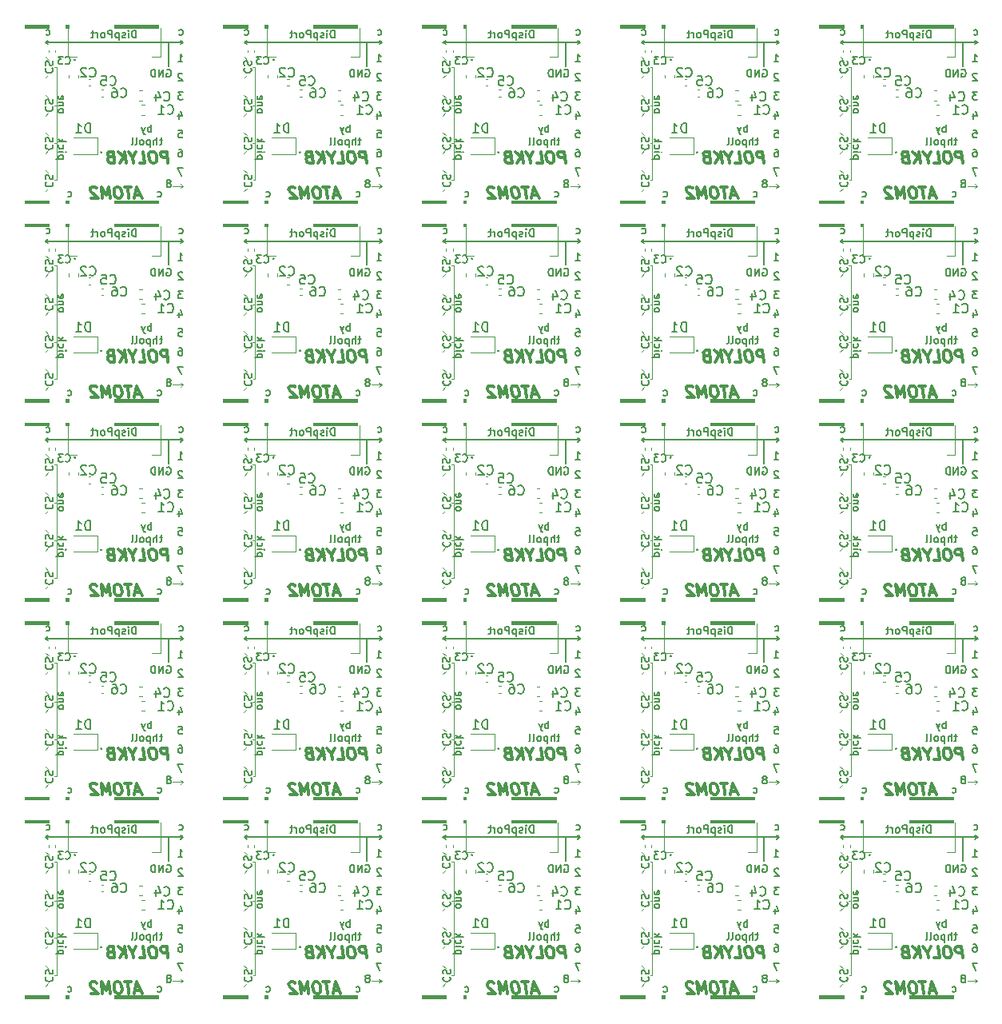
<source format=gbo>
%TF.GenerationSoftware,KiCad,Pcbnew,(5.1.9)-1*%
%TF.CreationDate,2021-09-16T12:17:46+02:00*%
%TF.ProjectId,kb_panel,6b625f70-616e-4656-9c2e-6b696361645f,rev?*%
%TF.SameCoordinates,Original*%
%TF.FileFunction,Legend,Bot*%
%TF.FilePolarity,Positive*%
%FSLAX46Y46*%
G04 Gerber Fmt 4.6, Leading zero omitted, Abs format (unit mm)*
G04 Created by KiCad (PCBNEW (5.1.9)-1) date 2021-09-16 12:17:46*
%MOMM*%
%LPD*%
G01*
G04 APERTURE LIST*
%ADD10C,0.180000*%
%ADD11C,0.120000*%
%ADD12C,0.127000*%
%ADD13C,0.150000*%
%ADD14C,0.153000*%
%ADD15C,0.300000*%
%ADD16R,0.600000X0.450000*%
%ADD17R,2.000000X1.500000*%
%ADD18R,1.500000X1.500000*%
%ADD19C,2.200000*%
%ADD20C,4.000000*%
%ADD21C,1.700000*%
%ADD22R,0.300000X1.150000*%
%ADD23R,0.300000X0.650000*%
%ADD24C,0.500000*%
G04 APERTURE END LIST*
D10*
X131761747Y-126237252D02*
X132041147Y-126034052D01*
X110711747Y-126237252D02*
X110991147Y-126034052D01*
X89661747Y-126237252D02*
X89941147Y-126034052D01*
X68611747Y-126237252D02*
X68891147Y-126034052D01*
X47561747Y-126237252D02*
X47841147Y-126034052D01*
X131761747Y-105187252D02*
X132041147Y-104984052D01*
X110711747Y-105187252D02*
X110991147Y-104984052D01*
X89661747Y-105187252D02*
X89941147Y-104984052D01*
X68611747Y-105187252D02*
X68891147Y-104984052D01*
X47561747Y-105187252D02*
X47841147Y-104984052D01*
X131761747Y-84137252D02*
X132041147Y-83934052D01*
X110711747Y-84137252D02*
X110991147Y-83934052D01*
X89661747Y-84137252D02*
X89941147Y-83934052D01*
X68611747Y-84137252D02*
X68891147Y-83934052D01*
X47561747Y-84137252D02*
X47841147Y-83934052D01*
X131761747Y-63087252D02*
X132041147Y-62884052D01*
X110711747Y-63087252D02*
X110991147Y-62884052D01*
X89661747Y-63087252D02*
X89941147Y-62884052D01*
X68611747Y-63087252D02*
X68891147Y-62884052D01*
X47561747Y-63087252D02*
X47841147Y-62884052D01*
X131761747Y-42037252D02*
X132041147Y-41834052D01*
X110711747Y-42037252D02*
X110991147Y-41834052D01*
X89661747Y-42037252D02*
X89941147Y-41834052D01*
X68611747Y-42037252D02*
X68891147Y-41834052D01*
D11*
X132041147Y-129691652D02*
X131761747Y-129996452D01*
X110991147Y-129691652D02*
X110711747Y-129996452D01*
X89941147Y-129691652D02*
X89661747Y-129996452D01*
X68891147Y-129691652D02*
X68611747Y-129996452D01*
X47841147Y-129691652D02*
X47561747Y-129996452D01*
X132041147Y-108641652D02*
X131761747Y-108946452D01*
X110991147Y-108641652D02*
X110711747Y-108946452D01*
X89941147Y-108641652D02*
X89661747Y-108946452D01*
X68891147Y-108641652D02*
X68611747Y-108946452D01*
X47841147Y-108641652D02*
X47561747Y-108946452D01*
X132041147Y-87591652D02*
X131761747Y-87896452D01*
X110991147Y-87591652D02*
X110711747Y-87896452D01*
X89941147Y-87591652D02*
X89661747Y-87896452D01*
X68891147Y-87591652D02*
X68611747Y-87896452D01*
X47841147Y-87591652D02*
X47561747Y-87896452D01*
X132041147Y-66541652D02*
X131761747Y-66846452D01*
X110991147Y-66541652D02*
X110711747Y-66846452D01*
X89941147Y-66541652D02*
X89661747Y-66846452D01*
X68891147Y-66541652D02*
X68611747Y-66846452D01*
X47841147Y-66541652D02*
X47561747Y-66846452D01*
X132041147Y-45491652D02*
X131761747Y-45796452D01*
X110991147Y-45491652D02*
X110711747Y-45796452D01*
X89941147Y-45491652D02*
X89661747Y-45796452D01*
X68891147Y-45491652D02*
X68611747Y-45796452D01*
D12*
G36*
X132193547Y-124791052D02*
G01*
X129526547Y-124791052D01*
X129526547Y-124410052D01*
X132193547Y-124410052D01*
X132193547Y-124791052D01*
G37*
G36*
X111143547Y-124791052D02*
G01*
X108476547Y-124791052D01*
X108476547Y-124410052D01*
X111143547Y-124410052D01*
X111143547Y-124791052D01*
G37*
G36*
X90093547Y-124791052D02*
G01*
X87426547Y-124791052D01*
X87426547Y-124410052D01*
X90093547Y-124410052D01*
X90093547Y-124791052D01*
G37*
G36*
X69043547Y-124791052D02*
G01*
X66376547Y-124791052D01*
X66376547Y-124410052D01*
X69043547Y-124410052D01*
X69043547Y-124791052D01*
G37*
G36*
X47993547Y-124791052D02*
G01*
X45326547Y-124791052D01*
X45326547Y-124410052D01*
X47993547Y-124410052D01*
X47993547Y-124791052D01*
G37*
G36*
X132193547Y-103741052D02*
G01*
X129526547Y-103741052D01*
X129526547Y-103360052D01*
X132193547Y-103360052D01*
X132193547Y-103741052D01*
G37*
G36*
X111143547Y-103741052D02*
G01*
X108476547Y-103741052D01*
X108476547Y-103360052D01*
X111143547Y-103360052D01*
X111143547Y-103741052D01*
G37*
G36*
X90093547Y-103741052D02*
G01*
X87426547Y-103741052D01*
X87426547Y-103360052D01*
X90093547Y-103360052D01*
X90093547Y-103741052D01*
G37*
G36*
X69043547Y-103741052D02*
G01*
X66376547Y-103741052D01*
X66376547Y-103360052D01*
X69043547Y-103360052D01*
X69043547Y-103741052D01*
G37*
G36*
X47993547Y-103741052D02*
G01*
X45326547Y-103741052D01*
X45326547Y-103360052D01*
X47993547Y-103360052D01*
X47993547Y-103741052D01*
G37*
G36*
X132193547Y-82691052D02*
G01*
X129526547Y-82691052D01*
X129526547Y-82310052D01*
X132193547Y-82310052D01*
X132193547Y-82691052D01*
G37*
G36*
X111143547Y-82691052D02*
G01*
X108476547Y-82691052D01*
X108476547Y-82310052D01*
X111143547Y-82310052D01*
X111143547Y-82691052D01*
G37*
G36*
X90093547Y-82691052D02*
G01*
X87426547Y-82691052D01*
X87426547Y-82310052D01*
X90093547Y-82310052D01*
X90093547Y-82691052D01*
G37*
G36*
X69043547Y-82691052D02*
G01*
X66376547Y-82691052D01*
X66376547Y-82310052D01*
X69043547Y-82310052D01*
X69043547Y-82691052D01*
G37*
G36*
X47993547Y-82691052D02*
G01*
X45326547Y-82691052D01*
X45326547Y-82310052D01*
X47993547Y-82310052D01*
X47993547Y-82691052D01*
G37*
G36*
X132193547Y-61641052D02*
G01*
X129526547Y-61641052D01*
X129526547Y-61260052D01*
X132193547Y-61260052D01*
X132193547Y-61641052D01*
G37*
G36*
X111143547Y-61641052D02*
G01*
X108476547Y-61641052D01*
X108476547Y-61260052D01*
X111143547Y-61260052D01*
X111143547Y-61641052D01*
G37*
G36*
X90093547Y-61641052D02*
G01*
X87426547Y-61641052D01*
X87426547Y-61260052D01*
X90093547Y-61260052D01*
X90093547Y-61641052D01*
G37*
G36*
X69043547Y-61641052D02*
G01*
X66376547Y-61641052D01*
X66376547Y-61260052D01*
X69043547Y-61260052D01*
X69043547Y-61641052D01*
G37*
G36*
X47993547Y-61641052D02*
G01*
X45326547Y-61641052D01*
X45326547Y-61260052D01*
X47993547Y-61260052D01*
X47993547Y-61641052D01*
G37*
G36*
X132193547Y-40591052D02*
G01*
X129526547Y-40591052D01*
X129526547Y-40210052D01*
X132193547Y-40210052D01*
X132193547Y-40591052D01*
G37*
G36*
X111143547Y-40591052D02*
G01*
X108476547Y-40591052D01*
X108476547Y-40210052D01*
X111143547Y-40210052D01*
X111143547Y-40591052D01*
G37*
G36*
X90093547Y-40591052D02*
G01*
X87426547Y-40591052D01*
X87426547Y-40210052D01*
X90093547Y-40210052D01*
X90093547Y-40591052D01*
G37*
G36*
X69043547Y-40591052D02*
G01*
X66376547Y-40591052D01*
X66376547Y-40210052D01*
X69043547Y-40210052D01*
X69043547Y-40591052D01*
G37*
D11*
X146315947Y-141451852D02*
X146036547Y-141655052D01*
X125265947Y-141451852D02*
X124986547Y-141655052D01*
X104215947Y-141451852D02*
X103936547Y-141655052D01*
X83165947Y-141451852D02*
X82886547Y-141655052D01*
X62115947Y-141451852D02*
X61836547Y-141655052D01*
X146315947Y-120401852D02*
X146036547Y-120605052D01*
X125265947Y-120401852D02*
X124986547Y-120605052D01*
X104215947Y-120401852D02*
X103936547Y-120605052D01*
X83165947Y-120401852D02*
X82886547Y-120605052D01*
X62115947Y-120401852D02*
X61836547Y-120605052D01*
X146315947Y-99351852D02*
X146036547Y-99555052D01*
X125265947Y-99351852D02*
X124986547Y-99555052D01*
X104215947Y-99351852D02*
X103936547Y-99555052D01*
X83165947Y-99351852D02*
X82886547Y-99555052D01*
X62115947Y-99351852D02*
X61836547Y-99555052D01*
X146315947Y-78301852D02*
X146036547Y-78505052D01*
X125265947Y-78301852D02*
X124986547Y-78505052D01*
X104215947Y-78301852D02*
X103936547Y-78505052D01*
X83165947Y-78301852D02*
X82886547Y-78505052D01*
X62115947Y-78301852D02*
X61836547Y-78505052D01*
X146315947Y-57251852D02*
X146036547Y-57455052D01*
X125265947Y-57251852D02*
X124986547Y-57455052D01*
X104215947Y-57251852D02*
X103936547Y-57455052D01*
X83165947Y-57251852D02*
X82886547Y-57455052D01*
X146315947Y-141451852D02*
X146036547Y-141248652D01*
X125265947Y-141451852D02*
X124986547Y-141248652D01*
X104215947Y-141451852D02*
X103936547Y-141248652D01*
X83165947Y-141451852D02*
X82886547Y-141248652D01*
X62115947Y-141451852D02*
X61836547Y-141248652D01*
X146315947Y-120401852D02*
X146036547Y-120198652D01*
X125265947Y-120401852D02*
X124986547Y-120198652D01*
X104215947Y-120401852D02*
X103936547Y-120198652D01*
X83165947Y-120401852D02*
X82886547Y-120198652D01*
X62115947Y-120401852D02*
X61836547Y-120198652D01*
X146315947Y-99351852D02*
X146036547Y-99148652D01*
X125265947Y-99351852D02*
X124986547Y-99148652D01*
X104215947Y-99351852D02*
X103936547Y-99148652D01*
X83165947Y-99351852D02*
X82886547Y-99148652D01*
X62115947Y-99351852D02*
X61836547Y-99148652D01*
X146315947Y-78301852D02*
X146036547Y-78098652D01*
X125265947Y-78301852D02*
X124986547Y-78098652D01*
X104215947Y-78301852D02*
X103936547Y-78098652D01*
X83165947Y-78301852D02*
X82886547Y-78098652D01*
X62115947Y-78301852D02*
X61836547Y-78098652D01*
X146315947Y-57251852D02*
X146036547Y-57048652D01*
X125265947Y-57251852D02*
X124986547Y-57048652D01*
X104215947Y-57251852D02*
X103936547Y-57048652D01*
X83165947Y-57251852D02*
X82886547Y-57048652D01*
D10*
X146341347Y-126237252D02*
X146061947Y-126440452D01*
X125291347Y-126237252D02*
X125011947Y-126440452D01*
X104241347Y-126237252D02*
X103961947Y-126440452D01*
X83191347Y-126237252D02*
X82911947Y-126440452D01*
X62141347Y-126237252D02*
X61861947Y-126440452D01*
X146341347Y-105187252D02*
X146061947Y-105390452D01*
X125291347Y-105187252D02*
X125011947Y-105390452D01*
X104241347Y-105187252D02*
X103961947Y-105390452D01*
X83191347Y-105187252D02*
X82911947Y-105390452D01*
X62141347Y-105187252D02*
X61861947Y-105390452D01*
X146341347Y-84137252D02*
X146061947Y-84340452D01*
X125291347Y-84137252D02*
X125011947Y-84340452D01*
X104241347Y-84137252D02*
X103961947Y-84340452D01*
X83191347Y-84137252D02*
X82911947Y-84340452D01*
X62141347Y-84137252D02*
X61861947Y-84340452D01*
X146341347Y-63087252D02*
X146061947Y-63290452D01*
X125291347Y-63087252D02*
X125011947Y-63290452D01*
X104241347Y-63087252D02*
X103961947Y-63290452D01*
X83191347Y-63087252D02*
X82911947Y-63290452D01*
X62141347Y-63087252D02*
X61861947Y-63290452D01*
X146341347Y-42037252D02*
X146061947Y-42240452D01*
X125291347Y-42037252D02*
X125011947Y-42240452D01*
X104241347Y-42037252D02*
X103961947Y-42240452D01*
X83191347Y-42037252D02*
X82911947Y-42240452D01*
D11*
X132015747Y-141705852D02*
X131736347Y-142010652D01*
X110965747Y-141705852D02*
X110686347Y-142010652D01*
X89915747Y-141705852D02*
X89636347Y-142010652D01*
X68865747Y-141705852D02*
X68586347Y-142010652D01*
X47815747Y-141705852D02*
X47536347Y-142010652D01*
X132015747Y-120655852D02*
X131736347Y-120960652D01*
X110965747Y-120655852D02*
X110686347Y-120960652D01*
X89915747Y-120655852D02*
X89636347Y-120960652D01*
X68865747Y-120655852D02*
X68586347Y-120960652D01*
X47815747Y-120655852D02*
X47536347Y-120960652D01*
X132015747Y-99605852D02*
X131736347Y-99910652D01*
X110965747Y-99605852D02*
X110686347Y-99910652D01*
X89915747Y-99605852D02*
X89636347Y-99910652D01*
X68865747Y-99605852D02*
X68586347Y-99910652D01*
X47815747Y-99605852D02*
X47536347Y-99910652D01*
X132015747Y-78555852D02*
X131736347Y-78860652D01*
X110965747Y-78555852D02*
X110686347Y-78860652D01*
X89915747Y-78555852D02*
X89636347Y-78860652D01*
X68865747Y-78555852D02*
X68586347Y-78860652D01*
X47815747Y-78555852D02*
X47536347Y-78860652D01*
X132015747Y-57505852D02*
X131736347Y-57810652D01*
X110965747Y-57505852D02*
X110686347Y-57810652D01*
X89915747Y-57505852D02*
X89636347Y-57810652D01*
X68865747Y-57505852D02*
X68586347Y-57810652D01*
D10*
X144766547Y-126237252D02*
X144766547Y-128751852D01*
X123716547Y-126237252D02*
X123716547Y-128751852D01*
X102666547Y-126237252D02*
X102666547Y-128751852D01*
X81616547Y-126237252D02*
X81616547Y-128751852D01*
X60566547Y-126237252D02*
X60566547Y-128751852D01*
X144766547Y-105187252D02*
X144766547Y-107701852D01*
X123716547Y-105187252D02*
X123716547Y-107701852D01*
X102666547Y-105187252D02*
X102666547Y-107701852D01*
X81616547Y-105187252D02*
X81616547Y-107701852D01*
X60566547Y-105187252D02*
X60566547Y-107701852D01*
X144766547Y-84137252D02*
X144766547Y-86651852D01*
X123716547Y-84137252D02*
X123716547Y-86651852D01*
X102666547Y-84137252D02*
X102666547Y-86651852D01*
X81616547Y-84137252D02*
X81616547Y-86651852D01*
X60566547Y-84137252D02*
X60566547Y-86651852D01*
X144766547Y-63087252D02*
X144766547Y-65601852D01*
X123716547Y-63087252D02*
X123716547Y-65601852D01*
X102666547Y-63087252D02*
X102666547Y-65601852D01*
X81616547Y-63087252D02*
X81616547Y-65601852D01*
X60566547Y-63087252D02*
X60566547Y-65601852D01*
X144766547Y-42037252D02*
X144766547Y-44551852D01*
X123716547Y-42037252D02*
X123716547Y-44551852D01*
X102666547Y-42037252D02*
X102666547Y-44551852D01*
X81616547Y-42037252D02*
X81616547Y-44551852D01*
D11*
X132904747Y-128828052D02*
X132904747Y-140842252D01*
X111854747Y-128828052D02*
X111854747Y-140842252D01*
X90804747Y-128828052D02*
X90804747Y-140842252D01*
X69754747Y-128828052D02*
X69754747Y-140842252D01*
X48704747Y-128828052D02*
X48704747Y-140842252D01*
X132904747Y-107778052D02*
X132904747Y-119792252D01*
X111854747Y-107778052D02*
X111854747Y-119792252D01*
X90804747Y-107778052D02*
X90804747Y-119792252D01*
X69754747Y-107778052D02*
X69754747Y-119792252D01*
X48704747Y-107778052D02*
X48704747Y-119792252D01*
X132904747Y-86728052D02*
X132904747Y-98742252D01*
X111854747Y-86728052D02*
X111854747Y-98742252D01*
X90804747Y-86728052D02*
X90804747Y-98742252D01*
X69754747Y-86728052D02*
X69754747Y-98742252D01*
X48704747Y-86728052D02*
X48704747Y-98742252D01*
X132904747Y-65678052D02*
X132904747Y-77692252D01*
X111854747Y-65678052D02*
X111854747Y-77692252D01*
X90804747Y-65678052D02*
X90804747Y-77692252D01*
X69754747Y-65678052D02*
X69754747Y-77692252D01*
X48704747Y-65678052D02*
X48704747Y-77692252D01*
X132904747Y-44628052D02*
X132904747Y-56642252D01*
X111854747Y-44628052D02*
X111854747Y-56642252D01*
X90804747Y-44628052D02*
X90804747Y-56642252D01*
X69754747Y-44628052D02*
X69754747Y-56642252D01*
X131736347Y-131825252D02*
X132041147Y-132104652D01*
X110686347Y-131825252D02*
X110991147Y-132104652D01*
X89636347Y-131825252D02*
X89941147Y-132104652D01*
X68586347Y-131825252D02*
X68891147Y-132104652D01*
X47536347Y-131825252D02*
X47841147Y-132104652D01*
X131736347Y-110775252D02*
X132041147Y-111054652D01*
X110686347Y-110775252D02*
X110991147Y-111054652D01*
X89636347Y-110775252D02*
X89941147Y-111054652D01*
X68586347Y-110775252D02*
X68891147Y-111054652D01*
X47536347Y-110775252D02*
X47841147Y-111054652D01*
X131736347Y-89725252D02*
X132041147Y-90004652D01*
X110686347Y-89725252D02*
X110991147Y-90004652D01*
X89636347Y-89725252D02*
X89941147Y-90004652D01*
X68586347Y-89725252D02*
X68891147Y-90004652D01*
X47536347Y-89725252D02*
X47841147Y-90004652D01*
X131736347Y-68675252D02*
X132041147Y-68954652D01*
X110686347Y-68675252D02*
X110991147Y-68954652D01*
X89636347Y-68675252D02*
X89941147Y-68954652D01*
X68586347Y-68675252D02*
X68891147Y-68954652D01*
X47536347Y-68675252D02*
X47841147Y-68954652D01*
X131736347Y-47625252D02*
X132041147Y-47904652D01*
X110686347Y-47625252D02*
X110991147Y-47904652D01*
X89636347Y-47625252D02*
X89941147Y-47904652D01*
X68586347Y-47625252D02*
X68891147Y-47904652D01*
X132015747Y-137692652D02*
X131736347Y-137997452D01*
X110965747Y-137692652D02*
X110686347Y-137997452D01*
X89915747Y-137692652D02*
X89636347Y-137997452D01*
X68865747Y-137692652D02*
X68586347Y-137997452D01*
X47815747Y-137692652D02*
X47536347Y-137997452D01*
X132015747Y-116642652D02*
X131736347Y-116947452D01*
X110965747Y-116642652D02*
X110686347Y-116947452D01*
X89915747Y-116642652D02*
X89636347Y-116947452D01*
X68865747Y-116642652D02*
X68586347Y-116947452D01*
X47815747Y-116642652D02*
X47536347Y-116947452D01*
X132015747Y-95592652D02*
X131736347Y-95897452D01*
X110965747Y-95592652D02*
X110686347Y-95897452D01*
X89915747Y-95592652D02*
X89636347Y-95897452D01*
X68865747Y-95592652D02*
X68586347Y-95897452D01*
X47815747Y-95592652D02*
X47536347Y-95897452D01*
X132015747Y-74542652D02*
X131736347Y-74847452D01*
X110965747Y-74542652D02*
X110686347Y-74847452D01*
X89915747Y-74542652D02*
X89636347Y-74847452D01*
X68865747Y-74542652D02*
X68586347Y-74847452D01*
X47815747Y-74542652D02*
X47536347Y-74847452D01*
X132015747Y-53492652D02*
X131736347Y-53797452D01*
X110965747Y-53492652D02*
X110686347Y-53797452D01*
X89915747Y-53492652D02*
X89636347Y-53797452D01*
X68865747Y-53492652D02*
X68586347Y-53797452D01*
X131736347Y-135787652D02*
X132041147Y-136067052D01*
X110686347Y-135787652D02*
X110991147Y-136067052D01*
X89636347Y-135787652D02*
X89941147Y-136067052D01*
X68586347Y-135787652D02*
X68891147Y-136067052D01*
X47536347Y-135787652D02*
X47841147Y-136067052D01*
X131736347Y-114737652D02*
X132041147Y-115017052D01*
X110686347Y-114737652D02*
X110991147Y-115017052D01*
X89636347Y-114737652D02*
X89941147Y-115017052D01*
X68586347Y-114737652D02*
X68891147Y-115017052D01*
X47536347Y-114737652D02*
X47841147Y-115017052D01*
X131736347Y-93687652D02*
X132041147Y-93967052D01*
X110686347Y-93687652D02*
X110991147Y-93967052D01*
X89636347Y-93687652D02*
X89941147Y-93967052D01*
X68586347Y-93687652D02*
X68891147Y-93967052D01*
X47536347Y-93687652D02*
X47841147Y-93967052D01*
X131736347Y-72637652D02*
X132041147Y-72917052D01*
X110686347Y-72637652D02*
X110991147Y-72917052D01*
X89636347Y-72637652D02*
X89941147Y-72917052D01*
X68586347Y-72637652D02*
X68891147Y-72917052D01*
X47536347Y-72637652D02*
X47841147Y-72917052D01*
X131736347Y-51587652D02*
X132041147Y-51867052D01*
X110686347Y-51587652D02*
X110991147Y-51867052D01*
X89636347Y-51587652D02*
X89941147Y-51867052D01*
X68586347Y-51587652D02*
X68891147Y-51867052D01*
D10*
X146341347Y-126237252D02*
X146061947Y-126034052D01*
X125291347Y-126237252D02*
X125011947Y-126034052D01*
X104241347Y-126237252D02*
X103961947Y-126034052D01*
X83191347Y-126237252D02*
X82911947Y-126034052D01*
X62141347Y-126237252D02*
X61861947Y-126034052D01*
X146341347Y-105187252D02*
X146061947Y-104984052D01*
X125291347Y-105187252D02*
X125011947Y-104984052D01*
X104241347Y-105187252D02*
X103961947Y-104984052D01*
X83191347Y-105187252D02*
X82911947Y-104984052D01*
X62141347Y-105187252D02*
X61861947Y-104984052D01*
X146341347Y-84137252D02*
X146061947Y-83934052D01*
X125291347Y-84137252D02*
X125011947Y-83934052D01*
X104241347Y-84137252D02*
X103961947Y-83934052D01*
X83191347Y-84137252D02*
X82911947Y-83934052D01*
X62141347Y-84137252D02*
X61861947Y-83934052D01*
X146341347Y-63087252D02*
X146061947Y-62884052D01*
X125291347Y-63087252D02*
X125011947Y-62884052D01*
X104241347Y-63087252D02*
X103961947Y-62884052D01*
X83191347Y-63087252D02*
X82911947Y-62884052D01*
X62141347Y-63087252D02*
X61861947Y-62884052D01*
X146341347Y-42037252D02*
X146061947Y-41834052D01*
X125291347Y-42037252D02*
X125011947Y-41834052D01*
X104241347Y-42037252D02*
X103961947Y-41834052D01*
X83191347Y-42037252D02*
X82911947Y-41834052D01*
D11*
X132879347Y-128828052D02*
X132676147Y-128828052D01*
X111829347Y-128828052D02*
X111626147Y-128828052D01*
X90779347Y-128828052D02*
X90576147Y-128828052D01*
X69729347Y-128828052D02*
X69526147Y-128828052D01*
X48679347Y-128828052D02*
X48476147Y-128828052D01*
X132879347Y-107778052D02*
X132676147Y-107778052D01*
X111829347Y-107778052D02*
X111626147Y-107778052D01*
X90779347Y-107778052D02*
X90576147Y-107778052D01*
X69729347Y-107778052D02*
X69526147Y-107778052D01*
X48679347Y-107778052D02*
X48476147Y-107778052D01*
X132879347Y-86728052D02*
X132676147Y-86728052D01*
X111829347Y-86728052D02*
X111626147Y-86728052D01*
X90779347Y-86728052D02*
X90576147Y-86728052D01*
X69729347Y-86728052D02*
X69526147Y-86728052D01*
X48679347Y-86728052D02*
X48476147Y-86728052D01*
X132879347Y-65678052D02*
X132676147Y-65678052D01*
X111829347Y-65678052D02*
X111626147Y-65678052D01*
X90779347Y-65678052D02*
X90576147Y-65678052D01*
X69729347Y-65678052D02*
X69526147Y-65678052D01*
X48679347Y-65678052D02*
X48476147Y-65678052D01*
X132879347Y-44628052D02*
X132676147Y-44628052D01*
X111829347Y-44628052D02*
X111626147Y-44628052D01*
X90779347Y-44628052D02*
X90576147Y-44628052D01*
X69729347Y-44628052D02*
X69526147Y-44628052D01*
X132879347Y-132942852D02*
X132676147Y-132942852D01*
X111829347Y-132942852D02*
X111626147Y-132942852D01*
X90779347Y-132942852D02*
X90576147Y-132942852D01*
X69729347Y-132942852D02*
X69526147Y-132942852D01*
X48679347Y-132942852D02*
X48476147Y-132942852D01*
X132879347Y-111892852D02*
X132676147Y-111892852D01*
X111829347Y-111892852D02*
X111626147Y-111892852D01*
X90779347Y-111892852D02*
X90576147Y-111892852D01*
X69729347Y-111892852D02*
X69526147Y-111892852D01*
X48679347Y-111892852D02*
X48476147Y-111892852D01*
X132879347Y-90842852D02*
X132676147Y-90842852D01*
X111829347Y-90842852D02*
X111626147Y-90842852D01*
X90779347Y-90842852D02*
X90576147Y-90842852D01*
X69729347Y-90842852D02*
X69526147Y-90842852D01*
X48679347Y-90842852D02*
X48476147Y-90842852D01*
X132879347Y-69792852D02*
X132676147Y-69792852D01*
X111829347Y-69792852D02*
X111626147Y-69792852D01*
X90779347Y-69792852D02*
X90576147Y-69792852D01*
X69729347Y-69792852D02*
X69526147Y-69792852D01*
X48679347Y-69792852D02*
X48476147Y-69792852D01*
X132879347Y-48742852D02*
X132676147Y-48742852D01*
X111829347Y-48742852D02*
X111626147Y-48742852D01*
X90779347Y-48742852D02*
X90576147Y-48742852D01*
X69729347Y-48742852D02*
X69526147Y-48742852D01*
X132015747Y-133730252D02*
X131736347Y-134035052D01*
X110965747Y-133730252D02*
X110686347Y-134035052D01*
X89915747Y-133730252D02*
X89636347Y-134035052D01*
X68865747Y-133730252D02*
X68586347Y-134035052D01*
X47815747Y-133730252D02*
X47536347Y-134035052D01*
X132015747Y-112680252D02*
X131736347Y-112985052D01*
X110965747Y-112680252D02*
X110686347Y-112985052D01*
X89915747Y-112680252D02*
X89636347Y-112985052D01*
X68865747Y-112680252D02*
X68586347Y-112985052D01*
X47815747Y-112680252D02*
X47536347Y-112985052D01*
X132015747Y-91630252D02*
X131736347Y-91935052D01*
X110965747Y-91630252D02*
X110686347Y-91935052D01*
X89915747Y-91630252D02*
X89636347Y-91935052D01*
X68865747Y-91630252D02*
X68586347Y-91935052D01*
X47815747Y-91630252D02*
X47536347Y-91935052D01*
X132015747Y-70580252D02*
X131736347Y-70885052D01*
X110965747Y-70580252D02*
X110686347Y-70885052D01*
X89915747Y-70580252D02*
X89636347Y-70885052D01*
X68865747Y-70580252D02*
X68586347Y-70885052D01*
X47815747Y-70580252D02*
X47536347Y-70885052D01*
X132015747Y-49530252D02*
X131736347Y-49835052D01*
X110965747Y-49530252D02*
X110686347Y-49835052D01*
X89915747Y-49530252D02*
X89636347Y-49835052D01*
X68865747Y-49530252D02*
X68586347Y-49835052D01*
D12*
G36*
X132193547Y-143369552D02*
G01*
X129526547Y-143369552D01*
X129526547Y-142988552D01*
X132193547Y-142988552D01*
X132193547Y-143369552D01*
G37*
G36*
X111143547Y-143369552D02*
G01*
X108476547Y-143369552D01*
X108476547Y-142988552D01*
X111143547Y-142988552D01*
X111143547Y-143369552D01*
G37*
G36*
X90093547Y-143369552D02*
G01*
X87426547Y-143369552D01*
X87426547Y-142988552D01*
X90093547Y-142988552D01*
X90093547Y-143369552D01*
G37*
G36*
X69043547Y-143369552D02*
G01*
X66376547Y-143369552D01*
X66376547Y-142988552D01*
X69043547Y-142988552D01*
X69043547Y-143369552D01*
G37*
G36*
X47993547Y-143369552D02*
G01*
X45326547Y-143369552D01*
X45326547Y-142988552D01*
X47993547Y-142988552D01*
X47993547Y-143369552D01*
G37*
G36*
X132193547Y-122319552D02*
G01*
X129526547Y-122319552D01*
X129526547Y-121938552D01*
X132193547Y-121938552D01*
X132193547Y-122319552D01*
G37*
G36*
X111143547Y-122319552D02*
G01*
X108476547Y-122319552D01*
X108476547Y-121938552D01*
X111143547Y-121938552D01*
X111143547Y-122319552D01*
G37*
G36*
X90093547Y-122319552D02*
G01*
X87426547Y-122319552D01*
X87426547Y-121938552D01*
X90093547Y-121938552D01*
X90093547Y-122319552D01*
G37*
G36*
X69043547Y-122319552D02*
G01*
X66376547Y-122319552D01*
X66376547Y-121938552D01*
X69043547Y-121938552D01*
X69043547Y-122319552D01*
G37*
G36*
X47993547Y-122319552D02*
G01*
X45326547Y-122319552D01*
X45326547Y-121938552D01*
X47993547Y-121938552D01*
X47993547Y-122319552D01*
G37*
G36*
X132193547Y-101269552D02*
G01*
X129526547Y-101269552D01*
X129526547Y-100888552D01*
X132193547Y-100888552D01*
X132193547Y-101269552D01*
G37*
G36*
X111143547Y-101269552D02*
G01*
X108476547Y-101269552D01*
X108476547Y-100888552D01*
X111143547Y-100888552D01*
X111143547Y-101269552D01*
G37*
G36*
X90093547Y-101269552D02*
G01*
X87426547Y-101269552D01*
X87426547Y-100888552D01*
X90093547Y-100888552D01*
X90093547Y-101269552D01*
G37*
G36*
X69043547Y-101269552D02*
G01*
X66376547Y-101269552D01*
X66376547Y-100888552D01*
X69043547Y-100888552D01*
X69043547Y-101269552D01*
G37*
G36*
X47993547Y-101269552D02*
G01*
X45326547Y-101269552D01*
X45326547Y-100888552D01*
X47993547Y-100888552D01*
X47993547Y-101269552D01*
G37*
G36*
X132193547Y-80219552D02*
G01*
X129526547Y-80219552D01*
X129526547Y-79838552D01*
X132193547Y-79838552D01*
X132193547Y-80219552D01*
G37*
G36*
X111143547Y-80219552D02*
G01*
X108476547Y-80219552D01*
X108476547Y-79838552D01*
X111143547Y-79838552D01*
X111143547Y-80219552D01*
G37*
G36*
X90093547Y-80219552D02*
G01*
X87426547Y-80219552D01*
X87426547Y-79838552D01*
X90093547Y-79838552D01*
X90093547Y-80219552D01*
G37*
G36*
X69043547Y-80219552D02*
G01*
X66376547Y-80219552D01*
X66376547Y-79838552D01*
X69043547Y-79838552D01*
X69043547Y-80219552D01*
G37*
G36*
X47993547Y-80219552D02*
G01*
X45326547Y-80219552D01*
X45326547Y-79838552D01*
X47993547Y-79838552D01*
X47993547Y-80219552D01*
G37*
G36*
X132193547Y-59169552D02*
G01*
X129526547Y-59169552D01*
X129526547Y-58788552D01*
X132193547Y-58788552D01*
X132193547Y-59169552D01*
G37*
G36*
X111143547Y-59169552D02*
G01*
X108476547Y-59169552D01*
X108476547Y-58788552D01*
X111143547Y-58788552D01*
X111143547Y-59169552D01*
G37*
G36*
X90093547Y-59169552D02*
G01*
X87426547Y-59169552D01*
X87426547Y-58788552D01*
X90093547Y-58788552D01*
X90093547Y-59169552D01*
G37*
G36*
X69043547Y-59169552D02*
G01*
X66376547Y-59169552D01*
X66376547Y-58788552D01*
X69043547Y-58788552D01*
X69043547Y-59169552D01*
G37*
D11*
X132904747Y-140842252D02*
X132701547Y-140842252D01*
X111854747Y-140842252D02*
X111651547Y-140842252D01*
X90804747Y-140842252D02*
X90601547Y-140842252D01*
X69754747Y-140842252D02*
X69551547Y-140842252D01*
X48704747Y-140842252D02*
X48501547Y-140842252D01*
X132904747Y-119792252D02*
X132701547Y-119792252D01*
X111854747Y-119792252D02*
X111651547Y-119792252D01*
X90804747Y-119792252D02*
X90601547Y-119792252D01*
X69754747Y-119792252D02*
X69551547Y-119792252D01*
X48704747Y-119792252D02*
X48501547Y-119792252D01*
X132904747Y-98742252D02*
X132701547Y-98742252D01*
X111854747Y-98742252D02*
X111651547Y-98742252D01*
X90804747Y-98742252D02*
X90601547Y-98742252D01*
X69754747Y-98742252D02*
X69551547Y-98742252D01*
X48704747Y-98742252D02*
X48501547Y-98742252D01*
X132904747Y-77692252D02*
X132701547Y-77692252D01*
X111854747Y-77692252D02*
X111651547Y-77692252D01*
X90804747Y-77692252D02*
X90601547Y-77692252D01*
X69754747Y-77692252D02*
X69551547Y-77692252D01*
X48704747Y-77692252D02*
X48501547Y-77692252D01*
X132904747Y-56642252D02*
X132701547Y-56642252D01*
X111854747Y-56642252D02*
X111651547Y-56642252D01*
X90804747Y-56642252D02*
X90601547Y-56642252D01*
X69754747Y-56642252D02*
X69551547Y-56642252D01*
D10*
X137222747Y-126237252D02*
X131761747Y-126237252D01*
X116172747Y-126237252D02*
X110711747Y-126237252D01*
X95122747Y-126237252D02*
X89661747Y-126237252D01*
X74072747Y-126237252D02*
X68611747Y-126237252D01*
X53022747Y-126237252D02*
X47561747Y-126237252D01*
X137222747Y-105187252D02*
X131761747Y-105187252D01*
X116172747Y-105187252D02*
X110711747Y-105187252D01*
X95122747Y-105187252D02*
X89661747Y-105187252D01*
X74072747Y-105187252D02*
X68611747Y-105187252D01*
X53022747Y-105187252D02*
X47561747Y-105187252D01*
X137222747Y-84137252D02*
X131761747Y-84137252D01*
X116172747Y-84137252D02*
X110711747Y-84137252D01*
X95122747Y-84137252D02*
X89661747Y-84137252D01*
X74072747Y-84137252D02*
X68611747Y-84137252D01*
X53022747Y-84137252D02*
X47561747Y-84137252D01*
X137222747Y-63087252D02*
X131761747Y-63087252D01*
X116172747Y-63087252D02*
X110711747Y-63087252D01*
X95122747Y-63087252D02*
X89661747Y-63087252D01*
X74072747Y-63087252D02*
X68611747Y-63087252D01*
X53022747Y-63087252D02*
X47561747Y-63087252D01*
X137222747Y-42037252D02*
X131761747Y-42037252D01*
X116172747Y-42037252D02*
X110711747Y-42037252D01*
X95122747Y-42037252D02*
X89661747Y-42037252D01*
X74072747Y-42037252D02*
X68611747Y-42037252D01*
X131761747Y-126237252D02*
X132041147Y-126440452D01*
X110711747Y-126237252D02*
X110991147Y-126440452D01*
X89661747Y-126237252D02*
X89941147Y-126440452D01*
X68611747Y-126237252D02*
X68891147Y-126440452D01*
X47561747Y-126237252D02*
X47841147Y-126440452D01*
X131761747Y-105187252D02*
X132041147Y-105390452D01*
X110711747Y-105187252D02*
X110991147Y-105390452D01*
X89661747Y-105187252D02*
X89941147Y-105390452D01*
X68611747Y-105187252D02*
X68891147Y-105390452D01*
X47561747Y-105187252D02*
X47841147Y-105390452D01*
X131761747Y-84137252D02*
X132041147Y-84340452D01*
X110711747Y-84137252D02*
X110991147Y-84340452D01*
X89661747Y-84137252D02*
X89941147Y-84340452D01*
X68611747Y-84137252D02*
X68891147Y-84340452D01*
X47561747Y-84137252D02*
X47841147Y-84340452D01*
X131761747Y-63087252D02*
X132041147Y-63290452D01*
X110711747Y-63087252D02*
X110991147Y-63290452D01*
X89661747Y-63087252D02*
X89941147Y-63290452D01*
X68611747Y-63087252D02*
X68891147Y-63290452D01*
X47561747Y-63087252D02*
X47841147Y-63290452D01*
X131761747Y-42037252D02*
X132041147Y-42240452D01*
X110711747Y-42037252D02*
X110991147Y-42240452D01*
X89661747Y-42037252D02*
X89941147Y-42240452D01*
X68611747Y-42037252D02*
X68891147Y-42240452D01*
D11*
X145249147Y-141451852D02*
X146315947Y-141451852D01*
X124199147Y-141451852D02*
X125265947Y-141451852D01*
X103149147Y-141451852D02*
X104215947Y-141451852D01*
X82099147Y-141451852D02*
X83165947Y-141451852D01*
X61049147Y-141451852D02*
X62115947Y-141451852D01*
X145249147Y-120401852D02*
X146315947Y-120401852D01*
X124199147Y-120401852D02*
X125265947Y-120401852D01*
X103149147Y-120401852D02*
X104215947Y-120401852D01*
X82099147Y-120401852D02*
X83165947Y-120401852D01*
X61049147Y-120401852D02*
X62115947Y-120401852D01*
X145249147Y-99351852D02*
X146315947Y-99351852D01*
X124199147Y-99351852D02*
X125265947Y-99351852D01*
X103149147Y-99351852D02*
X104215947Y-99351852D01*
X82099147Y-99351852D02*
X83165947Y-99351852D01*
X61049147Y-99351852D02*
X62115947Y-99351852D01*
X145249147Y-78301852D02*
X146315947Y-78301852D01*
X124199147Y-78301852D02*
X125265947Y-78301852D01*
X103149147Y-78301852D02*
X104215947Y-78301852D01*
X82099147Y-78301852D02*
X83165947Y-78301852D01*
X61049147Y-78301852D02*
X62115947Y-78301852D01*
X145249147Y-57251852D02*
X146315947Y-57251852D01*
X124199147Y-57251852D02*
X125265947Y-57251852D01*
X103149147Y-57251852D02*
X104215947Y-57251852D01*
X82099147Y-57251852D02*
X83165947Y-57251852D01*
D12*
G36*
X134289047Y-143369552D02*
G01*
X133908047Y-143369552D01*
X133908047Y-142988552D01*
X134289047Y-142988552D01*
X134289047Y-143369552D01*
G37*
G36*
X113239047Y-143369552D02*
G01*
X112858047Y-143369552D01*
X112858047Y-142988552D01*
X113239047Y-142988552D01*
X113239047Y-143369552D01*
G37*
G36*
X92189047Y-143369552D02*
G01*
X91808047Y-143369552D01*
X91808047Y-142988552D01*
X92189047Y-142988552D01*
X92189047Y-143369552D01*
G37*
G36*
X71139047Y-143369552D02*
G01*
X70758047Y-143369552D01*
X70758047Y-142988552D01*
X71139047Y-142988552D01*
X71139047Y-143369552D01*
G37*
G36*
X50089047Y-143369552D02*
G01*
X49708047Y-143369552D01*
X49708047Y-142988552D01*
X50089047Y-142988552D01*
X50089047Y-143369552D01*
G37*
G36*
X134289047Y-122319552D02*
G01*
X133908047Y-122319552D01*
X133908047Y-121938552D01*
X134289047Y-121938552D01*
X134289047Y-122319552D01*
G37*
G36*
X113239047Y-122319552D02*
G01*
X112858047Y-122319552D01*
X112858047Y-121938552D01*
X113239047Y-121938552D01*
X113239047Y-122319552D01*
G37*
G36*
X92189047Y-122319552D02*
G01*
X91808047Y-122319552D01*
X91808047Y-121938552D01*
X92189047Y-121938552D01*
X92189047Y-122319552D01*
G37*
G36*
X71139047Y-122319552D02*
G01*
X70758047Y-122319552D01*
X70758047Y-121938552D01*
X71139047Y-121938552D01*
X71139047Y-122319552D01*
G37*
G36*
X50089047Y-122319552D02*
G01*
X49708047Y-122319552D01*
X49708047Y-121938552D01*
X50089047Y-121938552D01*
X50089047Y-122319552D01*
G37*
G36*
X134289047Y-101269552D02*
G01*
X133908047Y-101269552D01*
X133908047Y-100888552D01*
X134289047Y-100888552D01*
X134289047Y-101269552D01*
G37*
G36*
X113239047Y-101269552D02*
G01*
X112858047Y-101269552D01*
X112858047Y-100888552D01*
X113239047Y-100888552D01*
X113239047Y-101269552D01*
G37*
G36*
X92189047Y-101269552D02*
G01*
X91808047Y-101269552D01*
X91808047Y-100888552D01*
X92189047Y-100888552D01*
X92189047Y-101269552D01*
G37*
G36*
X71139047Y-101269552D02*
G01*
X70758047Y-101269552D01*
X70758047Y-100888552D01*
X71139047Y-100888552D01*
X71139047Y-101269552D01*
G37*
G36*
X50089047Y-101269552D02*
G01*
X49708047Y-101269552D01*
X49708047Y-100888552D01*
X50089047Y-100888552D01*
X50089047Y-101269552D01*
G37*
G36*
X134289047Y-80219552D02*
G01*
X133908047Y-80219552D01*
X133908047Y-79838552D01*
X134289047Y-79838552D01*
X134289047Y-80219552D01*
G37*
G36*
X113239047Y-80219552D02*
G01*
X112858047Y-80219552D01*
X112858047Y-79838552D01*
X113239047Y-79838552D01*
X113239047Y-80219552D01*
G37*
G36*
X92189047Y-80219552D02*
G01*
X91808047Y-80219552D01*
X91808047Y-79838552D01*
X92189047Y-79838552D01*
X92189047Y-80219552D01*
G37*
G36*
X71139047Y-80219552D02*
G01*
X70758047Y-80219552D01*
X70758047Y-79838552D01*
X71139047Y-79838552D01*
X71139047Y-80219552D01*
G37*
G36*
X50089047Y-80219552D02*
G01*
X49708047Y-80219552D01*
X49708047Y-79838552D01*
X50089047Y-79838552D01*
X50089047Y-80219552D01*
G37*
G36*
X134289047Y-59169552D02*
G01*
X133908047Y-59169552D01*
X133908047Y-58788552D01*
X134289047Y-58788552D01*
X134289047Y-59169552D01*
G37*
G36*
X113239047Y-59169552D02*
G01*
X112858047Y-59169552D01*
X112858047Y-58788552D01*
X113239047Y-58788552D01*
X113239047Y-59169552D01*
G37*
G36*
X92189047Y-59169552D02*
G01*
X91808047Y-59169552D01*
X91808047Y-58788552D01*
X92189047Y-58788552D01*
X92189047Y-59169552D01*
G37*
G36*
X71139047Y-59169552D02*
G01*
X70758047Y-59169552D01*
X70758047Y-58788552D01*
X71139047Y-58788552D01*
X71139047Y-59169552D01*
G37*
G36*
X143814047Y-124791052D02*
G01*
X139051547Y-124791052D01*
X139051547Y-124410052D01*
X143814047Y-124410052D01*
X143814047Y-124791052D01*
G37*
G36*
X122764047Y-124791052D02*
G01*
X118001547Y-124791052D01*
X118001547Y-124410052D01*
X122764047Y-124410052D01*
X122764047Y-124791052D01*
G37*
G36*
X101714047Y-124791052D02*
G01*
X96951547Y-124791052D01*
X96951547Y-124410052D01*
X101714047Y-124410052D01*
X101714047Y-124791052D01*
G37*
G36*
X80664047Y-124791052D02*
G01*
X75901547Y-124791052D01*
X75901547Y-124410052D01*
X80664047Y-124410052D01*
X80664047Y-124791052D01*
G37*
G36*
X59614047Y-124791052D02*
G01*
X54851547Y-124791052D01*
X54851547Y-124410052D01*
X59614047Y-124410052D01*
X59614047Y-124791052D01*
G37*
G36*
X143814047Y-103741052D02*
G01*
X139051547Y-103741052D01*
X139051547Y-103360052D01*
X143814047Y-103360052D01*
X143814047Y-103741052D01*
G37*
G36*
X122764047Y-103741052D02*
G01*
X118001547Y-103741052D01*
X118001547Y-103360052D01*
X122764047Y-103360052D01*
X122764047Y-103741052D01*
G37*
G36*
X101714047Y-103741052D02*
G01*
X96951547Y-103741052D01*
X96951547Y-103360052D01*
X101714047Y-103360052D01*
X101714047Y-103741052D01*
G37*
G36*
X80664047Y-103741052D02*
G01*
X75901547Y-103741052D01*
X75901547Y-103360052D01*
X80664047Y-103360052D01*
X80664047Y-103741052D01*
G37*
G36*
X59614047Y-103741052D02*
G01*
X54851547Y-103741052D01*
X54851547Y-103360052D01*
X59614047Y-103360052D01*
X59614047Y-103741052D01*
G37*
G36*
X143814047Y-82691052D02*
G01*
X139051547Y-82691052D01*
X139051547Y-82310052D01*
X143814047Y-82310052D01*
X143814047Y-82691052D01*
G37*
G36*
X122764047Y-82691052D02*
G01*
X118001547Y-82691052D01*
X118001547Y-82310052D01*
X122764047Y-82310052D01*
X122764047Y-82691052D01*
G37*
G36*
X101714047Y-82691052D02*
G01*
X96951547Y-82691052D01*
X96951547Y-82310052D01*
X101714047Y-82310052D01*
X101714047Y-82691052D01*
G37*
G36*
X80664047Y-82691052D02*
G01*
X75901547Y-82691052D01*
X75901547Y-82310052D01*
X80664047Y-82310052D01*
X80664047Y-82691052D01*
G37*
G36*
X59614047Y-82691052D02*
G01*
X54851547Y-82691052D01*
X54851547Y-82310052D01*
X59614047Y-82310052D01*
X59614047Y-82691052D01*
G37*
G36*
X143814047Y-61641052D02*
G01*
X139051547Y-61641052D01*
X139051547Y-61260052D01*
X143814047Y-61260052D01*
X143814047Y-61641052D01*
G37*
G36*
X122764047Y-61641052D02*
G01*
X118001547Y-61641052D01*
X118001547Y-61260052D01*
X122764047Y-61260052D01*
X122764047Y-61641052D01*
G37*
G36*
X101714047Y-61641052D02*
G01*
X96951547Y-61641052D01*
X96951547Y-61260052D01*
X101714047Y-61260052D01*
X101714047Y-61641052D01*
G37*
G36*
X80664047Y-61641052D02*
G01*
X75901547Y-61641052D01*
X75901547Y-61260052D01*
X80664047Y-61260052D01*
X80664047Y-61641052D01*
G37*
G36*
X59614047Y-61641052D02*
G01*
X54851547Y-61641052D01*
X54851547Y-61260052D01*
X59614047Y-61260052D01*
X59614047Y-61641052D01*
G37*
G36*
X143814047Y-40591052D02*
G01*
X139051547Y-40591052D01*
X139051547Y-40210052D01*
X143814047Y-40210052D01*
X143814047Y-40591052D01*
G37*
G36*
X122764047Y-40591052D02*
G01*
X118001547Y-40591052D01*
X118001547Y-40210052D01*
X122764047Y-40210052D01*
X122764047Y-40591052D01*
G37*
G36*
X101714047Y-40591052D02*
G01*
X96951547Y-40591052D01*
X96951547Y-40210052D01*
X101714047Y-40210052D01*
X101714047Y-40591052D01*
G37*
G36*
X80664047Y-40591052D02*
G01*
X75901547Y-40591052D01*
X75901547Y-40210052D01*
X80664047Y-40210052D01*
X80664047Y-40591052D01*
G37*
D11*
X131736347Y-139800852D02*
X132041147Y-140080252D01*
X110686347Y-139800852D02*
X110991147Y-140080252D01*
X89636347Y-139800852D02*
X89941147Y-140080252D01*
X68586347Y-139800852D02*
X68891147Y-140080252D01*
X47536347Y-139800852D02*
X47841147Y-140080252D01*
X131736347Y-118750852D02*
X132041147Y-119030252D01*
X110686347Y-118750852D02*
X110991147Y-119030252D01*
X89636347Y-118750852D02*
X89941147Y-119030252D01*
X68586347Y-118750852D02*
X68891147Y-119030252D01*
X47536347Y-118750852D02*
X47841147Y-119030252D01*
X131736347Y-97700852D02*
X132041147Y-97980252D01*
X110686347Y-97700852D02*
X110991147Y-97980252D01*
X89636347Y-97700852D02*
X89941147Y-97980252D01*
X68586347Y-97700852D02*
X68891147Y-97980252D01*
X47536347Y-97700852D02*
X47841147Y-97980252D01*
X131736347Y-76650852D02*
X132041147Y-76930252D01*
X110686347Y-76650852D02*
X110991147Y-76930252D01*
X89636347Y-76650852D02*
X89941147Y-76930252D01*
X68586347Y-76650852D02*
X68891147Y-76930252D01*
X47536347Y-76650852D02*
X47841147Y-76930252D01*
X131736347Y-55600852D02*
X132041147Y-55880252D01*
X110686347Y-55600852D02*
X110991147Y-55880252D01*
X89636347Y-55600852D02*
X89941147Y-55880252D01*
X68586347Y-55600852D02*
X68891147Y-55880252D01*
D12*
G36*
X143814047Y-143369552D02*
G01*
X139051547Y-143369552D01*
X139051547Y-142988552D01*
X143814047Y-142988552D01*
X143814047Y-143369552D01*
G37*
G36*
X122764047Y-143369552D02*
G01*
X118001547Y-143369552D01*
X118001547Y-142988552D01*
X122764047Y-142988552D01*
X122764047Y-143369552D01*
G37*
G36*
X101714047Y-143369552D02*
G01*
X96951547Y-143369552D01*
X96951547Y-142988552D01*
X101714047Y-142988552D01*
X101714047Y-143369552D01*
G37*
G36*
X80664047Y-143369552D02*
G01*
X75901547Y-143369552D01*
X75901547Y-142988552D01*
X80664047Y-142988552D01*
X80664047Y-143369552D01*
G37*
G36*
X59614047Y-143369552D02*
G01*
X54851547Y-143369552D01*
X54851547Y-142988552D01*
X59614047Y-142988552D01*
X59614047Y-143369552D01*
G37*
G36*
X143814047Y-122319552D02*
G01*
X139051547Y-122319552D01*
X139051547Y-121938552D01*
X143814047Y-121938552D01*
X143814047Y-122319552D01*
G37*
G36*
X122764047Y-122319552D02*
G01*
X118001547Y-122319552D01*
X118001547Y-121938552D01*
X122764047Y-121938552D01*
X122764047Y-122319552D01*
G37*
G36*
X101714047Y-122319552D02*
G01*
X96951547Y-122319552D01*
X96951547Y-121938552D01*
X101714047Y-121938552D01*
X101714047Y-122319552D01*
G37*
G36*
X80664047Y-122319552D02*
G01*
X75901547Y-122319552D01*
X75901547Y-121938552D01*
X80664047Y-121938552D01*
X80664047Y-122319552D01*
G37*
G36*
X59614047Y-122319552D02*
G01*
X54851547Y-122319552D01*
X54851547Y-121938552D01*
X59614047Y-121938552D01*
X59614047Y-122319552D01*
G37*
G36*
X143814047Y-101269552D02*
G01*
X139051547Y-101269552D01*
X139051547Y-100888552D01*
X143814047Y-100888552D01*
X143814047Y-101269552D01*
G37*
G36*
X122764047Y-101269552D02*
G01*
X118001547Y-101269552D01*
X118001547Y-100888552D01*
X122764047Y-100888552D01*
X122764047Y-101269552D01*
G37*
G36*
X101714047Y-101269552D02*
G01*
X96951547Y-101269552D01*
X96951547Y-100888552D01*
X101714047Y-100888552D01*
X101714047Y-101269552D01*
G37*
G36*
X80664047Y-101269552D02*
G01*
X75901547Y-101269552D01*
X75901547Y-100888552D01*
X80664047Y-100888552D01*
X80664047Y-101269552D01*
G37*
G36*
X59614047Y-101269552D02*
G01*
X54851547Y-101269552D01*
X54851547Y-100888552D01*
X59614047Y-100888552D01*
X59614047Y-101269552D01*
G37*
G36*
X143814047Y-80219552D02*
G01*
X139051547Y-80219552D01*
X139051547Y-79838552D01*
X143814047Y-79838552D01*
X143814047Y-80219552D01*
G37*
G36*
X122764047Y-80219552D02*
G01*
X118001547Y-80219552D01*
X118001547Y-79838552D01*
X122764047Y-79838552D01*
X122764047Y-80219552D01*
G37*
G36*
X101714047Y-80219552D02*
G01*
X96951547Y-80219552D01*
X96951547Y-79838552D01*
X101714047Y-79838552D01*
X101714047Y-80219552D01*
G37*
G36*
X80664047Y-80219552D02*
G01*
X75901547Y-80219552D01*
X75901547Y-79838552D01*
X80664047Y-79838552D01*
X80664047Y-80219552D01*
G37*
G36*
X59614047Y-80219552D02*
G01*
X54851547Y-80219552D01*
X54851547Y-79838552D01*
X59614047Y-79838552D01*
X59614047Y-80219552D01*
G37*
G36*
X143814047Y-59169552D02*
G01*
X139051547Y-59169552D01*
X139051547Y-58788552D01*
X143814047Y-58788552D01*
X143814047Y-59169552D01*
G37*
G36*
X122764047Y-59169552D02*
G01*
X118001547Y-59169552D01*
X118001547Y-58788552D01*
X122764047Y-58788552D01*
X122764047Y-59169552D01*
G37*
G36*
X101714047Y-59169552D02*
G01*
X96951547Y-59169552D01*
X96951547Y-58788552D01*
X101714047Y-58788552D01*
X101714047Y-59169552D01*
G37*
G36*
X80664047Y-59169552D02*
G01*
X75901547Y-59169552D01*
X75901547Y-58788552D01*
X80664047Y-58788552D01*
X80664047Y-59169552D01*
G37*
D11*
X131761747Y-127786652D02*
X132066547Y-128066052D01*
X110711747Y-127786652D02*
X111016547Y-128066052D01*
X89661747Y-127786652D02*
X89966547Y-128066052D01*
X68611747Y-127786652D02*
X68916547Y-128066052D01*
X47561747Y-127786652D02*
X47866547Y-128066052D01*
X131761747Y-106736652D02*
X132066547Y-107016052D01*
X110711747Y-106736652D02*
X111016547Y-107016052D01*
X89661747Y-106736652D02*
X89966547Y-107016052D01*
X68611747Y-106736652D02*
X68916547Y-107016052D01*
X47561747Y-106736652D02*
X47866547Y-107016052D01*
X131761747Y-85686652D02*
X132066547Y-85966052D01*
X110711747Y-85686652D02*
X111016547Y-85966052D01*
X89661747Y-85686652D02*
X89966547Y-85966052D01*
X68611747Y-85686652D02*
X68916547Y-85966052D01*
X47561747Y-85686652D02*
X47866547Y-85966052D01*
X131761747Y-64636652D02*
X132066547Y-64916052D01*
X110711747Y-64636652D02*
X111016547Y-64916052D01*
X89661747Y-64636652D02*
X89966547Y-64916052D01*
X68611747Y-64636652D02*
X68916547Y-64916052D01*
X47561747Y-64636652D02*
X47866547Y-64916052D01*
X131761747Y-43586652D02*
X132066547Y-43866052D01*
X110711747Y-43586652D02*
X111016547Y-43866052D01*
X89661747Y-43586652D02*
X89966547Y-43866052D01*
X68611747Y-43586652D02*
X68916547Y-43866052D01*
D12*
G36*
X134289047Y-124791052D02*
G01*
X133908047Y-124791052D01*
X133908047Y-124410052D01*
X134289047Y-124410052D01*
X134289047Y-124791052D01*
G37*
G36*
X113239047Y-124791052D02*
G01*
X112858047Y-124791052D01*
X112858047Y-124410052D01*
X113239047Y-124410052D01*
X113239047Y-124791052D01*
G37*
G36*
X92189047Y-124791052D02*
G01*
X91808047Y-124791052D01*
X91808047Y-124410052D01*
X92189047Y-124410052D01*
X92189047Y-124791052D01*
G37*
G36*
X71139047Y-124791052D02*
G01*
X70758047Y-124791052D01*
X70758047Y-124410052D01*
X71139047Y-124410052D01*
X71139047Y-124791052D01*
G37*
G36*
X50089047Y-124791052D02*
G01*
X49708047Y-124791052D01*
X49708047Y-124410052D01*
X50089047Y-124410052D01*
X50089047Y-124791052D01*
G37*
G36*
X134289047Y-103741052D02*
G01*
X133908047Y-103741052D01*
X133908047Y-103360052D01*
X134289047Y-103360052D01*
X134289047Y-103741052D01*
G37*
G36*
X113239047Y-103741052D02*
G01*
X112858047Y-103741052D01*
X112858047Y-103360052D01*
X113239047Y-103360052D01*
X113239047Y-103741052D01*
G37*
G36*
X92189047Y-103741052D02*
G01*
X91808047Y-103741052D01*
X91808047Y-103360052D01*
X92189047Y-103360052D01*
X92189047Y-103741052D01*
G37*
G36*
X71139047Y-103741052D02*
G01*
X70758047Y-103741052D01*
X70758047Y-103360052D01*
X71139047Y-103360052D01*
X71139047Y-103741052D01*
G37*
G36*
X50089047Y-103741052D02*
G01*
X49708047Y-103741052D01*
X49708047Y-103360052D01*
X50089047Y-103360052D01*
X50089047Y-103741052D01*
G37*
G36*
X134289047Y-82691052D02*
G01*
X133908047Y-82691052D01*
X133908047Y-82310052D01*
X134289047Y-82310052D01*
X134289047Y-82691052D01*
G37*
G36*
X113239047Y-82691052D02*
G01*
X112858047Y-82691052D01*
X112858047Y-82310052D01*
X113239047Y-82310052D01*
X113239047Y-82691052D01*
G37*
G36*
X92189047Y-82691052D02*
G01*
X91808047Y-82691052D01*
X91808047Y-82310052D01*
X92189047Y-82310052D01*
X92189047Y-82691052D01*
G37*
G36*
X71139047Y-82691052D02*
G01*
X70758047Y-82691052D01*
X70758047Y-82310052D01*
X71139047Y-82310052D01*
X71139047Y-82691052D01*
G37*
G36*
X50089047Y-82691052D02*
G01*
X49708047Y-82691052D01*
X49708047Y-82310052D01*
X50089047Y-82310052D01*
X50089047Y-82691052D01*
G37*
G36*
X134289047Y-61641052D02*
G01*
X133908047Y-61641052D01*
X133908047Y-61260052D01*
X134289047Y-61260052D01*
X134289047Y-61641052D01*
G37*
G36*
X113239047Y-61641052D02*
G01*
X112858047Y-61641052D01*
X112858047Y-61260052D01*
X113239047Y-61260052D01*
X113239047Y-61641052D01*
G37*
G36*
X92189047Y-61641052D02*
G01*
X91808047Y-61641052D01*
X91808047Y-61260052D01*
X92189047Y-61260052D01*
X92189047Y-61641052D01*
G37*
G36*
X71139047Y-61641052D02*
G01*
X70758047Y-61641052D01*
X70758047Y-61260052D01*
X71139047Y-61260052D01*
X71139047Y-61641052D01*
G37*
G36*
X50089047Y-61641052D02*
G01*
X49708047Y-61641052D01*
X49708047Y-61260052D01*
X50089047Y-61260052D01*
X50089047Y-61641052D01*
G37*
G36*
X134289047Y-40591052D02*
G01*
X133908047Y-40591052D01*
X133908047Y-40210052D01*
X134289047Y-40210052D01*
X134289047Y-40591052D01*
G37*
G36*
X113239047Y-40591052D02*
G01*
X112858047Y-40591052D01*
X112858047Y-40210052D01*
X113239047Y-40210052D01*
X113239047Y-40591052D01*
G37*
G36*
X92189047Y-40591052D02*
G01*
X91808047Y-40591052D01*
X91808047Y-40210052D01*
X92189047Y-40210052D01*
X92189047Y-40591052D01*
G37*
G36*
X71139047Y-40591052D02*
G01*
X70758047Y-40591052D01*
X70758047Y-40210052D01*
X71139047Y-40210052D01*
X71139047Y-40591052D01*
G37*
D11*
X132904747Y-136905252D02*
X132676147Y-136905252D01*
X111854747Y-136905252D02*
X111626147Y-136905252D01*
X90804747Y-136905252D02*
X90576147Y-136905252D01*
X69754747Y-136905252D02*
X69526147Y-136905252D01*
X48704747Y-136905252D02*
X48476147Y-136905252D01*
X132904747Y-115855252D02*
X132676147Y-115855252D01*
X111854747Y-115855252D02*
X111626147Y-115855252D01*
X90804747Y-115855252D02*
X90576147Y-115855252D01*
X69754747Y-115855252D02*
X69526147Y-115855252D01*
X48704747Y-115855252D02*
X48476147Y-115855252D01*
X132904747Y-94805252D02*
X132676147Y-94805252D01*
X111854747Y-94805252D02*
X111626147Y-94805252D01*
X90804747Y-94805252D02*
X90576147Y-94805252D01*
X69754747Y-94805252D02*
X69526147Y-94805252D01*
X48704747Y-94805252D02*
X48476147Y-94805252D01*
X132904747Y-73755252D02*
X132676147Y-73755252D01*
X111854747Y-73755252D02*
X111626147Y-73755252D01*
X90804747Y-73755252D02*
X90576147Y-73755252D01*
X69754747Y-73755252D02*
X69526147Y-73755252D01*
X48704747Y-73755252D02*
X48476147Y-73755252D01*
X132904747Y-52705252D02*
X132676147Y-52705252D01*
X111854747Y-52705252D02*
X111626147Y-52705252D01*
X90804747Y-52705252D02*
X90576147Y-52705252D01*
X69754747Y-52705252D02*
X69526147Y-52705252D01*
D10*
X137222747Y-126237252D02*
X146341347Y-126237252D01*
X116172747Y-126237252D02*
X125291347Y-126237252D01*
X95122747Y-126237252D02*
X104241347Y-126237252D01*
X74072747Y-126237252D02*
X83191347Y-126237252D01*
X53022747Y-126237252D02*
X62141347Y-126237252D01*
X137222747Y-105187252D02*
X146341347Y-105187252D01*
X116172747Y-105187252D02*
X125291347Y-105187252D01*
X95122747Y-105187252D02*
X104241347Y-105187252D01*
X74072747Y-105187252D02*
X83191347Y-105187252D01*
X53022747Y-105187252D02*
X62141347Y-105187252D01*
X137222747Y-84137252D02*
X146341347Y-84137252D01*
X116172747Y-84137252D02*
X125291347Y-84137252D01*
X95122747Y-84137252D02*
X104241347Y-84137252D01*
X74072747Y-84137252D02*
X83191347Y-84137252D01*
X53022747Y-84137252D02*
X62141347Y-84137252D01*
X137222747Y-63087252D02*
X146341347Y-63087252D01*
X116172747Y-63087252D02*
X125291347Y-63087252D01*
X95122747Y-63087252D02*
X104241347Y-63087252D01*
X74072747Y-63087252D02*
X83191347Y-63087252D01*
X53022747Y-63087252D02*
X62141347Y-63087252D01*
X137222747Y-42037252D02*
X146341347Y-42037252D01*
X116172747Y-42037252D02*
X125291347Y-42037252D01*
X95122747Y-42037252D02*
X104241347Y-42037252D01*
X74072747Y-42037252D02*
X83191347Y-42037252D01*
D13*
X137654547Y-137821194D02*
X137606927Y-137868813D01*
X137654547Y-137916432D01*
X137702166Y-137868813D01*
X137654547Y-137821194D01*
X137654547Y-137916432D01*
X116604547Y-137821194D02*
X116556927Y-137868813D01*
X116604547Y-137916432D01*
X116652166Y-137868813D01*
X116604547Y-137821194D01*
X116604547Y-137916432D01*
X95554547Y-137821194D02*
X95506927Y-137868813D01*
X95554547Y-137916432D01*
X95602166Y-137868813D01*
X95554547Y-137821194D01*
X95554547Y-137916432D01*
X74504547Y-137821194D02*
X74456927Y-137868813D01*
X74504547Y-137916432D01*
X74552166Y-137868813D01*
X74504547Y-137821194D01*
X74504547Y-137916432D01*
X53454547Y-137821194D02*
X53406927Y-137868813D01*
X53454547Y-137916432D01*
X53502166Y-137868813D01*
X53454547Y-137821194D01*
X53454547Y-137916432D01*
X137654547Y-116771194D02*
X137606927Y-116818813D01*
X137654547Y-116866432D01*
X137702166Y-116818813D01*
X137654547Y-116771194D01*
X137654547Y-116866432D01*
X116604547Y-116771194D02*
X116556927Y-116818813D01*
X116604547Y-116866432D01*
X116652166Y-116818813D01*
X116604547Y-116771194D01*
X116604547Y-116866432D01*
X95554547Y-116771194D02*
X95506927Y-116818813D01*
X95554547Y-116866432D01*
X95602166Y-116818813D01*
X95554547Y-116771194D01*
X95554547Y-116866432D01*
X74504547Y-116771194D02*
X74456927Y-116818813D01*
X74504547Y-116866432D01*
X74552166Y-116818813D01*
X74504547Y-116771194D01*
X74504547Y-116866432D01*
X53454547Y-116771194D02*
X53406927Y-116818813D01*
X53454547Y-116866432D01*
X53502166Y-116818813D01*
X53454547Y-116771194D01*
X53454547Y-116866432D01*
X137654547Y-95721194D02*
X137606927Y-95768813D01*
X137654547Y-95816432D01*
X137702166Y-95768813D01*
X137654547Y-95721194D01*
X137654547Y-95816432D01*
X116604547Y-95721194D02*
X116556927Y-95768813D01*
X116604547Y-95816432D01*
X116652166Y-95768813D01*
X116604547Y-95721194D01*
X116604547Y-95816432D01*
X95554547Y-95721194D02*
X95506927Y-95768813D01*
X95554547Y-95816432D01*
X95602166Y-95768813D01*
X95554547Y-95721194D01*
X95554547Y-95816432D01*
X74504547Y-95721194D02*
X74456927Y-95768813D01*
X74504547Y-95816432D01*
X74552166Y-95768813D01*
X74504547Y-95721194D01*
X74504547Y-95816432D01*
X53454547Y-95721194D02*
X53406927Y-95768813D01*
X53454547Y-95816432D01*
X53502166Y-95768813D01*
X53454547Y-95721194D01*
X53454547Y-95816432D01*
X137654547Y-74671194D02*
X137606927Y-74718813D01*
X137654547Y-74766432D01*
X137702166Y-74718813D01*
X137654547Y-74671194D01*
X137654547Y-74766432D01*
X116604547Y-74671194D02*
X116556927Y-74718813D01*
X116604547Y-74766432D01*
X116652166Y-74718813D01*
X116604547Y-74671194D01*
X116604547Y-74766432D01*
X95554547Y-74671194D02*
X95506927Y-74718813D01*
X95554547Y-74766432D01*
X95602166Y-74718813D01*
X95554547Y-74671194D01*
X95554547Y-74766432D01*
X74504547Y-74671194D02*
X74456927Y-74718813D01*
X74504547Y-74766432D01*
X74552166Y-74718813D01*
X74504547Y-74671194D01*
X74504547Y-74766432D01*
X53454547Y-74671194D02*
X53406927Y-74718813D01*
X53454547Y-74766432D01*
X53502166Y-74718813D01*
X53454547Y-74671194D01*
X53454547Y-74766432D01*
X137654547Y-53621194D02*
X137606927Y-53668813D01*
X137654547Y-53716432D01*
X137702166Y-53668813D01*
X137654547Y-53621194D01*
X137654547Y-53716432D01*
X116604547Y-53621194D02*
X116556927Y-53668813D01*
X116604547Y-53716432D01*
X116652166Y-53668813D01*
X116604547Y-53621194D01*
X116604547Y-53716432D01*
X95554547Y-53621194D02*
X95506927Y-53668813D01*
X95554547Y-53716432D01*
X95602166Y-53668813D01*
X95554547Y-53621194D01*
X95554547Y-53716432D01*
X74504547Y-53621194D02*
X74456927Y-53668813D01*
X74504547Y-53716432D01*
X74552166Y-53668813D01*
X74504547Y-53621194D01*
X74504547Y-53716432D01*
D14*
X144893537Y-141153413D02*
X144969727Y-141115318D01*
X145007823Y-141077223D01*
X145045918Y-141001032D01*
X145045918Y-140962937D01*
X145007823Y-140886747D01*
X144969727Y-140848652D01*
X144893537Y-140810556D01*
X144741156Y-140810556D01*
X144664966Y-140848652D01*
X144626870Y-140886747D01*
X144588775Y-140962937D01*
X144588775Y-141001032D01*
X144626870Y-141077223D01*
X144664966Y-141115318D01*
X144741156Y-141153413D01*
X144893537Y-141153413D01*
X144969727Y-141191509D01*
X145007823Y-141229604D01*
X145045918Y-141305794D01*
X145045918Y-141458175D01*
X145007823Y-141534366D01*
X144969727Y-141572461D01*
X144893537Y-141610556D01*
X144741156Y-141610556D01*
X144664966Y-141572461D01*
X144626870Y-141534366D01*
X144588775Y-141458175D01*
X144588775Y-141305794D01*
X144626870Y-141229604D01*
X144664966Y-141191509D01*
X144741156Y-141153413D01*
X123843537Y-141153413D02*
X123919727Y-141115318D01*
X123957823Y-141077223D01*
X123995918Y-141001032D01*
X123995918Y-140962937D01*
X123957823Y-140886747D01*
X123919727Y-140848652D01*
X123843537Y-140810556D01*
X123691156Y-140810556D01*
X123614966Y-140848652D01*
X123576870Y-140886747D01*
X123538775Y-140962937D01*
X123538775Y-141001032D01*
X123576870Y-141077223D01*
X123614966Y-141115318D01*
X123691156Y-141153413D01*
X123843537Y-141153413D01*
X123919727Y-141191509D01*
X123957823Y-141229604D01*
X123995918Y-141305794D01*
X123995918Y-141458175D01*
X123957823Y-141534366D01*
X123919727Y-141572461D01*
X123843537Y-141610556D01*
X123691156Y-141610556D01*
X123614966Y-141572461D01*
X123576870Y-141534366D01*
X123538775Y-141458175D01*
X123538775Y-141305794D01*
X123576870Y-141229604D01*
X123614966Y-141191509D01*
X123691156Y-141153413D01*
X102793537Y-141153413D02*
X102869727Y-141115318D01*
X102907823Y-141077223D01*
X102945918Y-141001032D01*
X102945918Y-140962937D01*
X102907823Y-140886747D01*
X102869727Y-140848652D01*
X102793537Y-140810556D01*
X102641156Y-140810556D01*
X102564966Y-140848652D01*
X102526870Y-140886747D01*
X102488775Y-140962937D01*
X102488775Y-141001032D01*
X102526870Y-141077223D01*
X102564966Y-141115318D01*
X102641156Y-141153413D01*
X102793537Y-141153413D01*
X102869727Y-141191509D01*
X102907823Y-141229604D01*
X102945918Y-141305794D01*
X102945918Y-141458175D01*
X102907823Y-141534366D01*
X102869727Y-141572461D01*
X102793537Y-141610556D01*
X102641156Y-141610556D01*
X102564966Y-141572461D01*
X102526870Y-141534366D01*
X102488775Y-141458175D01*
X102488775Y-141305794D01*
X102526870Y-141229604D01*
X102564966Y-141191509D01*
X102641156Y-141153413D01*
X81743537Y-141153413D02*
X81819727Y-141115318D01*
X81857823Y-141077223D01*
X81895918Y-141001032D01*
X81895918Y-140962937D01*
X81857823Y-140886747D01*
X81819727Y-140848652D01*
X81743537Y-140810556D01*
X81591156Y-140810556D01*
X81514966Y-140848652D01*
X81476870Y-140886747D01*
X81438775Y-140962937D01*
X81438775Y-141001032D01*
X81476870Y-141077223D01*
X81514966Y-141115318D01*
X81591156Y-141153413D01*
X81743537Y-141153413D01*
X81819727Y-141191509D01*
X81857823Y-141229604D01*
X81895918Y-141305794D01*
X81895918Y-141458175D01*
X81857823Y-141534366D01*
X81819727Y-141572461D01*
X81743537Y-141610556D01*
X81591156Y-141610556D01*
X81514966Y-141572461D01*
X81476870Y-141534366D01*
X81438775Y-141458175D01*
X81438775Y-141305794D01*
X81476870Y-141229604D01*
X81514966Y-141191509D01*
X81591156Y-141153413D01*
X60693537Y-141153413D02*
X60769727Y-141115318D01*
X60807823Y-141077223D01*
X60845918Y-141001032D01*
X60845918Y-140962937D01*
X60807823Y-140886747D01*
X60769727Y-140848652D01*
X60693537Y-140810556D01*
X60541156Y-140810556D01*
X60464966Y-140848652D01*
X60426870Y-140886747D01*
X60388775Y-140962937D01*
X60388775Y-141001032D01*
X60426870Y-141077223D01*
X60464966Y-141115318D01*
X60541156Y-141153413D01*
X60693537Y-141153413D01*
X60769727Y-141191509D01*
X60807823Y-141229604D01*
X60845918Y-141305794D01*
X60845918Y-141458175D01*
X60807823Y-141534366D01*
X60769727Y-141572461D01*
X60693537Y-141610556D01*
X60541156Y-141610556D01*
X60464966Y-141572461D01*
X60426870Y-141534366D01*
X60388775Y-141458175D01*
X60388775Y-141305794D01*
X60426870Y-141229604D01*
X60464966Y-141191509D01*
X60541156Y-141153413D01*
X144893537Y-120103413D02*
X144969727Y-120065318D01*
X145007823Y-120027223D01*
X145045918Y-119951032D01*
X145045918Y-119912937D01*
X145007823Y-119836747D01*
X144969727Y-119798652D01*
X144893537Y-119760556D01*
X144741156Y-119760556D01*
X144664966Y-119798652D01*
X144626870Y-119836747D01*
X144588775Y-119912937D01*
X144588775Y-119951032D01*
X144626870Y-120027223D01*
X144664966Y-120065318D01*
X144741156Y-120103413D01*
X144893537Y-120103413D01*
X144969727Y-120141509D01*
X145007823Y-120179604D01*
X145045918Y-120255794D01*
X145045918Y-120408175D01*
X145007823Y-120484366D01*
X144969727Y-120522461D01*
X144893537Y-120560556D01*
X144741156Y-120560556D01*
X144664966Y-120522461D01*
X144626870Y-120484366D01*
X144588775Y-120408175D01*
X144588775Y-120255794D01*
X144626870Y-120179604D01*
X144664966Y-120141509D01*
X144741156Y-120103413D01*
X123843537Y-120103413D02*
X123919727Y-120065318D01*
X123957823Y-120027223D01*
X123995918Y-119951032D01*
X123995918Y-119912937D01*
X123957823Y-119836747D01*
X123919727Y-119798652D01*
X123843537Y-119760556D01*
X123691156Y-119760556D01*
X123614966Y-119798652D01*
X123576870Y-119836747D01*
X123538775Y-119912937D01*
X123538775Y-119951032D01*
X123576870Y-120027223D01*
X123614966Y-120065318D01*
X123691156Y-120103413D01*
X123843537Y-120103413D01*
X123919727Y-120141509D01*
X123957823Y-120179604D01*
X123995918Y-120255794D01*
X123995918Y-120408175D01*
X123957823Y-120484366D01*
X123919727Y-120522461D01*
X123843537Y-120560556D01*
X123691156Y-120560556D01*
X123614966Y-120522461D01*
X123576870Y-120484366D01*
X123538775Y-120408175D01*
X123538775Y-120255794D01*
X123576870Y-120179604D01*
X123614966Y-120141509D01*
X123691156Y-120103413D01*
X102793537Y-120103413D02*
X102869727Y-120065318D01*
X102907823Y-120027223D01*
X102945918Y-119951032D01*
X102945918Y-119912937D01*
X102907823Y-119836747D01*
X102869727Y-119798652D01*
X102793537Y-119760556D01*
X102641156Y-119760556D01*
X102564966Y-119798652D01*
X102526870Y-119836747D01*
X102488775Y-119912937D01*
X102488775Y-119951032D01*
X102526870Y-120027223D01*
X102564966Y-120065318D01*
X102641156Y-120103413D01*
X102793537Y-120103413D01*
X102869727Y-120141509D01*
X102907823Y-120179604D01*
X102945918Y-120255794D01*
X102945918Y-120408175D01*
X102907823Y-120484366D01*
X102869727Y-120522461D01*
X102793537Y-120560556D01*
X102641156Y-120560556D01*
X102564966Y-120522461D01*
X102526870Y-120484366D01*
X102488775Y-120408175D01*
X102488775Y-120255794D01*
X102526870Y-120179604D01*
X102564966Y-120141509D01*
X102641156Y-120103413D01*
X81743537Y-120103413D02*
X81819727Y-120065318D01*
X81857823Y-120027223D01*
X81895918Y-119951032D01*
X81895918Y-119912937D01*
X81857823Y-119836747D01*
X81819727Y-119798652D01*
X81743537Y-119760556D01*
X81591156Y-119760556D01*
X81514966Y-119798652D01*
X81476870Y-119836747D01*
X81438775Y-119912937D01*
X81438775Y-119951032D01*
X81476870Y-120027223D01*
X81514966Y-120065318D01*
X81591156Y-120103413D01*
X81743537Y-120103413D01*
X81819727Y-120141509D01*
X81857823Y-120179604D01*
X81895918Y-120255794D01*
X81895918Y-120408175D01*
X81857823Y-120484366D01*
X81819727Y-120522461D01*
X81743537Y-120560556D01*
X81591156Y-120560556D01*
X81514966Y-120522461D01*
X81476870Y-120484366D01*
X81438775Y-120408175D01*
X81438775Y-120255794D01*
X81476870Y-120179604D01*
X81514966Y-120141509D01*
X81591156Y-120103413D01*
X60693537Y-120103413D02*
X60769727Y-120065318D01*
X60807823Y-120027223D01*
X60845918Y-119951032D01*
X60845918Y-119912937D01*
X60807823Y-119836747D01*
X60769727Y-119798652D01*
X60693537Y-119760556D01*
X60541156Y-119760556D01*
X60464966Y-119798652D01*
X60426870Y-119836747D01*
X60388775Y-119912937D01*
X60388775Y-119951032D01*
X60426870Y-120027223D01*
X60464966Y-120065318D01*
X60541156Y-120103413D01*
X60693537Y-120103413D01*
X60769727Y-120141509D01*
X60807823Y-120179604D01*
X60845918Y-120255794D01*
X60845918Y-120408175D01*
X60807823Y-120484366D01*
X60769727Y-120522461D01*
X60693537Y-120560556D01*
X60541156Y-120560556D01*
X60464966Y-120522461D01*
X60426870Y-120484366D01*
X60388775Y-120408175D01*
X60388775Y-120255794D01*
X60426870Y-120179604D01*
X60464966Y-120141509D01*
X60541156Y-120103413D01*
X144893537Y-99053413D02*
X144969727Y-99015318D01*
X145007823Y-98977223D01*
X145045918Y-98901032D01*
X145045918Y-98862937D01*
X145007823Y-98786747D01*
X144969727Y-98748652D01*
X144893537Y-98710556D01*
X144741156Y-98710556D01*
X144664966Y-98748652D01*
X144626870Y-98786747D01*
X144588775Y-98862937D01*
X144588775Y-98901032D01*
X144626870Y-98977223D01*
X144664966Y-99015318D01*
X144741156Y-99053413D01*
X144893537Y-99053413D01*
X144969727Y-99091509D01*
X145007823Y-99129604D01*
X145045918Y-99205794D01*
X145045918Y-99358175D01*
X145007823Y-99434366D01*
X144969727Y-99472461D01*
X144893537Y-99510556D01*
X144741156Y-99510556D01*
X144664966Y-99472461D01*
X144626870Y-99434366D01*
X144588775Y-99358175D01*
X144588775Y-99205794D01*
X144626870Y-99129604D01*
X144664966Y-99091509D01*
X144741156Y-99053413D01*
X123843537Y-99053413D02*
X123919727Y-99015318D01*
X123957823Y-98977223D01*
X123995918Y-98901032D01*
X123995918Y-98862937D01*
X123957823Y-98786747D01*
X123919727Y-98748652D01*
X123843537Y-98710556D01*
X123691156Y-98710556D01*
X123614966Y-98748652D01*
X123576870Y-98786747D01*
X123538775Y-98862937D01*
X123538775Y-98901032D01*
X123576870Y-98977223D01*
X123614966Y-99015318D01*
X123691156Y-99053413D01*
X123843537Y-99053413D01*
X123919727Y-99091509D01*
X123957823Y-99129604D01*
X123995918Y-99205794D01*
X123995918Y-99358175D01*
X123957823Y-99434366D01*
X123919727Y-99472461D01*
X123843537Y-99510556D01*
X123691156Y-99510556D01*
X123614966Y-99472461D01*
X123576870Y-99434366D01*
X123538775Y-99358175D01*
X123538775Y-99205794D01*
X123576870Y-99129604D01*
X123614966Y-99091509D01*
X123691156Y-99053413D01*
X102793537Y-99053413D02*
X102869727Y-99015318D01*
X102907823Y-98977223D01*
X102945918Y-98901032D01*
X102945918Y-98862937D01*
X102907823Y-98786747D01*
X102869727Y-98748652D01*
X102793537Y-98710556D01*
X102641156Y-98710556D01*
X102564966Y-98748652D01*
X102526870Y-98786747D01*
X102488775Y-98862937D01*
X102488775Y-98901032D01*
X102526870Y-98977223D01*
X102564966Y-99015318D01*
X102641156Y-99053413D01*
X102793537Y-99053413D01*
X102869727Y-99091509D01*
X102907823Y-99129604D01*
X102945918Y-99205794D01*
X102945918Y-99358175D01*
X102907823Y-99434366D01*
X102869727Y-99472461D01*
X102793537Y-99510556D01*
X102641156Y-99510556D01*
X102564966Y-99472461D01*
X102526870Y-99434366D01*
X102488775Y-99358175D01*
X102488775Y-99205794D01*
X102526870Y-99129604D01*
X102564966Y-99091509D01*
X102641156Y-99053413D01*
X81743537Y-99053413D02*
X81819727Y-99015318D01*
X81857823Y-98977223D01*
X81895918Y-98901032D01*
X81895918Y-98862937D01*
X81857823Y-98786747D01*
X81819727Y-98748652D01*
X81743537Y-98710556D01*
X81591156Y-98710556D01*
X81514966Y-98748652D01*
X81476870Y-98786747D01*
X81438775Y-98862937D01*
X81438775Y-98901032D01*
X81476870Y-98977223D01*
X81514966Y-99015318D01*
X81591156Y-99053413D01*
X81743537Y-99053413D01*
X81819727Y-99091509D01*
X81857823Y-99129604D01*
X81895918Y-99205794D01*
X81895918Y-99358175D01*
X81857823Y-99434366D01*
X81819727Y-99472461D01*
X81743537Y-99510556D01*
X81591156Y-99510556D01*
X81514966Y-99472461D01*
X81476870Y-99434366D01*
X81438775Y-99358175D01*
X81438775Y-99205794D01*
X81476870Y-99129604D01*
X81514966Y-99091509D01*
X81591156Y-99053413D01*
X60693537Y-99053413D02*
X60769727Y-99015318D01*
X60807823Y-98977223D01*
X60845918Y-98901032D01*
X60845918Y-98862937D01*
X60807823Y-98786747D01*
X60769727Y-98748652D01*
X60693537Y-98710556D01*
X60541156Y-98710556D01*
X60464966Y-98748652D01*
X60426870Y-98786747D01*
X60388775Y-98862937D01*
X60388775Y-98901032D01*
X60426870Y-98977223D01*
X60464966Y-99015318D01*
X60541156Y-99053413D01*
X60693537Y-99053413D01*
X60769727Y-99091509D01*
X60807823Y-99129604D01*
X60845918Y-99205794D01*
X60845918Y-99358175D01*
X60807823Y-99434366D01*
X60769727Y-99472461D01*
X60693537Y-99510556D01*
X60541156Y-99510556D01*
X60464966Y-99472461D01*
X60426870Y-99434366D01*
X60388775Y-99358175D01*
X60388775Y-99205794D01*
X60426870Y-99129604D01*
X60464966Y-99091509D01*
X60541156Y-99053413D01*
X144893537Y-78003413D02*
X144969727Y-77965318D01*
X145007823Y-77927223D01*
X145045918Y-77851032D01*
X145045918Y-77812937D01*
X145007823Y-77736747D01*
X144969727Y-77698652D01*
X144893537Y-77660556D01*
X144741156Y-77660556D01*
X144664966Y-77698652D01*
X144626870Y-77736747D01*
X144588775Y-77812937D01*
X144588775Y-77851032D01*
X144626870Y-77927223D01*
X144664966Y-77965318D01*
X144741156Y-78003413D01*
X144893537Y-78003413D01*
X144969727Y-78041509D01*
X145007823Y-78079604D01*
X145045918Y-78155794D01*
X145045918Y-78308175D01*
X145007823Y-78384366D01*
X144969727Y-78422461D01*
X144893537Y-78460556D01*
X144741156Y-78460556D01*
X144664966Y-78422461D01*
X144626870Y-78384366D01*
X144588775Y-78308175D01*
X144588775Y-78155794D01*
X144626870Y-78079604D01*
X144664966Y-78041509D01*
X144741156Y-78003413D01*
X123843537Y-78003413D02*
X123919727Y-77965318D01*
X123957823Y-77927223D01*
X123995918Y-77851032D01*
X123995918Y-77812937D01*
X123957823Y-77736747D01*
X123919727Y-77698652D01*
X123843537Y-77660556D01*
X123691156Y-77660556D01*
X123614966Y-77698652D01*
X123576870Y-77736747D01*
X123538775Y-77812937D01*
X123538775Y-77851032D01*
X123576870Y-77927223D01*
X123614966Y-77965318D01*
X123691156Y-78003413D01*
X123843537Y-78003413D01*
X123919727Y-78041509D01*
X123957823Y-78079604D01*
X123995918Y-78155794D01*
X123995918Y-78308175D01*
X123957823Y-78384366D01*
X123919727Y-78422461D01*
X123843537Y-78460556D01*
X123691156Y-78460556D01*
X123614966Y-78422461D01*
X123576870Y-78384366D01*
X123538775Y-78308175D01*
X123538775Y-78155794D01*
X123576870Y-78079604D01*
X123614966Y-78041509D01*
X123691156Y-78003413D01*
X102793537Y-78003413D02*
X102869727Y-77965318D01*
X102907823Y-77927223D01*
X102945918Y-77851032D01*
X102945918Y-77812937D01*
X102907823Y-77736747D01*
X102869727Y-77698652D01*
X102793537Y-77660556D01*
X102641156Y-77660556D01*
X102564966Y-77698652D01*
X102526870Y-77736747D01*
X102488775Y-77812937D01*
X102488775Y-77851032D01*
X102526870Y-77927223D01*
X102564966Y-77965318D01*
X102641156Y-78003413D01*
X102793537Y-78003413D01*
X102869727Y-78041509D01*
X102907823Y-78079604D01*
X102945918Y-78155794D01*
X102945918Y-78308175D01*
X102907823Y-78384366D01*
X102869727Y-78422461D01*
X102793537Y-78460556D01*
X102641156Y-78460556D01*
X102564966Y-78422461D01*
X102526870Y-78384366D01*
X102488775Y-78308175D01*
X102488775Y-78155794D01*
X102526870Y-78079604D01*
X102564966Y-78041509D01*
X102641156Y-78003413D01*
X81743537Y-78003413D02*
X81819727Y-77965318D01*
X81857823Y-77927223D01*
X81895918Y-77851032D01*
X81895918Y-77812937D01*
X81857823Y-77736747D01*
X81819727Y-77698652D01*
X81743537Y-77660556D01*
X81591156Y-77660556D01*
X81514966Y-77698652D01*
X81476870Y-77736747D01*
X81438775Y-77812937D01*
X81438775Y-77851032D01*
X81476870Y-77927223D01*
X81514966Y-77965318D01*
X81591156Y-78003413D01*
X81743537Y-78003413D01*
X81819727Y-78041509D01*
X81857823Y-78079604D01*
X81895918Y-78155794D01*
X81895918Y-78308175D01*
X81857823Y-78384366D01*
X81819727Y-78422461D01*
X81743537Y-78460556D01*
X81591156Y-78460556D01*
X81514966Y-78422461D01*
X81476870Y-78384366D01*
X81438775Y-78308175D01*
X81438775Y-78155794D01*
X81476870Y-78079604D01*
X81514966Y-78041509D01*
X81591156Y-78003413D01*
X60693537Y-78003413D02*
X60769727Y-77965318D01*
X60807823Y-77927223D01*
X60845918Y-77851032D01*
X60845918Y-77812937D01*
X60807823Y-77736747D01*
X60769727Y-77698652D01*
X60693537Y-77660556D01*
X60541156Y-77660556D01*
X60464966Y-77698652D01*
X60426870Y-77736747D01*
X60388775Y-77812937D01*
X60388775Y-77851032D01*
X60426870Y-77927223D01*
X60464966Y-77965318D01*
X60541156Y-78003413D01*
X60693537Y-78003413D01*
X60769727Y-78041509D01*
X60807823Y-78079604D01*
X60845918Y-78155794D01*
X60845918Y-78308175D01*
X60807823Y-78384366D01*
X60769727Y-78422461D01*
X60693537Y-78460556D01*
X60541156Y-78460556D01*
X60464966Y-78422461D01*
X60426870Y-78384366D01*
X60388775Y-78308175D01*
X60388775Y-78155794D01*
X60426870Y-78079604D01*
X60464966Y-78041509D01*
X60541156Y-78003413D01*
X144893537Y-56953413D02*
X144969727Y-56915318D01*
X145007823Y-56877223D01*
X145045918Y-56801032D01*
X145045918Y-56762937D01*
X145007823Y-56686747D01*
X144969727Y-56648652D01*
X144893537Y-56610556D01*
X144741156Y-56610556D01*
X144664966Y-56648652D01*
X144626870Y-56686747D01*
X144588775Y-56762937D01*
X144588775Y-56801032D01*
X144626870Y-56877223D01*
X144664966Y-56915318D01*
X144741156Y-56953413D01*
X144893537Y-56953413D01*
X144969727Y-56991509D01*
X145007823Y-57029604D01*
X145045918Y-57105794D01*
X145045918Y-57258175D01*
X145007823Y-57334366D01*
X144969727Y-57372461D01*
X144893537Y-57410556D01*
X144741156Y-57410556D01*
X144664966Y-57372461D01*
X144626870Y-57334366D01*
X144588775Y-57258175D01*
X144588775Y-57105794D01*
X144626870Y-57029604D01*
X144664966Y-56991509D01*
X144741156Y-56953413D01*
X123843537Y-56953413D02*
X123919727Y-56915318D01*
X123957823Y-56877223D01*
X123995918Y-56801032D01*
X123995918Y-56762937D01*
X123957823Y-56686747D01*
X123919727Y-56648652D01*
X123843537Y-56610556D01*
X123691156Y-56610556D01*
X123614966Y-56648652D01*
X123576870Y-56686747D01*
X123538775Y-56762937D01*
X123538775Y-56801032D01*
X123576870Y-56877223D01*
X123614966Y-56915318D01*
X123691156Y-56953413D01*
X123843537Y-56953413D01*
X123919727Y-56991509D01*
X123957823Y-57029604D01*
X123995918Y-57105794D01*
X123995918Y-57258175D01*
X123957823Y-57334366D01*
X123919727Y-57372461D01*
X123843537Y-57410556D01*
X123691156Y-57410556D01*
X123614966Y-57372461D01*
X123576870Y-57334366D01*
X123538775Y-57258175D01*
X123538775Y-57105794D01*
X123576870Y-57029604D01*
X123614966Y-56991509D01*
X123691156Y-56953413D01*
X102793537Y-56953413D02*
X102869727Y-56915318D01*
X102907823Y-56877223D01*
X102945918Y-56801032D01*
X102945918Y-56762937D01*
X102907823Y-56686747D01*
X102869727Y-56648652D01*
X102793537Y-56610556D01*
X102641156Y-56610556D01*
X102564966Y-56648652D01*
X102526870Y-56686747D01*
X102488775Y-56762937D01*
X102488775Y-56801032D01*
X102526870Y-56877223D01*
X102564966Y-56915318D01*
X102641156Y-56953413D01*
X102793537Y-56953413D01*
X102869727Y-56991509D01*
X102907823Y-57029604D01*
X102945918Y-57105794D01*
X102945918Y-57258175D01*
X102907823Y-57334366D01*
X102869727Y-57372461D01*
X102793537Y-57410556D01*
X102641156Y-57410556D01*
X102564966Y-57372461D01*
X102526870Y-57334366D01*
X102488775Y-57258175D01*
X102488775Y-57105794D01*
X102526870Y-57029604D01*
X102564966Y-56991509D01*
X102641156Y-56953413D01*
X81743537Y-56953413D02*
X81819727Y-56915318D01*
X81857823Y-56877223D01*
X81895918Y-56801032D01*
X81895918Y-56762937D01*
X81857823Y-56686747D01*
X81819727Y-56648652D01*
X81743537Y-56610556D01*
X81591156Y-56610556D01*
X81514966Y-56648652D01*
X81476870Y-56686747D01*
X81438775Y-56762937D01*
X81438775Y-56801032D01*
X81476870Y-56877223D01*
X81514966Y-56915318D01*
X81591156Y-56953413D01*
X81743537Y-56953413D01*
X81819727Y-56991509D01*
X81857823Y-57029604D01*
X81895918Y-57105794D01*
X81895918Y-57258175D01*
X81857823Y-57334366D01*
X81819727Y-57372461D01*
X81743537Y-57410556D01*
X81591156Y-57410556D01*
X81514966Y-57372461D01*
X81476870Y-57334366D01*
X81438775Y-57258175D01*
X81438775Y-57105794D01*
X81476870Y-57029604D01*
X81514966Y-56991509D01*
X81591156Y-56953413D01*
X131831632Y-137055517D02*
X131793537Y-137093612D01*
X131755442Y-137207898D01*
X131755442Y-137284088D01*
X131793537Y-137398374D01*
X131869727Y-137474564D01*
X131945918Y-137512660D01*
X132098299Y-137550755D01*
X132212585Y-137550755D01*
X132364966Y-137512660D01*
X132441156Y-137474564D01*
X132517347Y-137398374D01*
X132555442Y-137284088D01*
X132555442Y-137207898D01*
X132517347Y-137093612D01*
X132479251Y-137055517D01*
X131793537Y-136750755D02*
X131755442Y-136636469D01*
X131755442Y-136445993D01*
X131793537Y-136369803D01*
X131831632Y-136331707D01*
X131907823Y-136293612D01*
X131984013Y-136293612D01*
X132060204Y-136331707D01*
X132098299Y-136369803D01*
X132136394Y-136445993D01*
X132174489Y-136598374D01*
X132212585Y-136674564D01*
X132250680Y-136712660D01*
X132326870Y-136750755D01*
X132403061Y-136750755D01*
X132479251Y-136712660D01*
X132517347Y-136674564D01*
X132555442Y-136598374D01*
X132555442Y-136407898D01*
X132517347Y-136293612D01*
X110781632Y-137055517D02*
X110743537Y-137093612D01*
X110705442Y-137207898D01*
X110705442Y-137284088D01*
X110743537Y-137398374D01*
X110819727Y-137474564D01*
X110895918Y-137512660D01*
X111048299Y-137550755D01*
X111162585Y-137550755D01*
X111314966Y-137512660D01*
X111391156Y-137474564D01*
X111467347Y-137398374D01*
X111505442Y-137284088D01*
X111505442Y-137207898D01*
X111467347Y-137093612D01*
X111429251Y-137055517D01*
X110743537Y-136750755D02*
X110705442Y-136636469D01*
X110705442Y-136445993D01*
X110743537Y-136369803D01*
X110781632Y-136331707D01*
X110857823Y-136293612D01*
X110934013Y-136293612D01*
X111010204Y-136331707D01*
X111048299Y-136369803D01*
X111086394Y-136445993D01*
X111124489Y-136598374D01*
X111162585Y-136674564D01*
X111200680Y-136712660D01*
X111276870Y-136750755D01*
X111353061Y-136750755D01*
X111429251Y-136712660D01*
X111467347Y-136674564D01*
X111505442Y-136598374D01*
X111505442Y-136407898D01*
X111467347Y-136293612D01*
X89731632Y-137055517D02*
X89693537Y-137093612D01*
X89655442Y-137207898D01*
X89655442Y-137284088D01*
X89693537Y-137398374D01*
X89769727Y-137474564D01*
X89845918Y-137512660D01*
X89998299Y-137550755D01*
X90112585Y-137550755D01*
X90264966Y-137512660D01*
X90341156Y-137474564D01*
X90417347Y-137398374D01*
X90455442Y-137284088D01*
X90455442Y-137207898D01*
X90417347Y-137093612D01*
X90379251Y-137055517D01*
X89693537Y-136750755D02*
X89655442Y-136636469D01*
X89655442Y-136445993D01*
X89693537Y-136369803D01*
X89731632Y-136331707D01*
X89807823Y-136293612D01*
X89884013Y-136293612D01*
X89960204Y-136331707D01*
X89998299Y-136369803D01*
X90036394Y-136445993D01*
X90074489Y-136598374D01*
X90112585Y-136674564D01*
X90150680Y-136712660D01*
X90226870Y-136750755D01*
X90303061Y-136750755D01*
X90379251Y-136712660D01*
X90417347Y-136674564D01*
X90455442Y-136598374D01*
X90455442Y-136407898D01*
X90417347Y-136293612D01*
X68681632Y-137055517D02*
X68643537Y-137093612D01*
X68605442Y-137207898D01*
X68605442Y-137284088D01*
X68643537Y-137398374D01*
X68719727Y-137474564D01*
X68795918Y-137512660D01*
X68948299Y-137550755D01*
X69062585Y-137550755D01*
X69214966Y-137512660D01*
X69291156Y-137474564D01*
X69367347Y-137398374D01*
X69405442Y-137284088D01*
X69405442Y-137207898D01*
X69367347Y-137093612D01*
X69329251Y-137055517D01*
X68643537Y-136750755D02*
X68605442Y-136636469D01*
X68605442Y-136445993D01*
X68643537Y-136369803D01*
X68681632Y-136331707D01*
X68757823Y-136293612D01*
X68834013Y-136293612D01*
X68910204Y-136331707D01*
X68948299Y-136369803D01*
X68986394Y-136445993D01*
X69024489Y-136598374D01*
X69062585Y-136674564D01*
X69100680Y-136712660D01*
X69176870Y-136750755D01*
X69253061Y-136750755D01*
X69329251Y-136712660D01*
X69367347Y-136674564D01*
X69405442Y-136598374D01*
X69405442Y-136407898D01*
X69367347Y-136293612D01*
X47631632Y-137055517D02*
X47593537Y-137093612D01*
X47555442Y-137207898D01*
X47555442Y-137284088D01*
X47593537Y-137398374D01*
X47669727Y-137474564D01*
X47745918Y-137512660D01*
X47898299Y-137550755D01*
X48012585Y-137550755D01*
X48164966Y-137512660D01*
X48241156Y-137474564D01*
X48317347Y-137398374D01*
X48355442Y-137284088D01*
X48355442Y-137207898D01*
X48317347Y-137093612D01*
X48279251Y-137055517D01*
X47593537Y-136750755D02*
X47555442Y-136636469D01*
X47555442Y-136445993D01*
X47593537Y-136369803D01*
X47631632Y-136331707D01*
X47707823Y-136293612D01*
X47784013Y-136293612D01*
X47860204Y-136331707D01*
X47898299Y-136369803D01*
X47936394Y-136445993D01*
X47974489Y-136598374D01*
X48012585Y-136674564D01*
X48050680Y-136712660D01*
X48126870Y-136750755D01*
X48203061Y-136750755D01*
X48279251Y-136712660D01*
X48317347Y-136674564D01*
X48355442Y-136598374D01*
X48355442Y-136407898D01*
X48317347Y-136293612D01*
X131831632Y-116005517D02*
X131793537Y-116043612D01*
X131755442Y-116157898D01*
X131755442Y-116234088D01*
X131793537Y-116348374D01*
X131869727Y-116424564D01*
X131945918Y-116462660D01*
X132098299Y-116500755D01*
X132212585Y-116500755D01*
X132364966Y-116462660D01*
X132441156Y-116424564D01*
X132517347Y-116348374D01*
X132555442Y-116234088D01*
X132555442Y-116157898D01*
X132517347Y-116043612D01*
X132479251Y-116005517D01*
X131793537Y-115700755D02*
X131755442Y-115586469D01*
X131755442Y-115395993D01*
X131793537Y-115319803D01*
X131831632Y-115281707D01*
X131907823Y-115243612D01*
X131984013Y-115243612D01*
X132060204Y-115281707D01*
X132098299Y-115319803D01*
X132136394Y-115395993D01*
X132174489Y-115548374D01*
X132212585Y-115624564D01*
X132250680Y-115662660D01*
X132326870Y-115700755D01*
X132403061Y-115700755D01*
X132479251Y-115662660D01*
X132517347Y-115624564D01*
X132555442Y-115548374D01*
X132555442Y-115357898D01*
X132517347Y-115243612D01*
X110781632Y-116005517D02*
X110743537Y-116043612D01*
X110705442Y-116157898D01*
X110705442Y-116234088D01*
X110743537Y-116348374D01*
X110819727Y-116424564D01*
X110895918Y-116462660D01*
X111048299Y-116500755D01*
X111162585Y-116500755D01*
X111314966Y-116462660D01*
X111391156Y-116424564D01*
X111467347Y-116348374D01*
X111505442Y-116234088D01*
X111505442Y-116157898D01*
X111467347Y-116043612D01*
X111429251Y-116005517D01*
X110743537Y-115700755D02*
X110705442Y-115586469D01*
X110705442Y-115395993D01*
X110743537Y-115319803D01*
X110781632Y-115281707D01*
X110857823Y-115243612D01*
X110934013Y-115243612D01*
X111010204Y-115281707D01*
X111048299Y-115319803D01*
X111086394Y-115395993D01*
X111124489Y-115548374D01*
X111162585Y-115624564D01*
X111200680Y-115662660D01*
X111276870Y-115700755D01*
X111353061Y-115700755D01*
X111429251Y-115662660D01*
X111467347Y-115624564D01*
X111505442Y-115548374D01*
X111505442Y-115357898D01*
X111467347Y-115243612D01*
X89731632Y-116005517D02*
X89693537Y-116043612D01*
X89655442Y-116157898D01*
X89655442Y-116234088D01*
X89693537Y-116348374D01*
X89769727Y-116424564D01*
X89845918Y-116462660D01*
X89998299Y-116500755D01*
X90112585Y-116500755D01*
X90264966Y-116462660D01*
X90341156Y-116424564D01*
X90417347Y-116348374D01*
X90455442Y-116234088D01*
X90455442Y-116157898D01*
X90417347Y-116043612D01*
X90379251Y-116005517D01*
X89693537Y-115700755D02*
X89655442Y-115586469D01*
X89655442Y-115395993D01*
X89693537Y-115319803D01*
X89731632Y-115281707D01*
X89807823Y-115243612D01*
X89884013Y-115243612D01*
X89960204Y-115281707D01*
X89998299Y-115319803D01*
X90036394Y-115395993D01*
X90074489Y-115548374D01*
X90112585Y-115624564D01*
X90150680Y-115662660D01*
X90226870Y-115700755D01*
X90303061Y-115700755D01*
X90379251Y-115662660D01*
X90417347Y-115624564D01*
X90455442Y-115548374D01*
X90455442Y-115357898D01*
X90417347Y-115243612D01*
X68681632Y-116005517D02*
X68643537Y-116043612D01*
X68605442Y-116157898D01*
X68605442Y-116234088D01*
X68643537Y-116348374D01*
X68719727Y-116424564D01*
X68795918Y-116462660D01*
X68948299Y-116500755D01*
X69062585Y-116500755D01*
X69214966Y-116462660D01*
X69291156Y-116424564D01*
X69367347Y-116348374D01*
X69405442Y-116234088D01*
X69405442Y-116157898D01*
X69367347Y-116043612D01*
X69329251Y-116005517D01*
X68643537Y-115700755D02*
X68605442Y-115586469D01*
X68605442Y-115395993D01*
X68643537Y-115319803D01*
X68681632Y-115281707D01*
X68757823Y-115243612D01*
X68834013Y-115243612D01*
X68910204Y-115281707D01*
X68948299Y-115319803D01*
X68986394Y-115395993D01*
X69024489Y-115548374D01*
X69062585Y-115624564D01*
X69100680Y-115662660D01*
X69176870Y-115700755D01*
X69253061Y-115700755D01*
X69329251Y-115662660D01*
X69367347Y-115624564D01*
X69405442Y-115548374D01*
X69405442Y-115357898D01*
X69367347Y-115243612D01*
X47631632Y-116005517D02*
X47593537Y-116043612D01*
X47555442Y-116157898D01*
X47555442Y-116234088D01*
X47593537Y-116348374D01*
X47669727Y-116424564D01*
X47745918Y-116462660D01*
X47898299Y-116500755D01*
X48012585Y-116500755D01*
X48164966Y-116462660D01*
X48241156Y-116424564D01*
X48317347Y-116348374D01*
X48355442Y-116234088D01*
X48355442Y-116157898D01*
X48317347Y-116043612D01*
X48279251Y-116005517D01*
X47593537Y-115700755D02*
X47555442Y-115586469D01*
X47555442Y-115395993D01*
X47593537Y-115319803D01*
X47631632Y-115281707D01*
X47707823Y-115243612D01*
X47784013Y-115243612D01*
X47860204Y-115281707D01*
X47898299Y-115319803D01*
X47936394Y-115395993D01*
X47974489Y-115548374D01*
X48012585Y-115624564D01*
X48050680Y-115662660D01*
X48126870Y-115700755D01*
X48203061Y-115700755D01*
X48279251Y-115662660D01*
X48317347Y-115624564D01*
X48355442Y-115548374D01*
X48355442Y-115357898D01*
X48317347Y-115243612D01*
X131831632Y-94955517D02*
X131793537Y-94993612D01*
X131755442Y-95107898D01*
X131755442Y-95184088D01*
X131793537Y-95298374D01*
X131869727Y-95374564D01*
X131945918Y-95412660D01*
X132098299Y-95450755D01*
X132212585Y-95450755D01*
X132364966Y-95412660D01*
X132441156Y-95374564D01*
X132517347Y-95298374D01*
X132555442Y-95184088D01*
X132555442Y-95107898D01*
X132517347Y-94993612D01*
X132479251Y-94955517D01*
X131793537Y-94650755D02*
X131755442Y-94536469D01*
X131755442Y-94345993D01*
X131793537Y-94269803D01*
X131831632Y-94231707D01*
X131907823Y-94193612D01*
X131984013Y-94193612D01*
X132060204Y-94231707D01*
X132098299Y-94269803D01*
X132136394Y-94345993D01*
X132174489Y-94498374D01*
X132212585Y-94574564D01*
X132250680Y-94612660D01*
X132326870Y-94650755D01*
X132403061Y-94650755D01*
X132479251Y-94612660D01*
X132517347Y-94574564D01*
X132555442Y-94498374D01*
X132555442Y-94307898D01*
X132517347Y-94193612D01*
X110781632Y-94955517D02*
X110743537Y-94993612D01*
X110705442Y-95107898D01*
X110705442Y-95184088D01*
X110743537Y-95298374D01*
X110819727Y-95374564D01*
X110895918Y-95412660D01*
X111048299Y-95450755D01*
X111162585Y-95450755D01*
X111314966Y-95412660D01*
X111391156Y-95374564D01*
X111467347Y-95298374D01*
X111505442Y-95184088D01*
X111505442Y-95107898D01*
X111467347Y-94993612D01*
X111429251Y-94955517D01*
X110743537Y-94650755D02*
X110705442Y-94536469D01*
X110705442Y-94345993D01*
X110743537Y-94269803D01*
X110781632Y-94231707D01*
X110857823Y-94193612D01*
X110934013Y-94193612D01*
X111010204Y-94231707D01*
X111048299Y-94269803D01*
X111086394Y-94345993D01*
X111124489Y-94498374D01*
X111162585Y-94574564D01*
X111200680Y-94612660D01*
X111276870Y-94650755D01*
X111353061Y-94650755D01*
X111429251Y-94612660D01*
X111467347Y-94574564D01*
X111505442Y-94498374D01*
X111505442Y-94307898D01*
X111467347Y-94193612D01*
X89731632Y-94955517D02*
X89693537Y-94993612D01*
X89655442Y-95107898D01*
X89655442Y-95184088D01*
X89693537Y-95298374D01*
X89769727Y-95374564D01*
X89845918Y-95412660D01*
X89998299Y-95450755D01*
X90112585Y-95450755D01*
X90264966Y-95412660D01*
X90341156Y-95374564D01*
X90417347Y-95298374D01*
X90455442Y-95184088D01*
X90455442Y-95107898D01*
X90417347Y-94993612D01*
X90379251Y-94955517D01*
X89693537Y-94650755D02*
X89655442Y-94536469D01*
X89655442Y-94345993D01*
X89693537Y-94269803D01*
X89731632Y-94231707D01*
X89807823Y-94193612D01*
X89884013Y-94193612D01*
X89960204Y-94231707D01*
X89998299Y-94269803D01*
X90036394Y-94345993D01*
X90074489Y-94498374D01*
X90112585Y-94574564D01*
X90150680Y-94612660D01*
X90226870Y-94650755D01*
X90303061Y-94650755D01*
X90379251Y-94612660D01*
X90417347Y-94574564D01*
X90455442Y-94498374D01*
X90455442Y-94307898D01*
X90417347Y-94193612D01*
X68681632Y-94955517D02*
X68643537Y-94993612D01*
X68605442Y-95107898D01*
X68605442Y-95184088D01*
X68643537Y-95298374D01*
X68719727Y-95374564D01*
X68795918Y-95412660D01*
X68948299Y-95450755D01*
X69062585Y-95450755D01*
X69214966Y-95412660D01*
X69291156Y-95374564D01*
X69367347Y-95298374D01*
X69405442Y-95184088D01*
X69405442Y-95107898D01*
X69367347Y-94993612D01*
X69329251Y-94955517D01*
X68643537Y-94650755D02*
X68605442Y-94536469D01*
X68605442Y-94345993D01*
X68643537Y-94269803D01*
X68681632Y-94231707D01*
X68757823Y-94193612D01*
X68834013Y-94193612D01*
X68910204Y-94231707D01*
X68948299Y-94269803D01*
X68986394Y-94345993D01*
X69024489Y-94498374D01*
X69062585Y-94574564D01*
X69100680Y-94612660D01*
X69176870Y-94650755D01*
X69253061Y-94650755D01*
X69329251Y-94612660D01*
X69367347Y-94574564D01*
X69405442Y-94498374D01*
X69405442Y-94307898D01*
X69367347Y-94193612D01*
X47631632Y-94955517D02*
X47593537Y-94993612D01*
X47555442Y-95107898D01*
X47555442Y-95184088D01*
X47593537Y-95298374D01*
X47669727Y-95374564D01*
X47745918Y-95412660D01*
X47898299Y-95450755D01*
X48012585Y-95450755D01*
X48164966Y-95412660D01*
X48241156Y-95374564D01*
X48317347Y-95298374D01*
X48355442Y-95184088D01*
X48355442Y-95107898D01*
X48317347Y-94993612D01*
X48279251Y-94955517D01*
X47593537Y-94650755D02*
X47555442Y-94536469D01*
X47555442Y-94345993D01*
X47593537Y-94269803D01*
X47631632Y-94231707D01*
X47707823Y-94193612D01*
X47784013Y-94193612D01*
X47860204Y-94231707D01*
X47898299Y-94269803D01*
X47936394Y-94345993D01*
X47974489Y-94498374D01*
X48012585Y-94574564D01*
X48050680Y-94612660D01*
X48126870Y-94650755D01*
X48203061Y-94650755D01*
X48279251Y-94612660D01*
X48317347Y-94574564D01*
X48355442Y-94498374D01*
X48355442Y-94307898D01*
X48317347Y-94193612D01*
X131831632Y-73905517D02*
X131793537Y-73943612D01*
X131755442Y-74057898D01*
X131755442Y-74134088D01*
X131793537Y-74248374D01*
X131869727Y-74324564D01*
X131945918Y-74362660D01*
X132098299Y-74400755D01*
X132212585Y-74400755D01*
X132364966Y-74362660D01*
X132441156Y-74324564D01*
X132517347Y-74248374D01*
X132555442Y-74134088D01*
X132555442Y-74057898D01*
X132517347Y-73943612D01*
X132479251Y-73905517D01*
X131793537Y-73600755D02*
X131755442Y-73486469D01*
X131755442Y-73295993D01*
X131793537Y-73219803D01*
X131831632Y-73181707D01*
X131907823Y-73143612D01*
X131984013Y-73143612D01*
X132060204Y-73181707D01*
X132098299Y-73219803D01*
X132136394Y-73295993D01*
X132174489Y-73448374D01*
X132212585Y-73524564D01*
X132250680Y-73562660D01*
X132326870Y-73600755D01*
X132403061Y-73600755D01*
X132479251Y-73562660D01*
X132517347Y-73524564D01*
X132555442Y-73448374D01*
X132555442Y-73257898D01*
X132517347Y-73143612D01*
X110781632Y-73905517D02*
X110743537Y-73943612D01*
X110705442Y-74057898D01*
X110705442Y-74134088D01*
X110743537Y-74248374D01*
X110819727Y-74324564D01*
X110895918Y-74362660D01*
X111048299Y-74400755D01*
X111162585Y-74400755D01*
X111314966Y-74362660D01*
X111391156Y-74324564D01*
X111467347Y-74248374D01*
X111505442Y-74134088D01*
X111505442Y-74057898D01*
X111467347Y-73943612D01*
X111429251Y-73905517D01*
X110743537Y-73600755D02*
X110705442Y-73486469D01*
X110705442Y-73295993D01*
X110743537Y-73219803D01*
X110781632Y-73181707D01*
X110857823Y-73143612D01*
X110934013Y-73143612D01*
X111010204Y-73181707D01*
X111048299Y-73219803D01*
X111086394Y-73295993D01*
X111124489Y-73448374D01*
X111162585Y-73524564D01*
X111200680Y-73562660D01*
X111276870Y-73600755D01*
X111353061Y-73600755D01*
X111429251Y-73562660D01*
X111467347Y-73524564D01*
X111505442Y-73448374D01*
X111505442Y-73257898D01*
X111467347Y-73143612D01*
X89731632Y-73905517D02*
X89693537Y-73943612D01*
X89655442Y-74057898D01*
X89655442Y-74134088D01*
X89693537Y-74248374D01*
X89769727Y-74324564D01*
X89845918Y-74362660D01*
X89998299Y-74400755D01*
X90112585Y-74400755D01*
X90264966Y-74362660D01*
X90341156Y-74324564D01*
X90417347Y-74248374D01*
X90455442Y-74134088D01*
X90455442Y-74057898D01*
X90417347Y-73943612D01*
X90379251Y-73905517D01*
X89693537Y-73600755D02*
X89655442Y-73486469D01*
X89655442Y-73295993D01*
X89693537Y-73219803D01*
X89731632Y-73181707D01*
X89807823Y-73143612D01*
X89884013Y-73143612D01*
X89960204Y-73181707D01*
X89998299Y-73219803D01*
X90036394Y-73295993D01*
X90074489Y-73448374D01*
X90112585Y-73524564D01*
X90150680Y-73562660D01*
X90226870Y-73600755D01*
X90303061Y-73600755D01*
X90379251Y-73562660D01*
X90417347Y-73524564D01*
X90455442Y-73448374D01*
X90455442Y-73257898D01*
X90417347Y-73143612D01*
X68681632Y-73905517D02*
X68643537Y-73943612D01*
X68605442Y-74057898D01*
X68605442Y-74134088D01*
X68643537Y-74248374D01*
X68719727Y-74324564D01*
X68795918Y-74362660D01*
X68948299Y-74400755D01*
X69062585Y-74400755D01*
X69214966Y-74362660D01*
X69291156Y-74324564D01*
X69367347Y-74248374D01*
X69405442Y-74134088D01*
X69405442Y-74057898D01*
X69367347Y-73943612D01*
X69329251Y-73905517D01*
X68643537Y-73600755D02*
X68605442Y-73486469D01*
X68605442Y-73295993D01*
X68643537Y-73219803D01*
X68681632Y-73181707D01*
X68757823Y-73143612D01*
X68834013Y-73143612D01*
X68910204Y-73181707D01*
X68948299Y-73219803D01*
X68986394Y-73295993D01*
X69024489Y-73448374D01*
X69062585Y-73524564D01*
X69100680Y-73562660D01*
X69176870Y-73600755D01*
X69253061Y-73600755D01*
X69329251Y-73562660D01*
X69367347Y-73524564D01*
X69405442Y-73448374D01*
X69405442Y-73257898D01*
X69367347Y-73143612D01*
X47631632Y-73905517D02*
X47593537Y-73943612D01*
X47555442Y-74057898D01*
X47555442Y-74134088D01*
X47593537Y-74248374D01*
X47669727Y-74324564D01*
X47745918Y-74362660D01*
X47898299Y-74400755D01*
X48012585Y-74400755D01*
X48164966Y-74362660D01*
X48241156Y-74324564D01*
X48317347Y-74248374D01*
X48355442Y-74134088D01*
X48355442Y-74057898D01*
X48317347Y-73943612D01*
X48279251Y-73905517D01*
X47593537Y-73600755D02*
X47555442Y-73486469D01*
X47555442Y-73295993D01*
X47593537Y-73219803D01*
X47631632Y-73181707D01*
X47707823Y-73143612D01*
X47784013Y-73143612D01*
X47860204Y-73181707D01*
X47898299Y-73219803D01*
X47936394Y-73295993D01*
X47974489Y-73448374D01*
X48012585Y-73524564D01*
X48050680Y-73562660D01*
X48126870Y-73600755D01*
X48203061Y-73600755D01*
X48279251Y-73562660D01*
X48317347Y-73524564D01*
X48355442Y-73448374D01*
X48355442Y-73257898D01*
X48317347Y-73143612D01*
X131831632Y-52855517D02*
X131793537Y-52893612D01*
X131755442Y-53007898D01*
X131755442Y-53084088D01*
X131793537Y-53198374D01*
X131869727Y-53274564D01*
X131945918Y-53312660D01*
X132098299Y-53350755D01*
X132212585Y-53350755D01*
X132364966Y-53312660D01*
X132441156Y-53274564D01*
X132517347Y-53198374D01*
X132555442Y-53084088D01*
X132555442Y-53007898D01*
X132517347Y-52893612D01*
X132479251Y-52855517D01*
X131793537Y-52550755D02*
X131755442Y-52436469D01*
X131755442Y-52245993D01*
X131793537Y-52169803D01*
X131831632Y-52131707D01*
X131907823Y-52093612D01*
X131984013Y-52093612D01*
X132060204Y-52131707D01*
X132098299Y-52169803D01*
X132136394Y-52245993D01*
X132174489Y-52398374D01*
X132212585Y-52474564D01*
X132250680Y-52512660D01*
X132326870Y-52550755D01*
X132403061Y-52550755D01*
X132479251Y-52512660D01*
X132517347Y-52474564D01*
X132555442Y-52398374D01*
X132555442Y-52207898D01*
X132517347Y-52093612D01*
X110781632Y-52855517D02*
X110743537Y-52893612D01*
X110705442Y-53007898D01*
X110705442Y-53084088D01*
X110743537Y-53198374D01*
X110819727Y-53274564D01*
X110895918Y-53312660D01*
X111048299Y-53350755D01*
X111162585Y-53350755D01*
X111314966Y-53312660D01*
X111391156Y-53274564D01*
X111467347Y-53198374D01*
X111505442Y-53084088D01*
X111505442Y-53007898D01*
X111467347Y-52893612D01*
X111429251Y-52855517D01*
X110743537Y-52550755D02*
X110705442Y-52436469D01*
X110705442Y-52245993D01*
X110743537Y-52169803D01*
X110781632Y-52131707D01*
X110857823Y-52093612D01*
X110934013Y-52093612D01*
X111010204Y-52131707D01*
X111048299Y-52169803D01*
X111086394Y-52245993D01*
X111124489Y-52398374D01*
X111162585Y-52474564D01*
X111200680Y-52512660D01*
X111276870Y-52550755D01*
X111353061Y-52550755D01*
X111429251Y-52512660D01*
X111467347Y-52474564D01*
X111505442Y-52398374D01*
X111505442Y-52207898D01*
X111467347Y-52093612D01*
X89731632Y-52855517D02*
X89693537Y-52893612D01*
X89655442Y-53007898D01*
X89655442Y-53084088D01*
X89693537Y-53198374D01*
X89769727Y-53274564D01*
X89845918Y-53312660D01*
X89998299Y-53350755D01*
X90112585Y-53350755D01*
X90264966Y-53312660D01*
X90341156Y-53274564D01*
X90417347Y-53198374D01*
X90455442Y-53084088D01*
X90455442Y-53007898D01*
X90417347Y-52893612D01*
X90379251Y-52855517D01*
X89693537Y-52550755D02*
X89655442Y-52436469D01*
X89655442Y-52245993D01*
X89693537Y-52169803D01*
X89731632Y-52131707D01*
X89807823Y-52093612D01*
X89884013Y-52093612D01*
X89960204Y-52131707D01*
X89998299Y-52169803D01*
X90036394Y-52245993D01*
X90074489Y-52398374D01*
X90112585Y-52474564D01*
X90150680Y-52512660D01*
X90226870Y-52550755D01*
X90303061Y-52550755D01*
X90379251Y-52512660D01*
X90417347Y-52474564D01*
X90455442Y-52398374D01*
X90455442Y-52207898D01*
X90417347Y-52093612D01*
X68681632Y-52855517D02*
X68643537Y-52893612D01*
X68605442Y-53007898D01*
X68605442Y-53084088D01*
X68643537Y-53198374D01*
X68719727Y-53274564D01*
X68795918Y-53312660D01*
X68948299Y-53350755D01*
X69062585Y-53350755D01*
X69214966Y-53312660D01*
X69291156Y-53274564D01*
X69367347Y-53198374D01*
X69405442Y-53084088D01*
X69405442Y-53007898D01*
X69367347Y-52893612D01*
X69329251Y-52855517D01*
X68643537Y-52550755D02*
X68605442Y-52436469D01*
X68605442Y-52245993D01*
X68643537Y-52169803D01*
X68681632Y-52131707D01*
X68757823Y-52093612D01*
X68834013Y-52093612D01*
X68910204Y-52131707D01*
X68948299Y-52169803D01*
X68986394Y-52245993D01*
X69024489Y-52398374D01*
X69062585Y-52474564D01*
X69100680Y-52512660D01*
X69176870Y-52550755D01*
X69253061Y-52550755D01*
X69329251Y-52512660D01*
X69367347Y-52474564D01*
X69405442Y-52398374D01*
X69405442Y-52207898D01*
X69367347Y-52093612D01*
X131831632Y-141026385D02*
X131793537Y-141064480D01*
X131755442Y-141178766D01*
X131755442Y-141254956D01*
X131793537Y-141369242D01*
X131869727Y-141445432D01*
X131945918Y-141483528D01*
X132098299Y-141521623D01*
X132212585Y-141521623D01*
X132364966Y-141483528D01*
X132441156Y-141445432D01*
X132517347Y-141369242D01*
X132555442Y-141254956D01*
X132555442Y-141178766D01*
X132517347Y-141064480D01*
X132479251Y-141026385D01*
X131793537Y-140721623D02*
X131755442Y-140607337D01*
X131755442Y-140416861D01*
X131793537Y-140340671D01*
X131831632Y-140302575D01*
X131907823Y-140264480D01*
X131984013Y-140264480D01*
X132060204Y-140302575D01*
X132098299Y-140340671D01*
X132136394Y-140416861D01*
X132174489Y-140569242D01*
X132212585Y-140645432D01*
X132250680Y-140683528D01*
X132326870Y-140721623D01*
X132403061Y-140721623D01*
X132479251Y-140683528D01*
X132517347Y-140645432D01*
X132555442Y-140569242D01*
X132555442Y-140378766D01*
X132517347Y-140264480D01*
X110781632Y-141026385D02*
X110743537Y-141064480D01*
X110705442Y-141178766D01*
X110705442Y-141254956D01*
X110743537Y-141369242D01*
X110819727Y-141445432D01*
X110895918Y-141483528D01*
X111048299Y-141521623D01*
X111162585Y-141521623D01*
X111314966Y-141483528D01*
X111391156Y-141445432D01*
X111467347Y-141369242D01*
X111505442Y-141254956D01*
X111505442Y-141178766D01*
X111467347Y-141064480D01*
X111429251Y-141026385D01*
X110743537Y-140721623D02*
X110705442Y-140607337D01*
X110705442Y-140416861D01*
X110743537Y-140340671D01*
X110781632Y-140302575D01*
X110857823Y-140264480D01*
X110934013Y-140264480D01*
X111010204Y-140302575D01*
X111048299Y-140340671D01*
X111086394Y-140416861D01*
X111124489Y-140569242D01*
X111162585Y-140645432D01*
X111200680Y-140683528D01*
X111276870Y-140721623D01*
X111353061Y-140721623D01*
X111429251Y-140683528D01*
X111467347Y-140645432D01*
X111505442Y-140569242D01*
X111505442Y-140378766D01*
X111467347Y-140264480D01*
X89731632Y-141026385D02*
X89693537Y-141064480D01*
X89655442Y-141178766D01*
X89655442Y-141254956D01*
X89693537Y-141369242D01*
X89769727Y-141445432D01*
X89845918Y-141483528D01*
X89998299Y-141521623D01*
X90112585Y-141521623D01*
X90264966Y-141483528D01*
X90341156Y-141445432D01*
X90417347Y-141369242D01*
X90455442Y-141254956D01*
X90455442Y-141178766D01*
X90417347Y-141064480D01*
X90379251Y-141026385D01*
X89693537Y-140721623D02*
X89655442Y-140607337D01*
X89655442Y-140416861D01*
X89693537Y-140340671D01*
X89731632Y-140302575D01*
X89807823Y-140264480D01*
X89884013Y-140264480D01*
X89960204Y-140302575D01*
X89998299Y-140340671D01*
X90036394Y-140416861D01*
X90074489Y-140569242D01*
X90112585Y-140645432D01*
X90150680Y-140683528D01*
X90226870Y-140721623D01*
X90303061Y-140721623D01*
X90379251Y-140683528D01*
X90417347Y-140645432D01*
X90455442Y-140569242D01*
X90455442Y-140378766D01*
X90417347Y-140264480D01*
X68681632Y-141026385D02*
X68643537Y-141064480D01*
X68605442Y-141178766D01*
X68605442Y-141254956D01*
X68643537Y-141369242D01*
X68719727Y-141445432D01*
X68795918Y-141483528D01*
X68948299Y-141521623D01*
X69062585Y-141521623D01*
X69214966Y-141483528D01*
X69291156Y-141445432D01*
X69367347Y-141369242D01*
X69405442Y-141254956D01*
X69405442Y-141178766D01*
X69367347Y-141064480D01*
X69329251Y-141026385D01*
X68643537Y-140721623D02*
X68605442Y-140607337D01*
X68605442Y-140416861D01*
X68643537Y-140340671D01*
X68681632Y-140302575D01*
X68757823Y-140264480D01*
X68834013Y-140264480D01*
X68910204Y-140302575D01*
X68948299Y-140340671D01*
X68986394Y-140416861D01*
X69024489Y-140569242D01*
X69062585Y-140645432D01*
X69100680Y-140683528D01*
X69176870Y-140721623D01*
X69253061Y-140721623D01*
X69329251Y-140683528D01*
X69367347Y-140645432D01*
X69405442Y-140569242D01*
X69405442Y-140378766D01*
X69367347Y-140264480D01*
X47631632Y-141026385D02*
X47593537Y-141064480D01*
X47555442Y-141178766D01*
X47555442Y-141254956D01*
X47593537Y-141369242D01*
X47669727Y-141445432D01*
X47745918Y-141483528D01*
X47898299Y-141521623D01*
X48012585Y-141521623D01*
X48164966Y-141483528D01*
X48241156Y-141445432D01*
X48317347Y-141369242D01*
X48355442Y-141254956D01*
X48355442Y-141178766D01*
X48317347Y-141064480D01*
X48279251Y-141026385D01*
X47593537Y-140721623D02*
X47555442Y-140607337D01*
X47555442Y-140416861D01*
X47593537Y-140340671D01*
X47631632Y-140302575D01*
X47707823Y-140264480D01*
X47784013Y-140264480D01*
X47860204Y-140302575D01*
X47898299Y-140340671D01*
X47936394Y-140416861D01*
X47974489Y-140569242D01*
X48012585Y-140645432D01*
X48050680Y-140683528D01*
X48126870Y-140721623D01*
X48203061Y-140721623D01*
X48279251Y-140683528D01*
X48317347Y-140645432D01*
X48355442Y-140569242D01*
X48355442Y-140378766D01*
X48317347Y-140264480D01*
X131831632Y-119976385D02*
X131793537Y-120014480D01*
X131755442Y-120128766D01*
X131755442Y-120204956D01*
X131793537Y-120319242D01*
X131869727Y-120395432D01*
X131945918Y-120433528D01*
X132098299Y-120471623D01*
X132212585Y-120471623D01*
X132364966Y-120433528D01*
X132441156Y-120395432D01*
X132517347Y-120319242D01*
X132555442Y-120204956D01*
X132555442Y-120128766D01*
X132517347Y-120014480D01*
X132479251Y-119976385D01*
X131793537Y-119671623D02*
X131755442Y-119557337D01*
X131755442Y-119366861D01*
X131793537Y-119290671D01*
X131831632Y-119252575D01*
X131907823Y-119214480D01*
X131984013Y-119214480D01*
X132060204Y-119252575D01*
X132098299Y-119290671D01*
X132136394Y-119366861D01*
X132174489Y-119519242D01*
X132212585Y-119595432D01*
X132250680Y-119633528D01*
X132326870Y-119671623D01*
X132403061Y-119671623D01*
X132479251Y-119633528D01*
X132517347Y-119595432D01*
X132555442Y-119519242D01*
X132555442Y-119328766D01*
X132517347Y-119214480D01*
X110781632Y-119976385D02*
X110743537Y-120014480D01*
X110705442Y-120128766D01*
X110705442Y-120204956D01*
X110743537Y-120319242D01*
X110819727Y-120395432D01*
X110895918Y-120433528D01*
X111048299Y-120471623D01*
X111162585Y-120471623D01*
X111314966Y-120433528D01*
X111391156Y-120395432D01*
X111467347Y-120319242D01*
X111505442Y-120204956D01*
X111505442Y-120128766D01*
X111467347Y-120014480D01*
X111429251Y-119976385D01*
X110743537Y-119671623D02*
X110705442Y-119557337D01*
X110705442Y-119366861D01*
X110743537Y-119290671D01*
X110781632Y-119252575D01*
X110857823Y-119214480D01*
X110934013Y-119214480D01*
X111010204Y-119252575D01*
X111048299Y-119290671D01*
X111086394Y-119366861D01*
X111124489Y-119519242D01*
X111162585Y-119595432D01*
X111200680Y-119633528D01*
X111276870Y-119671623D01*
X111353061Y-119671623D01*
X111429251Y-119633528D01*
X111467347Y-119595432D01*
X111505442Y-119519242D01*
X111505442Y-119328766D01*
X111467347Y-119214480D01*
X89731632Y-119976385D02*
X89693537Y-120014480D01*
X89655442Y-120128766D01*
X89655442Y-120204956D01*
X89693537Y-120319242D01*
X89769727Y-120395432D01*
X89845918Y-120433528D01*
X89998299Y-120471623D01*
X90112585Y-120471623D01*
X90264966Y-120433528D01*
X90341156Y-120395432D01*
X90417347Y-120319242D01*
X90455442Y-120204956D01*
X90455442Y-120128766D01*
X90417347Y-120014480D01*
X90379251Y-119976385D01*
X89693537Y-119671623D02*
X89655442Y-119557337D01*
X89655442Y-119366861D01*
X89693537Y-119290671D01*
X89731632Y-119252575D01*
X89807823Y-119214480D01*
X89884013Y-119214480D01*
X89960204Y-119252575D01*
X89998299Y-119290671D01*
X90036394Y-119366861D01*
X90074489Y-119519242D01*
X90112585Y-119595432D01*
X90150680Y-119633528D01*
X90226870Y-119671623D01*
X90303061Y-119671623D01*
X90379251Y-119633528D01*
X90417347Y-119595432D01*
X90455442Y-119519242D01*
X90455442Y-119328766D01*
X90417347Y-119214480D01*
X68681632Y-119976385D02*
X68643537Y-120014480D01*
X68605442Y-120128766D01*
X68605442Y-120204956D01*
X68643537Y-120319242D01*
X68719727Y-120395432D01*
X68795918Y-120433528D01*
X68948299Y-120471623D01*
X69062585Y-120471623D01*
X69214966Y-120433528D01*
X69291156Y-120395432D01*
X69367347Y-120319242D01*
X69405442Y-120204956D01*
X69405442Y-120128766D01*
X69367347Y-120014480D01*
X69329251Y-119976385D01*
X68643537Y-119671623D02*
X68605442Y-119557337D01*
X68605442Y-119366861D01*
X68643537Y-119290671D01*
X68681632Y-119252575D01*
X68757823Y-119214480D01*
X68834013Y-119214480D01*
X68910204Y-119252575D01*
X68948299Y-119290671D01*
X68986394Y-119366861D01*
X69024489Y-119519242D01*
X69062585Y-119595432D01*
X69100680Y-119633528D01*
X69176870Y-119671623D01*
X69253061Y-119671623D01*
X69329251Y-119633528D01*
X69367347Y-119595432D01*
X69405442Y-119519242D01*
X69405442Y-119328766D01*
X69367347Y-119214480D01*
X47631632Y-119976385D02*
X47593537Y-120014480D01*
X47555442Y-120128766D01*
X47555442Y-120204956D01*
X47593537Y-120319242D01*
X47669727Y-120395432D01*
X47745918Y-120433528D01*
X47898299Y-120471623D01*
X48012585Y-120471623D01*
X48164966Y-120433528D01*
X48241156Y-120395432D01*
X48317347Y-120319242D01*
X48355442Y-120204956D01*
X48355442Y-120128766D01*
X48317347Y-120014480D01*
X48279251Y-119976385D01*
X47593537Y-119671623D02*
X47555442Y-119557337D01*
X47555442Y-119366861D01*
X47593537Y-119290671D01*
X47631632Y-119252575D01*
X47707823Y-119214480D01*
X47784013Y-119214480D01*
X47860204Y-119252575D01*
X47898299Y-119290671D01*
X47936394Y-119366861D01*
X47974489Y-119519242D01*
X48012585Y-119595432D01*
X48050680Y-119633528D01*
X48126870Y-119671623D01*
X48203061Y-119671623D01*
X48279251Y-119633528D01*
X48317347Y-119595432D01*
X48355442Y-119519242D01*
X48355442Y-119328766D01*
X48317347Y-119214480D01*
X131831632Y-98926385D02*
X131793537Y-98964480D01*
X131755442Y-99078766D01*
X131755442Y-99154956D01*
X131793537Y-99269242D01*
X131869727Y-99345432D01*
X131945918Y-99383528D01*
X132098299Y-99421623D01*
X132212585Y-99421623D01*
X132364966Y-99383528D01*
X132441156Y-99345432D01*
X132517347Y-99269242D01*
X132555442Y-99154956D01*
X132555442Y-99078766D01*
X132517347Y-98964480D01*
X132479251Y-98926385D01*
X131793537Y-98621623D02*
X131755442Y-98507337D01*
X131755442Y-98316861D01*
X131793537Y-98240671D01*
X131831632Y-98202575D01*
X131907823Y-98164480D01*
X131984013Y-98164480D01*
X132060204Y-98202575D01*
X132098299Y-98240671D01*
X132136394Y-98316861D01*
X132174489Y-98469242D01*
X132212585Y-98545432D01*
X132250680Y-98583528D01*
X132326870Y-98621623D01*
X132403061Y-98621623D01*
X132479251Y-98583528D01*
X132517347Y-98545432D01*
X132555442Y-98469242D01*
X132555442Y-98278766D01*
X132517347Y-98164480D01*
X110781632Y-98926385D02*
X110743537Y-98964480D01*
X110705442Y-99078766D01*
X110705442Y-99154956D01*
X110743537Y-99269242D01*
X110819727Y-99345432D01*
X110895918Y-99383528D01*
X111048299Y-99421623D01*
X111162585Y-99421623D01*
X111314966Y-99383528D01*
X111391156Y-99345432D01*
X111467347Y-99269242D01*
X111505442Y-99154956D01*
X111505442Y-99078766D01*
X111467347Y-98964480D01*
X111429251Y-98926385D01*
X110743537Y-98621623D02*
X110705442Y-98507337D01*
X110705442Y-98316861D01*
X110743537Y-98240671D01*
X110781632Y-98202575D01*
X110857823Y-98164480D01*
X110934013Y-98164480D01*
X111010204Y-98202575D01*
X111048299Y-98240671D01*
X111086394Y-98316861D01*
X111124489Y-98469242D01*
X111162585Y-98545432D01*
X111200680Y-98583528D01*
X111276870Y-98621623D01*
X111353061Y-98621623D01*
X111429251Y-98583528D01*
X111467347Y-98545432D01*
X111505442Y-98469242D01*
X111505442Y-98278766D01*
X111467347Y-98164480D01*
X89731632Y-98926385D02*
X89693537Y-98964480D01*
X89655442Y-99078766D01*
X89655442Y-99154956D01*
X89693537Y-99269242D01*
X89769727Y-99345432D01*
X89845918Y-99383528D01*
X89998299Y-99421623D01*
X90112585Y-99421623D01*
X90264966Y-99383528D01*
X90341156Y-99345432D01*
X90417347Y-99269242D01*
X90455442Y-99154956D01*
X90455442Y-99078766D01*
X90417347Y-98964480D01*
X90379251Y-98926385D01*
X89693537Y-98621623D02*
X89655442Y-98507337D01*
X89655442Y-98316861D01*
X89693537Y-98240671D01*
X89731632Y-98202575D01*
X89807823Y-98164480D01*
X89884013Y-98164480D01*
X89960204Y-98202575D01*
X89998299Y-98240671D01*
X90036394Y-98316861D01*
X90074489Y-98469242D01*
X90112585Y-98545432D01*
X90150680Y-98583528D01*
X90226870Y-98621623D01*
X90303061Y-98621623D01*
X90379251Y-98583528D01*
X90417347Y-98545432D01*
X90455442Y-98469242D01*
X90455442Y-98278766D01*
X90417347Y-98164480D01*
X68681632Y-98926385D02*
X68643537Y-98964480D01*
X68605442Y-99078766D01*
X68605442Y-99154956D01*
X68643537Y-99269242D01*
X68719727Y-99345432D01*
X68795918Y-99383528D01*
X68948299Y-99421623D01*
X69062585Y-99421623D01*
X69214966Y-99383528D01*
X69291156Y-99345432D01*
X69367347Y-99269242D01*
X69405442Y-99154956D01*
X69405442Y-99078766D01*
X69367347Y-98964480D01*
X69329251Y-98926385D01*
X68643537Y-98621623D02*
X68605442Y-98507337D01*
X68605442Y-98316861D01*
X68643537Y-98240671D01*
X68681632Y-98202575D01*
X68757823Y-98164480D01*
X68834013Y-98164480D01*
X68910204Y-98202575D01*
X68948299Y-98240671D01*
X68986394Y-98316861D01*
X69024489Y-98469242D01*
X69062585Y-98545432D01*
X69100680Y-98583528D01*
X69176870Y-98621623D01*
X69253061Y-98621623D01*
X69329251Y-98583528D01*
X69367347Y-98545432D01*
X69405442Y-98469242D01*
X69405442Y-98278766D01*
X69367347Y-98164480D01*
X47631632Y-98926385D02*
X47593537Y-98964480D01*
X47555442Y-99078766D01*
X47555442Y-99154956D01*
X47593537Y-99269242D01*
X47669727Y-99345432D01*
X47745918Y-99383528D01*
X47898299Y-99421623D01*
X48012585Y-99421623D01*
X48164966Y-99383528D01*
X48241156Y-99345432D01*
X48317347Y-99269242D01*
X48355442Y-99154956D01*
X48355442Y-99078766D01*
X48317347Y-98964480D01*
X48279251Y-98926385D01*
X47593537Y-98621623D02*
X47555442Y-98507337D01*
X47555442Y-98316861D01*
X47593537Y-98240671D01*
X47631632Y-98202575D01*
X47707823Y-98164480D01*
X47784013Y-98164480D01*
X47860204Y-98202575D01*
X47898299Y-98240671D01*
X47936394Y-98316861D01*
X47974489Y-98469242D01*
X48012585Y-98545432D01*
X48050680Y-98583528D01*
X48126870Y-98621623D01*
X48203061Y-98621623D01*
X48279251Y-98583528D01*
X48317347Y-98545432D01*
X48355442Y-98469242D01*
X48355442Y-98278766D01*
X48317347Y-98164480D01*
X131831632Y-77876385D02*
X131793537Y-77914480D01*
X131755442Y-78028766D01*
X131755442Y-78104956D01*
X131793537Y-78219242D01*
X131869727Y-78295432D01*
X131945918Y-78333528D01*
X132098299Y-78371623D01*
X132212585Y-78371623D01*
X132364966Y-78333528D01*
X132441156Y-78295432D01*
X132517347Y-78219242D01*
X132555442Y-78104956D01*
X132555442Y-78028766D01*
X132517347Y-77914480D01*
X132479251Y-77876385D01*
X131793537Y-77571623D02*
X131755442Y-77457337D01*
X131755442Y-77266861D01*
X131793537Y-77190671D01*
X131831632Y-77152575D01*
X131907823Y-77114480D01*
X131984013Y-77114480D01*
X132060204Y-77152575D01*
X132098299Y-77190671D01*
X132136394Y-77266861D01*
X132174489Y-77419242D01*
X132212585Y-77495432D01*
X132250680Y-77533528D01*
X132326870Y-77571623D01*
X132403061Y-77571623D01*
X132479251Y-77533528D01*
X132517347Y-77495432D01*
X132555442Y-77419242D01*
X132555442Y-77228766D01*
X132517347Y-77114480D01*
X110781632Y-77876385D02*
X110743537Y-77914480D01*
X110705442Y-78028766D01*
X110705442Y-78104956D01*
X110743537Y-78219242D01*
X110819727Y-78295432D01*
X110895918Y-78333528D01*
X111048299Y-78371623D01*
X111162585Y-78371623D01*
X111314966Y-78333528D01*
X111391156Y-78295432D01*
X111467347Y-78219242D01*
X111505442Y-78104956D01*
X111505442Y-78028766D01*
X111467347Y-77914480D01*
X111429251Y-77876385D01*
X110743537Y-77571623D02*
X110705442Y-77457337D01*
X110705442Y-77266861D01*
X110743537Y-77190671D01*
X110781632Y-77152575D01*
X110857823Y-77114480D01*
X110934013Y-77114480D01*
X111010204Y-77152575D01*
X111048299Y-77190671D01*
X111086394Y-77266861D01*
X111124489Y-77419242D01*
X111162585Y-77495432D01*
X111200680Y-77533528D01*
X111276870Y-77571623D01*
X111353061Y-77571623D01*
X111429251Y-77533528D01*
X111467347Y-77495432D01*
X111505442Y-77419242D01*
X111505442Y-77228766D01*
X111467347Y-77114480D01*
X89731632Y-77876385D02*
X89693537Y-77914480D01*
X89655442Y-78028766D01*
X89655442Y-78104956D01*
X89693537Y-78219242D01*
X89769727Y-78295432D01*
X89845918Y-78333528D01*
X89998299Y-78371623D01*
X90112585Y-78371623D01*
X90264966Y-78333528D01*
X90341156Y-78295432D01*
X90417347Y-78219242D01*
X90455442Y-78104956D01*
X90455442Y-78028766D01*
X90417347Y-77914480D01*
X90379251Y-77876385D01*
X89693537Y-77571623D02*
X89655442Y-77457337D01*
X89655442Y-77266861D01*
X89693537Y-77190671D01*
X89731632Y-77152575D01*
X89807823Y-77114480D01*
X89884013Y-77114480D01*
X89960204Y-77152575D01*
X89998299Y-77190671D01*
X90036394Y-77266861D01*
X90074489Y-77419242D01*
X90112585Y-77495432D01*
X90150680Y-77533528D01*
X90226870Y-77571623D01*
X90303061Y-77571623D01*
X90379251Y-77533528D01*
X90417347Y-77495432D01*
X90455442Y-77419242D01*
X90455442Y-77228766D01*
X90417347Y-77114480D01*
X68681632Y-77876385D02*
X68643537Y-77914480D01*
X68605442Y-78028766D01*
X68605442Y-78104956D01*
X68643537Y-78219242D01*
X68719727Y-78295432D01*
X68795918Y-78333528D01*
X68948299Y-78371623D01*
X69062585Y-78371623D01*
X69214966Y-78333528D01*
X69291156Y-78295432D01*
X69367347Y-78219242D01*
X69405442Y-78104956D01*
X69405442Y-78028766D01*
X69367347Y-77914480D01*
X69329251Y-77876385D01*
X68643537Y-77571623D02*
X68605442Y-77457337D01*
X68605442Y-77266861D01*
X68643537Y-77190671D01*
X68681632Y-77152575D01*
X68757823Y-77114480D01*
X68834013Y-77114480D01*
X68910204Y-77152575D01*
X68948299Y-77190671D01*
X68986394Y-77266861D01*
X69024489Y-77419242D01*
X69062585Y-77495432D01*
X69100680Y-77533528D01*
X69176870Y-77571623D01*
X69253061Y-77571623D01*
X69329251Y-77533528D01*
X69367347Y-77495432D01*
X69405442Y-77419242D01*
X69405442Y-77228766D01*
X69367347Y-77114480D01*
X47631632Y-77876385D02*
X47593537Y-77914480D01*
X47555442Y-78028766D01*
X47555442Y-78104956D01*
X47593537Y-78219242D01*
X47669727Y-78295432D01*
X47745918Y-78333528D01*
X47898299Y-78371623D01*
X48012585Y-78371623D01*
X48164966Y-78333528D01*
X48241156Y-78295432D01*
X48317347Y-78219242D01*
X48355442Y-78104956D01*
X48355442Y-78028766D01*
X48317347Y-77914480D01*
X48279251Y-77876385D01*
X47593537Y-77571623D02*
X47555442Y-77457337D01*
X47555442Y-77266861D01*
X47593537Y-77190671D01*
X47631632Y-77152575D01*
X47707823Y-77114480D01*
X47784013Y-77114480D01*
X47860204Y-77152575D01*
X47898299Y-77190671D01*
X47936394Y-77266861D01*
X47974489Y-77419242D01*
X48012585Y-77495432D01*
X48050680Y-77533528D01*
X48126870Y-77571623D01*
X48203061Y-77571623D01*
X48279251Y-77533528D01*
X48317347Y-77495432D01*
X48355442Y-77419242D01*
X48355442Y-77228766D01*
X48317347Y-77114480D01*
X131831632Y-56826385D02*
X131793537Y-56864480D01*
X131755442Y-56978766D01*
X131755442Y-57054956D01*
X131793537Y-57169242D01*
X131869727Y-57245432D01*
X131945918Y-57283528D01*
X132098299Y-57321623D01*
X132212585Y-57321623D01*
X132364966Y-57283528D01*
X132441156Y-57245432D01*
X132517347Y-57169242D01*
X132555442Y-57054956D01*
X132555442Y-56978766D01*
X132517347Y-56864480D01*
X132479251Y-56826385D01*
X131793537Y-56521623D02*
X131755442Y-56407337D01*
X131755442Y-56216861D01*
X131793537Y-56140671D01*
X131831632Y-56102575D01*
X131907823Y-56064480D01*
X131984013Y-56064480D01*
X132060204Y-56102575D01*
X132098299Y-56140671D01*
X132136394Y-56216861D01*
X132174489Y-56369242D01*
X132212585Y-56445432D01*
X132250680Y-56483528D01*
X132326870Y-56521623D01*
X132403061Y-56521623D01*
X132479251Y-56483528D01*
X132517347Y-56445432D01*
X132555442Y-56369242D01*
X132555442Y-56178766D01*
X132517347Y-56064480D01*
X110781632Y-56826385D02*
X110743537Y-56864480D01*
X110705442Y-56978766D01*
X110705442Y-57054956D01*
X110743537Y-57169242D01*
X110819727Y-57245432D01*
X110895918Y-57283528D01*
X111048299Y-57321623D01*
X111162585Y-57321623D01*
X111314966Y-57283528D01*
X111391156Y-57245432D01*
X111467347Y-57169242D01*
X111505442Y-57054956D01*
X111505442Y-56978766D01*
X111467347Y-56864480D01*
X111429251Y-56826385D01*
X110743537Y-56521623D02*
X110705442Y-56407337D01*
X110705442Y-56216861D01*
X110743537Y-56140671D01*
X110781632Y-56102575D01*
X110857823Y-56064480D01*
X110934013Y-56064480D01*
X111010204Y-56102575D01*
X111048299Y-56140671D01*
X111086394Y-56216861D01*
X111124489Y-56369242D01*
X111162585Y-56445432D01*
X111200680Y-56483528D01*
X111276870Y-56521623D01*
X111353061Y-56521623D01*
X111429251Y-56483528D01*
X111467347Y-56445432D01*
X111505442Y-56369242D01*
X111505442Y-56178766D01*
X111467347Y-56064480D01*
X89731632Y-56826385D02*
X89693537Y-56864480D01*
X89655442Y-56978766D01*
X89655442Y-57054956D01*
X89693537Y-57169242D01*
X89769727Y-57245432D01*
X89845918Y-57283528D01*
X89998299Y-57321623D01*
X90112585Y-57321623D01*
X90264966Y-57283528D01*
X90341156Y-57245432D01*
X90417347Y-57169242D01*
X90455442Y-57054956D01*
X90455442Y-56978766D01*
X90417347Y-56864480D01*
X90379251Y-56826385D01*
X89693537Y-56521623D02*
X89655442Y-56407337D01*
X89655442Y-56216861D01*
X89693537Y-56140671D01*
X89731632Y-56102575D01*
X89807823Y-56064480D01*
X89884013Y-56064480D01*
X89960204Y-56102575D01*
X89998299Y-56140671D01*
X90036394Y-56216861D01*
X90074489Y-56369242D01*
X90112585Y-56445432D01*
X90150680Y-56483528D01*
X90226870Y-56521623D01*
X90303061Y-56521623D01*
X90379251Y-56483528D01*
X90417347Y-56445432D01*
X90455442Y-56369242D01*
X90455442Y-56178766D01*
X90417347Y-56064480D01*
X68681632Y-56826385D02*
X68643537Y-56864480D01*
X68605442Y-56978766D01*
X68605442Y-57054956D01*
X68643537Y-57169242D01*
X68719727Y-57245432D01*
X68795918Y-57283528D01*
X68948299Y-57321623D01*
X69062585Y-57321623D01*
X69214966Y-57283528D01*
X69291156Y-57245432D01*
X69367347Y-57169242D01*
X69405442Y-57054956D01*
X69405442Y-56978766D01*
X69367347Y-56864480D01*
X69329251Y-56826385D01*
X68643537Y-56521623D02*
X68605442Y-56407337D01*
X68605442Y-56216861D01*
X68643537Y-56140671D01*
X68681632Y-56102575D01*
X68757823Y-56064480D01*
X68834013Y-56064480D01*
X68910204Y-56102575D01*
X68948299Y-56140671D01*
X68986394Y-56216861D01*
X69024489Y-56369242D01*
X69062585Y-56445432D01*
X69100680Y-56483528D01*
X69176870Y-56521623D01*
X69253061Y-56521623D01*
X69329251Y-56483528D01*
X69367347Y-56445432D01*
X69405442Y-56369242D01*
X69405442Y-56178766D01*
X69367347Y-56064480D01*
X143623570Y-142550361D02*
X143699761Y-142588456D01*
X143852142Y-142588456D01*
X143928332Y-142550361D01*
X143966427Y-142512266D01*
X144004523Y-142436075D01*
X144004523Y-142207504D01*
X143966427Y-142131313D01*
X143928332Y-142093218D01*
X143852142Y-142055123D01*
X143699761Y-142055123D01*
X143623570Y-142093218D01*
X122573570Y-142550361D02*
X122649761Y-142588456D01*
X122802142Y-142588456D01*
X122878332Y-142550361D01*
X122916427Y-142512266D01*
X122954523Y-142436075D01*
X122954523Y-142207504D01*
X122916427Y-142131313D01*
X122878332Y-142093218D01*
X122802142Y-142055123D01*
X122649761Y-142055123D01*
X122573570Y-142093218D01*
X101523570Y-142550361D02*
X101599761Y-142588456D01*
X101752142Y-142588456D01*
X101828332Y-142550361D01*
X101866427Y-142512266D01*
X101904523Y-142436075D01*
X101904523Y-142207504D01*
X101866427Y-142131313D01*
X101828332Y-142093218D01*
X101752142Y-142055123D01*
X101599761Y-142055123D01*
X101523570Y-142093218D01*
X80473570Y-142550361D02*
X80549761Y-142588456D01*
X80702142Y-142588456D01*
X80778332Y-142550361D01*
X80816427Y-142512266D01*
X80854523Y-142436075D01*
X80854523Y-142207504D01*
X80816427Y-142131313D01*
X80778332Y-142093218D01*
X80702142Y-142055123D01*
X80549761Y-142055123D01*
X80473570Y-142093218D01*
X59423570Y-142550361D02*
X59499761Y-142588456D01*
X59652142Y-142588456D01*
X59728332Y-142550361D01*
X59766427Y-142512266D01*
X59804523Y-142436075D01*
X59804523Y-142207504D01*
X59766427Y-142131313D01*
X59728332Y-142093218D01*
X59652142Y-142055123D01*
X59499761Y-142055123D01*
X59423570Y-142093218D01*
X143623570Y-121500361D02*
X143699761Y-121538456D01*
X143852142Y-121538456D01*
X143928332Y-121500361D01*
X143966427Y-121462266D01*
X144004523Y-121386075D01*
X144004523Y-121157504D01*
X143966427Y-121081313D01*
X143928332Y-121043218D01*
X143852142Y-121005123D01*
X143699761Y-121005123D01*
X143623570Y-121043218D01*
X122573570Y-121500361D02*
X122649761Y-121538456D01*
X122802142Y-121538456D01*
X122878332Y-121500361D01*
X122916427Y-121462266D01*
X122954523Y-121386075D01*
X122954523Y-121157504D01*
X122916427Y-121081313D01*
X122878332Y-121043218D01*
X122802142Y-121005123D01*
X122649761Y-121005123D01*
X122573570Y-121043218D01*
X101523570Y-121500361D02*
X101599761Y-121538456D01*
X101752142Y-121538456D01*
X101828332Y-121500361D01*
X101866427Y-121462266D01*
X101904523Y-121386075D01*
X101904523Y-121157504D01*
X101866427Y-121081313D01*
X101828332Y-121043218D01*
X101752142Y-121005123D01*
X101599761Y-121005123D01*
X101523570Y-121043218D01*
X80473570Y-121500361D02*
X80549761Y-121538456D01*
X80702142Y-121538456D01*
X80778332Y-121500361D01*
X80816427Y-121462266D01*
X80854523Y-121386075D01*
X80854523Y-121157504D01*
X80816427Y-121081313D01*
X80778332Y-121043218D01*
X80702142Y-121005123D01*
X80549761Y-121005123D01*
X80473570Y-121043218D01*
X59423570Y-121500361D02*
X59499761Y-121538456D01*
X59652142Y-121538456D01*
X59728332Y-121500361D01*
X59766427Y-121462266D01*
X59804523Y-121386075D01*
X59804523Y-121157504D01*
X59766427Y-121081313D01*
X59728332Y-121043218D01*
X59652142Y-121005123D01*
X59499761Y-121005123D01*
X59423570Y-121043218D01*
X143623570Y-100450361D02*
X143699761Y-100488456D01*
X143852142Y-100488456D01*
X143928332Y-100450361D01*
X143966427Y-100412266D01*
X144004523Y-100336075D01*
X144004523Y-100107504D01*
X143966427Y-100031313D01*
X143928332Y-99993218D01*
X143852142Y-99955123D01*
X143699761Y-99955123D01*
X143623570Y-99993218D01*
X122573570Y-100450361D02*
X122649761Y-100488456D01*
X122802142Y-100488456D01*
X122878332Y-100450361D01*
X122916427Y-100412266D01*
X122954523Y-100336075D01*
X122954523Y-100107504D01*
X122916427Y-100031313D01*
X122878332Y-99993218D01*
X122802142Y-99955123D01*
X122649761Y-99955123D01*
X122573570Y-99993218D01*
X101523570Y-100450361D02*
X101599761Y-100488456D01*
X101752142Y-100488456D01*
X101828332Y-100450361D01*
X101866427Y-100412266D01*
X101904523Y-100336075D01*
X101904523Y-100107504D01*
X101866427Y-100031313D01*
X101828332Y-99993218D01*
X101752142Y-99955123D01*
X101599761Y-99955123D01*
X101523570Y-99993218D01*
X80473570Y-100450361D02*
X80549761Y-100488456D01*
X80702142Y-100488456D01*
X80778332Y-100450361D01*
X80816427Y-100412266D01*
X80854523Y-100336075D01*
X80854523Y-100107504D01*
X80816427Y-100031313D01*
X80778332Y-99993218D01*
X80702142Y-99955123D01*
X80549761Y-99955123D01*
X80473570Y-99993218D01*
X59423570Y-100450361D02*
X59499761Y-100488456D01*
X59652142Y-100488456D01*
X59728332Y-100450361D01*
X59766427Y-100412266D01*
X59804523Y-100336075D01*
X59804523Y-100107504D01*
X59766427Y-100031313D01*
X59728332Y-99993218D01*
X59652142Y-99955123D01*
X59499761Y-99955123D01*
X59423570Y-99993218D01*
X143623570Y-79400361D02*
X143699761Y-79438456D01*
X143852142Y-79438456D01*
X143928332Y-79400361D01*
X143966427Y-79362266D01*
X144004523Y-79286075D01*
X144004523Y-79057504D01*
X143966427Y-78981313D01*
X143928332Y-78943218D01*
X143852142Y-78905123D01*
X143699761Y-78905123D01*
X143623570Y-78943218D01*
X122573570Y-79400361D02*
X122649761Y-79438456D01*
X122802142Y-79438456D01*
X122878332Y-79400361D01*
X122916427Y-79362266D01*
X122954523Y-79286075D01*
X122954523Y-79057504D01*
X122916427Y-78981313D01*
X122878332Y-78943218D01*
X122802142Y-78905123D01*
X122649761Y-78905123D01*
X122573570Y-78943218D01*
X101523570Y-79400361D02*
X101599761Y-79438456D01*
X101752142Y-79438456D01*
X101828332Y-79400361D01*
X101866427Y-79362266D01*
X101904523Y-79286075D01*
X101904523Y-79057504D01*
X101866427Y-78981313D01*
X101828332Y-78943218D01*
X101752142Y-78905123D01*
X101599761Y-78905123D01*
X101523570Y-78943218D01*
X80473570Y-79400361D02*
X80549761Y-79438456D01*
X80702142Y-79438456D01*
X80778332Y-79400361D01*
X80816427Y-79362266D01*
X80854523Y-79286075D01*
X80854523Y-79057504D01*
X80816427Y-78981313D01*
X80778332Y-78943218D01*
X80702142Y-78905123D01*
X80549761Y-78905123D01*
X80473570Y-78943218D01*
X59423570Y-79400361D02*
X59499761Y-79438456D01*
X59652142Y-79438456D01*
X59728332Y-79400361D01*
X59766427Y-79362266D01*
X59804523Y-79286075D01*
X59804523Y-79057504D01*
X59766427Y-78981313D01*
X59728332Y-78943218D01*
X59652142Y-78905123D01*
X59499761Y-78905123D01*
X59423570Y-78943218D01*
X143623570Y-58350361D02*
X143699761Y-58388456D01*
X143852142Y-58388456D01*
X143928332Y-58350361D01*
X143966427Y-58312266D01*
X144004523Y-58236075D01*
X144004523Y-58007504D01*
X143966427Y-57931313D01*
X143928332Y-57893218D01*
X143852142Y-57855123D01*
X143699761Y-57855123D01*
X143623570Y-57893218D01*
X122573570Y-58350361D02*
X122649761Y-58388456D01*
X122802142Y-58388456D01*
X122878332Y-58350361D01*
X122916427Y-58312266D01*
X122954523Y-58236075D01*
X122954523Y-58007504D01*
X122916427Y-57931313D01*
X122878332Y-57893218D01*
X122802142Y-57855123D01*
X122649761Y-57855123D01*
X122573570Y-57893218D01*
X101523570Y-58350361D02*
X101599761Y-58388456D01*
X101752142Y-58388456D01*
X101828332Y-58350361D01*
X101866427Y-58312266D01*
X101904523Y-58236075D01*
X101904523Y-58007504D01*
X101866427Y-57931313D01*
X101828332Y-57893218D01*
X101752142Y-57855123D01*
X101599761Y-57855123D01*
X101523570Y-57893218D01*
X80473570Y-58350361D02*
X80549761Y-58388456D01*
X80702142Y-58388456D01*
X80778332Y-58350361D01*
X80816427Y-58312266D01*
X80854523Y-58236075D01*
X80854523Y-58007504D01*
X80816427Y-57931313D01*
X80778332Y-57893218D01*
X80702142Y-57855123D01*
X80549761Y-57855123D01*
X80473570Y-57893218D01*
X131831632Y-133050785D02*
X131793537Y-133088880D01*
X131755442Y-133203166D01*
X131755442Y-133279356D01*
X131793537Y-133393642D01*
X131869727Y-133469832D01*
X131945918Y-133507928D01*
X132098299Y-133546023D01*
X132212585Y-133546023D01*
X132364966Y-133507928D01*
X132441156Y-133469832D01*
X132517347Y-133393642D01*
X132555442Y-133279356D01*
X132555442Y-133203166D01*
X132517347Y-133088880D01*
X132479251Y-133050785D01*
X131793537Y-132746023D02*
X131755442Y-132631737D01*
X131755442Y-132441261D01*
X131793537Y-132365071D01*
X131831632Y-132326975D01*
X131907823Y-132288880D01*
X131984013Y-132288880D01*
X132060204Y-132326975D01*
X132098299Y-132365071D01*
X132136394Y-132441261D01*
X132174489Y-132593642D01*
X132212585Y-132669832D01*
X132250680Y-132707928D01*
X132326870Y-132746023D01*
X132403061Y-132746023D01*
X132479251Y-132707928D01*
X132517347Y-132669832D01*
X132555442Y-132593642D01*
X132555442Y-132403166D01*
X132517347Y-132288880D01*
X110781632Y-133050785D02*
X110743537Y-133088880D01*
X110705442Y-133203166D01*
X110705442Y-133279356D01*
X110743537Y-133393642D01*
X110819727Y-133469832D01*
X110895918Y-133507928D01*
X111048299Y-133546023D01*
X111162585Y-133546023D01*
X111314966Y-133507928D01*
X111391156Y-133469832D01*
X111467347Y-133393642D01*
X111505442Y-133279356D01*
X111505442Y-133203166D01*
X111467347Y-133088880D01*
X111429251Y-133050785D01*
X110743537Y-132746023D02*
X110705442Y-132631737D01*
X110705442Y-132441261D01*
X110743537Y-132365071D01*
X110781632Y-132326975D01*
X110857823Y-132288880D01*
X110934013Y-132288880D01*
X111010204Y-132326975D01*
X111048299Y-132365071D01*
X111086394Y-132441261D01*
X111124489Y-132593642D01*
X111162585Y-132669832D01*
X111200680Y-132707928D01*
X111276870Y-132746023D01*
X111353061Y-132746023D01*
X111429251Y-132707928D01*
X111467347Y-132669832D01*
X111505442Y-132593642D01*
X111505442Y-132403166D01*
X111467347Y-132288880D01*
X89731632Y-133050785D02*
X89693537Y-133088880D01*
X89655442Y-133203166D01*
X89655442Y-133279356D01*
X89693537Y-133393642D01*
X89769727Y-133469832D01*
X89845918Y-133507928D01*
X89998299Y-133546023D01*
X90112585Y-133546023D01*
X90264966Y-133507928D01*
X90341156Y-133469832D01*
X90417347Y-133393642D01*
X90455442Y-133279356D01*
X90455442Y-133203166D01*
X90417347Y-133088880D01*
X90379251Y-133050785D01*
X89693537Y-132746023D02*
X89655442Y-132631737D01*
X89655442Y-132441261D01*
X89693537Y-132365071D01*
X89731632Y-132326975D01*
X89807823Y-132288880D01*
X89884013Y-132288880D01*
X89960204Y-132326975D01*
X89998299Y-132365071D01*
X90036394Y-132441261D01*
X90074489Y-132593642D01*
X90112585Y-132669832D01*
X90150680Y-132707928D01*
X90226870Y-132746023D01*
X90303061Y-132746023D01*
X90379251Y-132707928D01*
X90417347Y-132669832D01*
X90455442Y-132593642D01*
X90455442Y-132403166D01*
X90417347Y-132288880D01*
X68681632Y-133050785D02*
X68643537Y-133088880D01*
X68605442Y-133203166D01*
X68605442Y-133279356D01*
X68643537Y-133393642D01*
X68719727Y-133469832D01*
X68795918Y-133507928D01*
X68948299Y-133546023D01*
X69062585Y-133546023D01*
X69214966Y-133507928D01*
X69291156Y-133469832D01*
X69367347Y-133393642D01*
X69405442Y-133279356D01*
X69405442Y-133203166D01*
X69367347Y-133088880D01*
X69329251Y-133050785D01*
X68643537Y-132746023D02*
X68605442Y-132631737D01*
X68605442Y-132441261D01*
X68643537Y-132365071D01*
X68681632Y-132326975D01*
X68757823Y-132288880D01*
X68834013Y-132288880D01*
X68910204Y-132326975D01*
X68948299Y-132365071D01*
X68986394Y-132441261D01*
X69024489Y-132593642D01*
X69062585Y-132669832D01*
X69100680Y-132707928D01*
X69176870Y-132746023D01*
X69253061Y-132746023D01*
X69329251Y-132707928D01*
X69367347Y-132669832D01*
X69405442Y-132593642D01*
X69405442Y-132403166D01*
X69367347Y-132288880D01*
X47631632Y-133050785D02*
X47593537Y-133088880D01*
X47555442Y-133203166D01*
X47555442Y-133279356D01*
X47593537Y-133393642D01*
X47669727Y-133469832D01*
X47745918Y-133507928D01*
X47898299Y-133546023D01*
X48012585Y-133546023D01*
X48164966Y-133507928D01*
X48241156Y-133469832D01*
X48317347Y-133393642D01*
X48355442Y-133279356D01*
X48355442Y-133203166D01*
X48317347Y-133088880D01*
X48279251Y-133050785D01*
X47593537Y-132746023D02*
X47555442Y-132631737D01*
X47555442Y-132441261D01*
X47593537Y-132365071D01*
X47631632Y-132326975D01*
X47707823Y-132288880D01*
X47784013Y-132288880D01*
X47860204Y-132326975D01*
X47898299Y-132365071D01*
X47936394Y-132441261D01*
X47974489Y-132593642D01*
X48012585Y-132669832D01*
X48050680Y-132707928D01*
X48126870Y-132746023D01*
X48203061Y-132746023D01*
X48279251Y-132707928D01*
X48317347Y-132669832D01*
X48355442Y-132593642D01*
X48355442Y-132403166D01*
X48317347Y-132288880D01*
X131831632Y-112000785D02*
X131793537Y-112038880D01*
X131755442Y-112153166D01*
X131755442Y-112229356D01*
X131793537Y-112343642D01*
X131869727Y-112419832D01*
X131945918Y-112457928D01*
X132098299Y-112496023D01*
X132212585Y-112496023D01*
X132364966Y-112457928D01*
X132441156Y-112419832D01*
X132517347Y-112343642D01*
X132555442Y-112229356D01*
X132555442Y-112153166D01*
X132517347Y-112038880D01*
X132479251Y-112000785D01*
X131793537Y-111696023D02*
X131755442Y-111581737D01*
X131755442Y-111391261D01*
X131793537Y-111315071D01*
X131831632Y-111276975D01*
X131907823Y-111238880D01*
X131984013Y-111238880D01*
X132060204Y-111276975D01*
X132098299Y-111315071D01*
X132136394Y-111391261D01*
X132174489Y-111543642D01*
X132212585Y-111619832D01*
X132250680Y-111657928D01*
X132326870Y-111696023D01*
X132403061Y-111696023D01*
X132479251Y-111657928D01*
X132517347Y-111619832D01*
X132555442Y-111543642D01*
X132555442Y-111353166D01*
X132517347Y-111238880D01*
X110781632Y-112000785D02*
X110743537Y-112038880D01*
X110705442Y-112153166D01*
X110705442Y-112229356D01*
X110743537Y-112343642D01*
X110819727Y-112419832D01*
X110895918Y-112457928D01*
X111048299Y-112496023D01*
X111162585Y-112496023D01*
X111314966Y-112457928D01*
X111391156Y-112419832D01*
X111467347Y-112343642D01*
X111505442Y-112229356D01*
X111505442Y-112153166D01*
X111467347Y-112038880D01*
X111429251Y-112000785D01*
X110743537Y-111696023D02*
X110705442Y-111581737D01*
X110705442Y-111391261D01*
X110743537Y-111315071D01*
X110781632Y-111276975D01*
X110857823Y-111238880D01*
X110934013Y-111238880D01*
X111010204Y-111276975D01*
X111048299Y-111315071D01*
X111086394Y-111391261D01*
X111124489Y-111543642D01*
X111162585Y-111619832D01*
X111200680Y-111657928D01*
X111276870Y-111696023D01*
X111353061Y-111696023D01*
X111429251Y-111657928D01*
X111467347Y-111619832D01*
X111505442Y-111543642D01*
X111505442Y-111353166D01*
X111467347Y-111238880D01*
X89731632Y-112000785D02*
X89693537Y-112038880D01*
X89655442Y-112153166D01*
X89655442Y-112229356D01*
X89693537Y-112343642D01*
X89769727Y-112419832D01*
X89845918Y-112457928D01*
X89998299Y-112496023D01*
X90112585Y-112496023D01*
X90264966Y-112457928D01*
X90341156Y-112419832D01*
X90417347Y-112343642D01*
X90455442Y-112229356D01*
X90455442Y-112153166D01*
X90417347Y-112038880D01*
X90379251Y-112000785D01*
X89693537Y-111696023D02*
X89655442Y-111581737D01*
X89655442Y-111391261D01*
X89693537Y-111315071D01*
X89731632Y-111276975D01*
X89807823Y-111238880D01*
X89884013Y-111238880D01*
X89960204Y-111276975D01*
X89998299Y-111315071D01*
X90036394Y-111391261D01*
X90074489Y-111543642D01*
X90112585Y-111619832D01*
X90150680Y-111657928D01*
X90226870Y-111696023D01*
X90303061Y-111696023D01*
X90379251Y-111657928D01*
X90417347Y-111619832D01*
X90455442Y-111543642D01*
X90455442Y-111353166D01*
X90417347Y-111238880D01*
X68681632Y-112000785D02*
X68643537Y-112038880D01*
X68605442Y-112153166D01*
X68605442Y-112229356D01*
X68643537Y-112343642D01*
X68719727Y-112419832D01*
X68795918Y-112457928D01*
X68948299Y-112496023D01*
X69062585Y-112496023D01*
X69214966Y-112457928D01*
X69291156Y-112419832D01*
X69367347Y-112343642D01*
X69405442Y-112229356D01*
X69405442Y-112153166D01*
X69367347Y-112038880D01*
X69329251Y-112000785D01*
X68643537Y-111696023D02*
X68605442Y-111581737D01*
X68605442Y-111391261D01*
X68643537Y-111315071D01*
X68681632Y-111276975D01*
X68757823Y-111238880D01*
X68834013Y-111238880D01*
X68910204Y-111276975D01*
X68948299Y-111315071D01*
X68986394Y-111391261D01*
X69024489Y-111543642D01*
X69062585Y-111619832D01*
X69100680Y-111657928D01*
X69176870Y-111696023D01*
X69253061Y-111696023D01*
X69329251Y-111657928D01*
X69367347Y-111619832D01*
X69405442Y-111543642D01*
X69405442Y-111353166D01*
X69367347Y-111238880D01*
X47631632Y-112000785D02*
X47593537Y-112038880D01*
X47555442Y-112153166D01*
X47555442Y-112229356D01*
X47593537Y-112343642D01*
X47669727Y-112419832D01*
X47745918Y-112457928D01*
X47898299Y-112496023D01*
X48012585Y-112496023D01*
X48164966Y-112457928D01*
X48241156Y-112419832D01*
X48317347Y-112343642D01*
X48355442Y-112229356D01*
X48355442Y-112153166D01*
X48317347Y-112038880D01*
X48279251Y-112000785D01*
X47593537Y-111696023D02*
X47555442Y-111581737D01*
X47555442Y-111391261D01*
X47593537Y-111315071D01*
X47631632Y-111276975D01*
X47707823Y-111238880D01*
X47784013Y-111238880D01*
X47860204Y-111276975D01*
X47898299Y-111315071D01*
X47936394Y-111391261D01*
X47974489Y-111543642D01*
X48012585Y-111619832D01*
X48050680Y-111657928D01*
X48126870Y-111696023D01*
X48203061Y-111696023D01*
X48279251Y-111657928D01*
X48317347Y-111619832D01*
X48355442Y-111543642D01*
X48355442Y-111353166D01*
X48317347Y-111238880D01*
X131831632Y-90950785D02*
X131793537Y-90988880D01*
X131755442Y-91103166D01*
X131755442Y-91179356D01*
X131793537Y-91293642D01*
X131869727Y-91369832D01*
X131945918Y-91407928D01*
X132098299Y-91446023D01*
X132212585Y-91446023D01*
X132364966Y-91407928D01*
X132441156Y-91369832D01*
X132517347Y-91293642D01*
X132555442Y-91179356D01*
X132555442Y-91103166D01*
X132517347Y-90988880D01*
X132479251Y-90950785D01*
X131793537Y-90646023D02*
X131755442Y-90531737D01*
X131755442Y-90341261D01*
X131793537Y-90265071D01*
X131831632Y-90226975D01*
X131907823Y-90188880D01*
X131984013Y-90188880D01*
X132060204Y-90226975D01*
X132098299Y-90265071D01*
X132136394Y-90341261D01*
X132174489Y-90493642D01*
X132212585Y-90569832D01*
X132250680Y-90607928D01*
X132326870Y-90646023D01*
X132403061Y-90646023D01*
X132479251Y-90607928D01*
X132517347Y-90569832D01*
X132555442Y-90493642D01*
X132555442Y-90303166D01*
X132517347Y-90188880D01*
X110781632Y-90950785D02*
X110743537Y-90988880D01*
X110705442Y-91103166D01*
X110705442Y-91179356D01*
X110743537Y-91293642D01*
X110819727Y-91369832D01*
X110895918Y-91407928D01*
X111048299Y-91446023D01*
X111162585Y-91446023D01*
X111314966Y-91407928D01*
X111391156Y-91369832D01*
X111467347Y-91293642D01*
X111505442Y-91179356D01*
X111505442Y-91103166D01*
X111467347Y-90988880D01*
X111429251Y-90950785D01*
X110743537Y-90646023D02*
X110705442Y-90531737D01*
X110705442Y-90341261D01*
X110743537Y-90265071D01*
X110781632Y-90226975D01*
X110857823Y-90188880D01*
X110934013Y-90188880D01*
X111010204Y-90226975D01*
X111048299Y-90265071D01*
X111086394Y-90341261D01*
X111124489Y-90493642D01*
X111162585Y-90569832D01*
X111200680Y-90607928D01*
X111276870Y-90646023D01*
X111353061Y-90646023D01*
X111429251Y-90607928D01*
X111467347Y-90569832D01*
X111505442Y-90493642D01*
X111505442Y-90303166D01*
X111467347Y-90188880D01*
X89731632Y-90950785D02*
X89693537Y-90988880D01*
X89655442Y-91103166D01*
X89655442Y-91179356D01*
X89693537Y-91293642D01*
X89769727Y-91369832D01*
X89845918Y-91407928D01*
X89998299Y-91446023D01*
X90112585Y-91446023D01*
X90264966Y-91407928D01*
X90341156Y-91369832D01*
X90417347Y-91293642D01*
X90455442Y-91179356D01*
X90455442Y-91103166D01*
X90417347Y-90988880D01*
X90379251Y-90950785D01*
X89693537Y-90646023D02*
X89655442Y-90531737D01*
X89655442Y-90341261D01*
X89693537Y-90265071D01*
X89731632Y-90226975D01*
X89807823Y-90188880D01*
X89884013Y-90188880D01*
X89960204Y-90226975D01*
X89998299Y-90265071D01*
X90036394Y-90341261D01*
X90074489Y-90493642D01*
X90112585Y-90569832D01*
X90150680Y-90607928D01*
X90226870Y-90646023D01*
X90303061Y-90646023D01*
X90379251Y-90607928D01*
X90417347Y-90569832D01*
X90455442Y-90493642D01*
X90455442Y-90303166D01*
X90417347Y-90188880D01*
X68681632Y-90950785D02*
X68643537Y-90988880D01*
X68605442Y-91103166D01*
X68605442Y-91179356D01*
X68643537Y-91293642D01*
X68719727Y-91369832D01*
X68795918Y-91407928D01*
X68948299Y-91446023D01*
X69062585Y-91446023D01*
X69214966Y-91407928D01*
X69291156Y-91369832D01*
X69367347Y-91293642D01*
X69405442Y-91179356D01*
X69405442Y-91103166D01*
X69367347Y-90988880D01*
X69329251Y-90950785D01*
X68643537Y-90646023D02*
X68605442Y-90531737D01*
X68605442Y-90341261D01*
X68643537Y-90265071D01*
X68681632Y-90226975D01*
X68757823Y-90188880D01*
X68834013Y-90188880D01*
X68910204Y-90226975D01*
X68948299Y-90265071D01*
X68986394Y-90341261D01*
X69024489Y-90493642D01*
X69062585Y-90569832D01*
X69100680Y-90607928D01*
X69176870Y-90646023D01*
X69253061Y-90646023D01*
X69329251Y-90607928D01*
X69367347Y-90569832D01*
X69405442Y-90493642D01*
X69405442Y-90303166D01*
X69367347Y-90188880D01*
X47631632Y-90950785D02*
X47593537Y-90988880D01*
X47555442Y-91103166D01*
X47555442Y-91179356D01*
X47593537Y-91293642D01*
X47669727Y-91369832D01*
X47745918Y-91407928D01*
X47898299Y-91446023D01*
X48012585Y-91446023D01*
X48164966Y-91407928D01*
X48241156Y-91369832D01*
X48317347Y-91293642D01*
X48355442Y-91179356D01*
X48355442Y-91103166D01*
X48317347Y-90988880D01*
X48279251Y-90950785D01*
X47593537Y-90646023D02*
X47555442Y-90531737D01*
X47555442Y-90341261D01*
X47593537Y-90265071D01*
X47631632Y-90226975D01*
X47707823Y-90188880D01*
X47784013Y-90188880D01*
X47860204Y-90226975D01*
X47898299Y-90265071D01*
X47936394Y-90341261D01*
X47974489Y-90493642D01*
X48012585Y-90569832D01*
X48050680Y-90607928D01*
X48126870Y-90646023D01*
X48203061Y-90646023D01*
X48279251Y-90607928D01*
X48317347Y-90569832D01*
X48355442Y-90493642D01*
X48355442Y-90303166D01*
X48317347Y-90188880D01*
X131831632Y-69900785D02*
X131793537Y-69938880D01*
X131755442Y-70053166D01*
X131755442Y-70129356D01*
X131793537Y-70243642D01*
X131869727Y-70319832D01*
X131945918Y-70357928D01*
X132098299Y-70396023D01*
X132212585Y-70396023D01*
X132364966Y-70357928D01*
X132441156Y-70319832D01*
X132517347Y-70243642D01*
X132555442Y-70129356D01*
X132555442Y-70053166D01*
X132517347Y-69938880D01*
X132479251Y-69900785D01*
X131793537Y-69596023D02*
X131755442Y-69481737D01*
X131755442Y-69291261D01*
X131793537Y-69215071D01*
X131831632Y-69176975D01*
X131907823Y-69138880D01*
X131984013Y-69138880D01*
X132060204Y-69176975D01*
X132098299Y-69215071D01*
X132136394Y-69291261D01*
X132174489Y-69443642D01*
X132212585Y-69519832D01*
X132250680Y-69557928D01*
X132326870Y-69596023D01*
X132403061Y-69596023D01*
X132479251Y-69557928D01*
X132517347Y-69519832D01*
X132555442Y-69443642D01*
X132555442Y-69253166D01*
X132517347Y-69138880D01*
X110781632Y-69900785D02*
X110743537Y-69938880D01*
X110705442Y-70053166D01*
X110705442Y-70129356D01*
X110743537Y-70243642D01*
X110819727Y-70319832D01*
X110895918Y-70357928D01*
X111048299Y-70396023D01*
X111162585Y-70396023D01*
X111314966Y-70357928D01*
X111391156Y-70319832D01*
X111467347Y-70243642D01*
X111505442Y-70129356D01*
X111505442Y-70053166D01*
X111467347Y-69938880D01*
X111429251Y-69900785D01*
X110743537Y-69596023D02*
X110705442Y-69481737D01*
X110705442Y-69291261D01*
X110743537Y-69215071D01*
X110781632Y-69176975D01*
X110857823Y-69138880D01*
X110934013Y-69138880D01*
X111010204Y-69176975D01*
X111048299Y-69215071D01*
X111086394Y-69291261D01*
X111124489Y-69443642D01*
X111162585Y-69519832D01*
X111200680Y-69557928D01*
X111276870Y-69596023D01*
X111353061Y-69596023D01*
X111429251Y-69557928D01*
X111467347Y-69519832D01*
X111505442Y-69443642D01*
X111505442Y-69253166D01*
X111467347Y-69138880D01*
X89731632Y-69900785D02*
X89693537Y-69938880D01*
X89655442Y-70053166D01*
X89655442Y-70129356D01*
X89693537Y-70243642D01*
X89769727Y-70319832D01*
X89845918Y-70357928D01*
X89998299Y-70396023D01*
X90112585Y-70396023D01*
X90264966Y-70357928D01*
X90341156Y-70319832D01*
X90417347Y-70243642D01*
X90455442Y-70129356D01*
X90455442Y-70053166D01*
X90417347Y-69938880D01*
X90379251Y-69900785D01*
X89693537Y-69596023D02*
X89655442Y-69481737D01*
X89655442Y-69291261D01*
X89693537Y-69215071D01*
X89731632Y-69176975D01*
X89807823Y-69138880D01*
X89884013Y-69138880D01*
X89960204Y-69176975D01*
X89998299Y-69215071D01*
X90036394Y-69291261D01*
X90074489Y-69443642D01*
X90112585Y-69519832D01*
X90150680Y-69557928D01*
X90226870Y-69596023D01*
X90303061Y-69596023D01*
X90379251Y-69557928D01*
X90417347Y-69519832D01*
X90455442Y-69443642D01*
X90455442Y-69253166D01*
X90417347Y-69138880D01*
X68681632Y-69900785D02*
X68643537Y-69938880D01*
X68605442Y-70053166D01*
X68605442Y-70129356D01*
X68643537Y-70243642D01*
X68719727Y-70319832D01*
X68795918Y-70357928D01*
X68948299Y-70396023D01*
X69062585Y-70396023D01*
X69214966Y-70357928D01*
X69291156Y-70319832D01*
X69367347Y-70243642D01*
X69405442Y-70129356D01*
X69405442Y-70053166D01*
X69367347Y-69938880D01*
X69329251Y-69900785D01*
X68643537Y-69596023D02*
X68605442Y-69481737D01*
X68605442Y-69291261D01*
X68643537Y-69215071D01*
X68681632Y-69176975D01*
X68757823Y-69138880D01*
X68834013Y-69138880D01*
X68910204Y-69176975D01*
X68948299Y-69215071D01*
X68986394Y-69291261D01*
X69024489Y-69443642D01*
X69062585Y-69519832D01*
X69100680Y-69557928D01*
X69176870Y-69596023D01*
X69253061Y-69596023D01*
X69329251Y-69557928D01*
X69367347Y-69519832D01*
X69405442Y-69443642D01*
X69405442Y-69253166D01*
X69367347Y-69138880D01*
X47631632Y-69900785D02*
X47593537Y-69938880D01*
X47555442Y-70053166D01*
X47555442Y-70129356D01*
X47593537Y-70243642D01*
X47669727Y-70319832D01*
X47745918Y-70357928D01*
X47898299Y-70396023D01*
X48012585Y-70396023D01*
X48164966Y-70357928D01*
X48241156Y-70319832D01*
X48317347Y-70243642D01*
X48355442Y-70129356D01*
X48355442Y-70053166D01*
X48317347Y-69938880D01*
X48279251Y-69900785D01*
X47593537Y-69596023D02*
X47555442Y-69481737D01*
X47555442Y-69291261D01*
X47593537Y-69215071D01*
X47631632Y-69176975D01*
X47707823Y-69138880D01*
X47784013Y-69138880D01*
X47860204Y-69176975D01*
X47898299Y-69215071D01*
X47936394Y-69291261D01*
X47974489Y-69443642D01*
X48012585Y-69519832D01*
X48050680Y-69557928D01*
X48126870Y-69596023D01*
X48203061Y-69596023D01*
X48279251Y-69557928D01*
X48317347Y-69519832D01*
X48355442Y-69443642D01*
X48355442Y-69253166D01*
X48317347Y-69138880D01*
X131831632Y-48850785D02*
X131793537Y-48888880D01*
X131755442Y-49003166D01*
X131755442Y-49079356D01*
X131793537Y-49193642D01*
X131869727Y-49269832D01*
X131945918Y-49307928D01*
X132098299Y-49346023D01*
X132212585Y-49346023D01*
X132364966Y-49307928D01*
X132441156Y-49269832D01*
X132517347Y-49193642D01*
X132555442Y-49079356D01*
X132555442Y-49003166D01*
X132517347Y-48888880D01*
X132479251Y-48850785D01*
X131793537Y-48546023D02*
X131755442Y-48431737D01*
X131755442Y-48241261D01*
X131793537Y-48165071D01*
X131831632Y-48126975D01*
X131907823Y-48088880D01*
X131984013Y-48088880D01*
X132060204Y-48126975D01*
X132098299Y-48165071D01*
X132136394Y-48241261D01*
X132174489Y-48393642D01*
X132212585Y-48469832D01*
X132250680Y-48507928D01*
X132326870Y-48546023D01*
X132403061Y-48546023D01*
X132479251Y-48507928D01*
X132517347Y-48469832D01*
X132555442Y-48393642D01*
X132555442Y-48203166D01*
X132517347Y-48088880D01*
X110781632Y-48850785D02*
X110743537Y-48888880D01*
X110705442Y-49003166D01*
X110705442Y-49079356D01*
X110743537Y-49193642D01*
X110819727Y-49269832D01*
X110895918Y-49307928D01*
X111048299Y-49346023D01*
X111162585Y-49346023D01*
X111314966Y-49307928D01*
X111391156Y-49269832D01*
X111467347Y-49193642D01*
X111505442Y-49079356D01*
X111505442Y-49003166D01*
X111467347Y-48888880D01*
X111429251Y-48850785D01*
X110743537Y-48546023D02*
X110705442Y-48431737D01*
X110705442Y-48241261D01*
X110743537Y-48165071D01*
X110781632Y-48126975D01*
X110857823Y-48088880D01*
X110934013Y-48088880D01*
X111010204Y-48126975D01*
X111048299Y-48165071D01*
X111086394Y-48241261D01*
X111124489Y-48393642D01*
X111162585Y-48469832D01*
X111200680Y-48507928D01*
X111276870Y-48546023D01*
X111353061Y-48546023D01*
X111429251Y-48507928D01*
X111467347Y-48469832D01*
X111505442Y-48393642D01*
X111505442Y-48203166D01*
X111467347Y-48088880D01*
X89731632Y-48850785D02*
X89693537Y-48888880D01*
X89655442Y-49003166D01*
X89655442Y-49079356D01*
X89693537Y-49193642D01*
X89769727Y-49269832D01*
X89845918Y-49307928D01*
X89998299Y-49346023D01*
X90112585Y-49346023D01*
X90264966Y-49307928D01*
X90341156Y-49269832D01*
X90417347Y-49193642D01*
X90455442Y-49079356D01*
X90455442Y-49003166D01*
X90417347Y-48888880D01*
X90379251Y-48850785D01*
X89693537Y-48546023D02*
X89655442Y-48431737D01*
X89655442Y-48241261D01*
X89693537Y-48165071D01*
X89731632Y-48126975D01*
X89807823Y-48088880D01*
X89884013Y-48088880D01*
X89960204Y-48126975D01*
X89998299Y-48165071D01*
X90036394Y-48241261D01*
X90074489Y-48393642D01*
X90112585Y-48469832D01*
X90150680Y-48507928D01*
X90226870Y-48546023D01*
X90303061Y-48546023D01*
X90379251Y-48507928D01*
X90417347Y-48469832D01*
X90455442Y-48393642D01*
X90455442Y-48203166D01*
X90417347Y-48088880D01*
X68681632Y-48850785D02*
X68643537Y-48888880D01*
X68605442Y-49003166D01*
X68605442Y-49079356D01*
X68643537Y-49193642D01*
X68719727Y-49269832D01*
X68795918Y-49307928D01*
X68948299Y-49346023D01*
X69062585Y-49346023D01*
X69214966Y-49307928D01*
X69291156Y-49269832D01*
X69367347Y-49193642D01*
X69405442Y-49079356D01*
X69405442Y-49003166D01*
X69367347Y-48888880D01*
X69329251Y-48850785D01*
X68643537Y-48546023D02*
X68605442Y-48431737D01*
X68605442Y-48241261D01*
X68643537Y-48165071D01*
X68681632Y-48126975D01*
X68757823Y-48088880D01*
X68834013Y-48088880D01*
X68910204Y-48126975D01*
X68948299Y-48165071D01*
X68986394Y-48241261D01*
X69024489Y-48393642D01*
X69062585Y-48469832D01*
X69100680Y-48507928D01*
X69176870Y-48546023D01*
X69253061Y-48546023D01*
X69329251Y-48507928D01*
X69367347Y-48469832D01*
X69405442Y-48393642D01*
X69405442Y-48203166D01*
X69367347Y-48088880D01*
X145846070Y-135544288D02*
X146227023Y-135544288D01*
X146265118Y-135925241D01*
X146227023Y-135887145D01*
X146150832Y-135849050D01*
X145960356Y-135849050D01*
X145884166Y-135887145D01*
X145846070Y-135925241D01*
X145807975Y-136001431D01*
X145807975Y-136191907D01*
X145846070Y-136268098D01*
X145884166Y-136306193D01*
X145960356Y-136344288D01*
X146150832Y-136344288D01*
X146227023Y-136306193D01*
X146265118Y-136268098D01*
X124796070Y-135544288D02*
X125177023Y-135544288D01*
X125215118Y-135925241D01*
X125177023Y-135887145D01*
X125100832Y-135849050D01*
X124910356Y-135849050D01*
X124834166Y-135887145D01*
X124796070Y-135925241D01*
X124757975Y-136001431D01*
X124757975Y-136191907D01*
X124796070Y-136268098D01*
X124834166Y-136306193D01*
X124910356Y-136344288D01*
X125100832Y-136344288D01*
X125177023Y-136306193D01*
X125215118Y-136268098D01*
X103746070Y-135544288D02*
X104127023Y-135544288D01*
X104165118Y-135925241D01*
X104127023Y-135887145D01*
X104050832Y-135849050D01*
X103860356Y-135849050D01*
X103784166Y-135887145D01*
X103746070Y-135925241D01*
X103707975Y-136001431D01*
X103707975Y-136191907D01*
X103746070Y-136268098D01*
X103784166Y-136306193D01*
X103860356Y-136344288D01*
X104050832Y-136344288D01*
X104127023Y-136306193D01*
X104165118Y-136268098D01*
X82696070Y-135544288D02*
X83077023Y-135544288D01*
X83115118Y-135925241D01*
X83077023Y-135887145D01*
X83000832Y-135849050D01*
X82810356Y-135849050D01*
X82734166Y-135887145D01*
X82696070Y-135925241D01*
X82657975Y-136001431D01*
X82657975Y-136191907D01*
X82696070Y-136268098D01*
X82734166Y-136306193D01*
X82810356Y-136344288D01*
X83000832Y-136344288D01*
X83077023Y-136306193D01*
X83115118Y-136268098D01*
X61646070Y-135544288D02*
X62027023Y-135544288D01*
X62065118Y-135925241D01*
X62027023Y-135887145D01*
X61950832Y-135849050D01*
X61760356Y-135849050D01*
X61684166Y-135887145D01*
X61646070Y-135925241D01*
X61607975Y-136001431D01*
X61607975Y-136191907D01*
X61646070Y-136268098D01*
X61684166Y-136306193D01*
X61760356Y-136344288D01*
X61950832Y-136344288D01*
X62027023Y-136306193D01*
X62065118Y-136268098D01*
X145846070Y-114494288D02*
X146227023Y-114494288D01*
X146265118Y-114875241D01*
X146227023Y-114837145D01*
X146150832Y-114799050D01*
X145960356Y-114799050D01*
X145884166Y-114837145D01*
X145846070Y-114875241D01*
X145807975Y-114951431D01*
X145807975Y-115141907D01*
X145846070Y-115218098D01*
X145884166Y-115256193D01*
X145960356Y-115294288D01*
X146150832Y-115294288D01*
X146227023Y-115256193D01*
X146265118Y-115218098D01*
X124796070Y-114494288D02*
X125177023Y-114494288D01*
X125215118Y-114875241D01*
X125177023Y-114837145D01*
X125100832Y-114799050D01*
X124910356Y-114799050D01*
X124834166Y-114837145D01*
X124796070Y-114875241D01*
X124757975Y-114951431D01*
X124757975Y-115141907D01*
X124796070Y-115218098D01*
X124834166Y-115256193D01*
X124910356Y-115294288D01*
X125100832Y-115294288D01*
X125177023Y-115256193D01*
X125215118Y-115218098D01*
X103746070Y-114494288D02*
X104127023Y-114494288D01*
X104165118Y-114875241D01*
X104127023Y-114837145D01*
X104050832Y-114799050D01*
X103860356Y-114799050D01*
X103784166Y-114837145D01*
X103746070Y-114875241D01*
X103707975Y-114951431D01*
X103707975Y-115141907D01*
X103746070Y-115218098D01*
X103784166Y-115256193D01*
X103860356Y-115294288D01*
X104050832Y-115294288D01*
X104127023Y-115256193D01*
X104165118Y-115218098D01*
X82696070Y-114494288D02*
X83077023Y-114494288D01*
X83115118Y-114875241D01*
X83077023Y-114837145D01*
X83000832Y-114799050D01*
X82810356Y-114799050D01*
X82734166Y-114837145D01*
X82696070Y-114875241D01*
X82657975Y-114951431D01*
X82657975Y-115141907D01*
X82696070Y-115218098D01*
X82734166Y-115256193D01*
X82810356Y-115294288D01*
X83000832Y-115294288D01*
X83077023Y-115256193D01*
X83115118Y-115218098D01*
X61646070Y-114494288D02*
X62027023Y-114494288D01*
X62065118Y-114875241D01*
X62027023Y-114837145D01*
X61950832Y-114799050D01*
X61760356Y-114799050D01*
X61684166Y-114837145D01*
X61646070Y-114875241D01*
X61607975Y-114951431D01*
X61607975Y-115141907D01*
X61646070Y-115218098D01*
X61684166Y-115256193D01*
X61760356Y-115294288D01*
X61950832Y-115294288D01*
X62027023Y-115256193D01*
X62065118Y-115218098D01*
X145846070Y-93444288D02*
X146227023Y-93444288D01*
X146265118Y-93825241D01*
X146227023Y-93787145D01*
X146150832Y-93749050D01*
X145960356Y-93749050D01*
X145884166Y-93787145D01*
X145846070Y-93825241D01*
X145807975Y-93901431D01*
X145807975Y-94091907D01*
X145846070Y-94168098D01*
X145884166Y-94206193D01*
X145960356Y-94244288D01*
X146150832Y-94244288D01*
X146227023Y-94206193D01*
X146265118Y-94168098D01*
X124796070Y-93444288D02*
X125177023Y-93444288D01*
X125215118Y-93825241D01*
X125177023Y-93787145D01*
X125100832Y-93749050D01*
X124910356Y-93749050D01*
X124834166Y-93787145D01*
X124796070Y-93825241D01*
X124757975Y-93901431D01*
X124757975Y-94091907D01*
X124796070Y-94168098D01*
X124834166Y-94206193D01*
X124910356Y-94244288D01*
X125100832Y-94244288D01*
X125177023Y-94206193D01*
X125215118Y-94168098D01*
X103746070Y-93444288D02*
X104127023Y-93444288D01*
X104165118Y-93825241D01*
X104127023Y-93787145D01*
X104050832Y-93749050D01*
X103860356Y-93749050D01*
X103784166Y-93787145D01*
X103746070Y-93825241D01*
X103707975Y-93901431D01*
X103707975Y-94091907D01*
X103746070Y-94168098D01*
X103784166Y-94206193D01*
X103860356Y-94244288D01*
X104050832Y-94244288D01*
X104127023Y-94206193D01*
X104165118Y-94168098D01*
X82696070Y-93444288D02*
X83077023Y-93444288D01*
X83115118Y-93825241D01*
X83077023Y-93787145D01*
X83000832Y-93749050D01*
X82810356Y-93749050D01*
X82734166Y-93787145D01*
X82696070Y-93825241D01*
X82657975Y-93901431D01*
X82657975Y-94091907D01*
X82696070Y-94168098D01*
X82734166Y-94206193D01*
X82810356Y-94244288D01*
X83000832Y-94244288D01*
X83077023Y-94206193D01*
X83115118Y-94168098D01*
X61646070Y-93444288D02*
X62027023Y-93444288D01*
X62065118Y-93825241D01*
X62027023Y-93787145D01*
X61950832Y-93749050D01*
X61760356Y-93749050D01*
X61684166Y-93787145D01*
X61646070Y-93825241D01*
X61607975Y-93901431D01*
X61607975Y-94091907D01*
X61646070Y-94168098D01*
X61684166Y-94206193D01*
X61760356Y-94244288D01*
X61950832Y-94244288D01*
X62027023Y-94206193D01*
X62065118Y-94168098D01*
X145846070Y-72394288D02*
X146227023Y-72394288D01*
X146265118Y-72775241D01*
X146227023Y-72737145D01*
X146150832Y-72699050D01*
X145960356Y-72699050D01*
X145884166Y-72737145D01*
X145846070Y-72775241D01*
X145807975Y-72851431D01*
X145807975Y-73041907D01*
X145846070Y-73118098D01*
X145884166Y-73156193D01*
X145960356Y-73194288D01*
X146150832Y-73194288D01*
X146227023Y-73156193D01*
X146265118Y-73118098D01*
X124796070Y-72394288D02*
X125177023Y-72394288D01*
X125215118Y-72775241D01*
X125177023Y-72737145D01*
X125100832Y-72699050D01*
X124910356Y-72699050D01*
X124834166Y-72737145D01*
X124796070Y-72775241D01*
X124757975Y-72851431D01*
X124757975Y-73041907D01*
X124796070Y-73118098D01*
X124834166Y-73156193D01*
X124910356Y-73194288D01*
X125100832Y-73194288D01*
X125177023Y-73156193D01*
X125215118Y-73118098D01*
X103746070Y-72394288D02*
X104127023Y-72394288D01*
X104165118Y-72775241D01*
X104127023Y-72737145D01*
X104050832Y-72699050D01*
X103860356Y-72699050D01*
X103784166Y-72737145D01*
X103746070Y-72775241D01*
X103707975Y-72851431D01*
X103707975Y-73041907D01*
X103746070Y-73118098D01*
X103784166Y-73156193D01*
X103860356Y-73194288D01*
X104050832Y-73194288D01*
X104127023Y-73156193D01*
X104165118Y-73118098D01*
X82696070Y-72394288D02*
X83077023Y-72394288D01*
X83115118Y-72775241D01*
X83077023Y-72737145D01*
X83000832Y-72699050D01*
X82810356Y-72699050D01*
X82734166Y-72737145D01*
X82696070Y-72775241D01*
X82657975Y-72851431D01*
X82657975Y-73041907D01*
X82696070Y-73118098D01*
X82734166Y-73156193D01*
X82810356Y-73194288D01*
X83000832Y-73194288D01*
X83077023Y-73156193D01*
X83115118Y-73118098D01*
X61646070Y-72394288D02*
X62027023Y-72394288D01*
X62065118Y-72775241D01*
X62027023Y-72737145D01*
X61950832Y-72699050D01*
X61760356Y-72699050D01*
X61684166Y-72737145D01*
X61646070Y-72775241D01*
X61607975Y-72851431D01*
X61607975Y-73041907D01*
X61646070Y-73118098D01*
X61684166Y-73156193D01*
X61760356Y-73194288D01*
X61950832Y-73194288D01*
X62027023Y-73156193D01*
X62065118Y-73118098D01*
X145846070Y-51344288D02*
X146227023Y-51344288D01*
X146265118Y-51725241D01*
X146227023Y-51687145D01*
X146150832Y-51649050D01*
X145960356Y-51649050D01*
X145884166Y-51687145D01*
X145846070Y-51725241D01*
X145807975Y-51801431D01*
X145807975Y-51991907D01*
X145846070Y-52068098D01*
X145884166Y-52106193D01*
X145960356Y-52144288D01*
X146150832Y-52144288D01*
X146227023Y-52106193D01*
X146265118Y-52068098D01*
X124796070Y-51344288D02*
X125177023Y-51344288D01*
X125215118Y-51725241D01*
X125177023Y-51687145D01*
X125100832Y-51649050D01*
X124910356Y-51649050D01*
X124834166Y-51687145D01*
X124796070Y-51725241D01*
X124757975Y-51801431D01*
X124757975Y-51991907D01*
X124796070Y-52068098D01*
X124834166Y-52106193D01*
X124910356Y-52144288D01*
X125100832Y-52144288D01*
X125177023Y-52106193D01*
X125215118Y-52068098D01*
X103746070Y-51344288D02*
X104127023Y-51344288D01*
X104165118Y-51725241D01*
X104127023Y-51687145D01*
X104050832Y-51649050D01*
X103860356Y-51649050D01*
X103784166Y-51687145D01*
X103746070Y-51725241D01*
X103707975Y-51801431D01*
X103707975Y-51991907D01*
X103746070Y-52068098D01*
X103784166Y-52106193D01*
X103860356Y-52144288D01*
X104050832Y-52144288D01*
X104127023Y-52106193D01*
X104165118Y-52068098D01*
X82696070Y-51344288D02*
X83077023Y-51344288D01*
X83115118Y-51725241D01*
X83077023Y-51687145D01*
X83000832Y-51649050D01*
X82810356Y-51649050D01*
X82734166Y-51687145D01*
X82696070Y-51725241D01*
X82657975Y-51801431D01*
X82657975Y-51991907D01*
X82696070Y-52068098D01*
X82734166Y-52106193D01*
X82810356Y-52144288D01*
X83000832Y-52144288D01*
X83077023Y-52106193D01*
X83115118Y-52068098D01*
X145909570Y-125405361D02*
X145985761Y-125443456D01*
X146138142Y-125443456D01*
X146214332Y-125405361D01*
X146252427Y-125367266D01*
X146290523Y-125291075D01*
X146290523Y-125062504D01*
X146252427Y-124986313D01*
X146214332Y-124948218D01*
X146138142Y-124910123D01*
X145985761Y-124910123D01*
X145909570Y-124948218D01*
X124859570Y-125405361D02*
X124935761Y-125443456D01*
X125088142Y-125443456D01*
X125164332Y-125405361D01*
X125202427Y-125367266D01*
X125240523Y-125291075D01*
X125240523Y-125062504D01*
X125202427Y-124986313D01*
X125164332Y-124948218D01*
X125088142Y-124910123D01*
X124935761Y-124910123D01*
X124859570Y-124948218D01*
X103809570Y-125405361D02*
X103885761Y-125443456D01*
X104038142Y-125443456D01*
X104114332Y-125405361D01*
X104152427Y-125367266D01*
X104190523Y-125291075D01*
X104190523Y-125062504D01*
X104152427Y-124986313D01*
X104114332Y-124948218D01*
X104038142Y-124910123D01*
X103885761Y-124910123D01*
X103809570Y-124948218D01*
X82759570Y-125405361D02*
X82835761Y-125443456D01*
X82988142Y-125443456D01*
X83064332Y-125405361D01*
X83102427Y-125367266D01*
X83140523Y-125291075D01*
X83140523Y-125062504D01*
X83102427Y-124986313D01*
X83064332Y-124948218D01*
X82988142Y-124910123D01*
X82835761Y-124910123D01*
X82759570Y-124948218D01*
X61709570Y-125405361D02*
X61785761Y-125443456D01*
X61938142Y-125443456D01*
X62014332Y-125405361D01*
X62052427Y-125367266D01*
X62090523Y-125291075D01*
X62090523Y-125062504D01*
X62052427Y-124986313D01*
X62014332Y-124948218D01*
X61938142Y-124910123D01*
X61785761Y-124910123D01*
X61709570Y-124948218D01*
X145909570Y-104355361D02*
X145985761Y-104393456D01*
X146138142Y-104393456D01*
X146214332Y-104355361D01*
X146252427Y-104317266D01*
X146290523Y-104241075D01*
X146290523Y-104012504D01*
X146252427Y-103936313D01*
X146214332Y-103898218D01*
X146138142Y-103860123D01*
X145985761Y-103860123D01*
X145909570Y-103898218D01*
X124859570Y-104355361D02*
X124935761Y-104393456D01*
X125088142Y-104393456D01*
X125164332Y-104355361D01*
X125202427Y-104317266D01*
X125240523Y-104241075D01*
X125240523Y-104012504D01*
X125202427Y-103936313D01*
X125164332Y-103898218D01*
X125088142Y-103860123D01*
X124935761Y-103860123D01*
X124859570Y-103898218D01*
X103809570Y-104355361D02*
X103885761Y-104393456D01*
X104038142Y-104393456D01*
X104114332Y-104355361D01*
X104152427Y-104317266D01*
X104190523Y-104241075D01*
X104190523Y-104012504D01*
X104152427Y-103936313D01*
X104114332Y-103898218D01*
X104038142Y-103860123D01*
X103885761Y-103860123D01*
X103809570Y-103898218D01*
X82759570Y-104355361D02*
X82835761Y-104393456D01*
X82988142Y-104393456D01*
X83064332Y-104355361D01*
X83102427Y-104317266D01*
X83140523Y-104241075D01*
X83140523Y-104012504D01*
X83102427Y-103936313D01*
X83064332Y-103898218D01*
X82988142Y-103860123D01*
X82835761Y-103860123D01*
X82759570Y-103898218D01*
X61709570Y-104355361D02*
X61785761Y-104393456D01*
X61938142Y-104393456D01*
X62014332Y-104355361D01*
X62052427Y-104317266D01*
X62090523Y-104241075D01*
X62090523Y-104012504D01*
X62052427Y-103936313D01*
X62014332Y-103898218D01*
X61938142Y-103860123D01*
X61785761Y-103860123D01*
X61709570Y-103898218D01*
X145909570Y-83305361D02*
X145985761Y-83343456D01*
X146138142Y-83343456D01*
X146214332Y-83305361D01*
X146252427Y-83267266D01*
X146290523Y-83191075D01*
X146290523Y-82962504D01*
X146252427Y-82886313D01*
X146214332Y-82848218D01*
X146138142Y-82810123D01*
X145985761Y-82810123D01*
X145909570Y-82848218D01*
X124859570Y-83305361D02*
X124935761Y-83343456D01*
X125088142Y-83343456D01*
X125164332Y-83305361D01*
X125202427Y-83267266D01*
X125240523Y-83191075D01*
X125240523Y-82962504D01*
X125202427Y-82886313D01*
X125164332Y-82848218D01*
X125088142Y-82810123D01*
X124935761Y-82810123D01*
X124859570Y-82848218D01*
X103809570Y-83305361D02*
X103885761Y-83343456D01*
X104038142Y-83343456D01*
X104114332Y-83305361D01*
X104152427Y-83267266D01*
X104190523Y-83191075D01*
X104190523Y-82962504D01*
X104152427Y-82886313D01*
X104114332Y-82848218D01*
X104038142Y-82810123D01*
X103885761Y-82810123D01*
X103809570Y-82848218D01*
X82759570Y-83305361D02*
X82835761Y-83343456D01*
X82988142Y-83343456D01*
X83064332Y-83305361D01*
X83102427Y-83267266D01*
X83140523Y-83191075D01*
X83140523Y-82962504D01*
X83102427Y-82886313D01*
X83064332Y-82848218D01*
X82988142Y-82810123D01*
X82835761Y-82810123D01*
X82759570Y-82848218D01*
X61709570Y-83305361D02*
X61785761Y-83343456D01*
X61938142Y-83343456D01*
X62014332Y-83305361D01*
X62052427Y-83267266D01*
X62090523Y-83191075D01*
X62090523Y-82962504D01*
X62052427Y-82886313D01*
X62014332Y-82848218D01*
X61938142Y-82810123D01*
X61785761Y-82810123D01*
X61709570Y-82848218D01*
X145909570Y-62255361D02*
X145985761Y-62293456D01*
X146138142Y-62293456D01*
X146214332Y-62255361D01*
X146252427Y-62217266D01*
X146290523Y-62141075D01*
X146290523Y-61912504D01*
X146252427Y-61836313D01*
X146214332Y-61798218D01*
X146138142Y-61760123D01*
X145985761Y-61760123D01*
X145909570Y-61798218D01*
X124859570Y-62255361D02*
X124935761Y-62293456D01*
X125088142Y-62293456D01*
X125164332Y-62255361D01*
X125202427Y-62217266D01*
X125240523Y-62141075D01*
X125240523Y-61912504D01*
X125202427Y-61836313D01*
X125164332Y-61798218D01*
X125088142Y-61760123D01*
X124935761Y-61760123D01*
X124859570Y-61798218D01*
X103809570Y-62255361D02*
X103885761Y-62293456D01*
X104038142Y-62293456D01*
X104114332Y-62255361D01*
X104152427Y-62217266D01*
X104190523Y-62141075D01*
X104190523Y-61912504D01*
X104152427Y-61836313D01*
X104114332Y-61798218D01*
X104038142Y-61760123D01*
X103885761Y-61760123D01*
X103809570Y-61798218D01*
X82759570Y-62255361D02*
X82835761Y-62293456D01*
X82988142Y-62293456D01*
X83064332Y-62255361D01*
X83102427Y-62217266D01*
X83140523Y-62141075D01*
X83140523Y-61912504D01*
X83102427Y-61836313D01*
X83064332Y-61798218D01*
X82988142Y-61760123D01*
X82835761Y-61760123D01*
X82759570Y-61798218D01*
X61709570Y-62255361D02*
X61785761Y-62293456D01*
X61938142Y-62293456D01*
X62014332Y-62255361D01*
X62052427Y-62217266D01*
X62090523Y-62141075D01*
X62090523Y-61912504D01*
X62052427Y-61836313D01*
X62014332Y-61798218D01*
X61938142Y-61760123D01*
X61785761Y-61760123D01*
X61709570Y-61798218D01*
X145909570Y-41205361D02*
X145985761Y-41243456D01*
X146138142Y-41243456D01*
X146214332Y-41205361D01*
X146252427Y-41167266D01*
X146290523Y-41091075D01*
X146290523Y-40862504D01*
X146252427Y-40786313D01*
X146214332Y-40748218D01*
X146138142Y-40710123D01*
X145985761Y-40710123D01*
X145909570Y-40748218D01*
X124859570Y-41205361D02*
X124935761Y-41243456D01*
X125088142Y-41243456D01*
X125164332Y-41205361D01*
X125202427Y-41167266D01*
X125240523Y-41091075D01*
X125240523Y-40862504D01*
X125202427Y-40786313D01*
X125164332Y-40748218D01*
X125088142Y-40710123D01*
X124935761Y-40710123D01*
X124859570Y-40748218D01*
X103809570Y-41205361D02*
X103885761Y-41243456D01*
X104038142Y-41243456D01*
X104114332Y-41205361D01*
X104152427Y-41167266D01*
X104190523Y-41091075D01*
X104190523Y-40862504D01*
X104152427Y-40786313D01*
X104114332Y-40748218D01*
X104038142Y-40710123D01*
X103885761Y-40710123D01*
X103809570Y-40748218D01*
X82759570Y-41205361D02*
X82835761Y-41243456D01*
X82988142Y-41243456D01*
X83064332Y-41205361D01*
X83102427Y-41167266D01*
X83140523Y-41091075D01*
X83140523Y-40862504D01*
X83102427Y-40786313D01*
X83064332Y-40748218D01*
X82988142Y-40710123D01*
X82835761Y-40710123D01*
X82759570Y-40748218D01*
X134098570Y-142550361D02*
X134174761Y-142588456D01*
X134327142Y-142588456D01*
X134403332Y-142550361D01*
X134441427Y-142512266D01*
X134479523Y-142436075D01*
X134479523Y-142207504D01*
X134441427Y-142131313D01*
X134403332Y-142093218D01*
X134327142Y-142055123D01*
X134174761Y-142055123D01*
X134098570Y-142093218D01*
X113048570Y-142550361D02*
X113124761Y-142588456D01*
X113277142Y-142588456D01*
X113353332Y-142550361D01*
X113391427Y-142512266D01*
X113429523Y-142436075D01*
X113429523Y-142207504D01*
X113391427Y-142131313D01*
X113353332Y-142093218D01*
X113277142Y-142055123D01*
X113124761Y-142055123D01*
X113048570Y-142093218D01*
X91998570Y-142550361D02*
X92074761Y-142588456D01*
X92227142Y-142588456D01*
X92303332Y-142550361D01*
X92341427Y-142512266D01*
X92379523Y-142436075D01*
X92379523Y-142207504D01*
X92341427Y-142131313D01*
X92303332Y-142093218D01*
X92227142Y-142055123D01*
X92074761Y-142055123D01*
X91998570Y-142093218D01*
X70948570Y-142550361D02*
X71024761Y-142588456D01*
X71177142Y-142588456D01*
X71253332Y-142550361D01*
X71291427Y-142512266D01*
X71329523Y-142436075D01*
X71329523Y-142207504D01*
X71291427Y-142131313D01*
X71253332Y-142093218D01*
X71177142Y-142055123D01*
X71024761Y-142055123D01*
X70948570Y-142093218D01*
X49898570Y-142550361D02*
X49974761Y-142588456D01*
X50127142Y-142588456D01*
X50203332Y-142550361D01*
X50241427Y-142512266D01*
X50279523Y-142436075D01*
X50279523Y-142207504D01*
X50241427Y-142131313D01*
X50203332Y-142093218D01*
X50127142Y-142055123D01*
X49974761Y-142055123D01*
X49898570Y-142093218D01*
X134098570Y-121500361D02*
X134174761Y-121538456D01*
X134327142Y-121538456D01*
X134403332Y-121500361D01*
X134441427Y-121462266D01*
X134479523Y-121386075D01*
X134479523Y-121157504D01*
X134441427Y-121081313D01*
X134403332Y-121043218D01*
X134327142Y-121005123D01*
X134174761Y-121005123D01*
X134098570Y-121043218D01*
X113048570Y-121500361D02*
X113124761Y-121538456D01*
X113277142Y-121538456D01*
X113353332Y-121500361D01*
X113391427Y-121462266D01*
X113429523Y-121386075D01*
X113429523Y-121157504D01*
X113391427Y-121081313D01*
X113353332Y-121043218D01*
X113277142Y-121005123D01*
X113124761Y-121005123D01*
X113048570Y-121043218D01*
X91998570Y-121500361D02*
X92074761Y-121538456D01*
X92227142Y-121538456D01*
X92303332Y-121500361D01*
X92341427Y-121462266D01*
X92379523Y-121386075D01*
X92379523Y-121157504D01*
X92341427Y-121081313D01*
X92303332Y-121043218D01*
X92227142Y-121005123D01*
X92074761Y-121005123D01*
X91998570Y-121043218D01*
X70948570Y-121500361D02*
X71024761Y-121538456D01*
X71177142Y-121538456D01*
X71253332Y-121500361D01*
X71291427Y-121462266D01*
X71329523Y-121386075D01*
X71329523Y-121157504D01*
X71291427Y-121081313D01*
X71253332Y-121043218D01*
X71177142Y-121005123D01*
X71024761Y-121005123D01*
X70948570Y-121043218D01*
X49898570Y-121500361D02*
X49974761Y-121538456D01*
X50127142Y-121538456D01*
X50203332Y-121500361D01*
X50241427Y-121462266D01*
X50279523Y-121386075D01*
X50279523Y-121157504D01*
X50241427Y-121081313D01*
X50203332Y-121043218D01*
X50127142Y-121005123D01*
X49974761Y-121005123D01*
X49898570Y-121043218D01*
X134098570Y-100450361D02*
X134174761Y-100488456D01*
X134327142Y-100488456D01*
X134403332Y-100450361D01*
X134441427Y-100412266D01*
X134479523Y-100336075D01*
X134479523Y-100107504D01*
X134441427Y-100031313D01*
X134403332Y-99993218D01*
X134327142Y-99955123D01*
X134174761Y-99955123D01*
X134098570Y-99993218D01*
X113048570Y-100450361D02*
X113124761Y-100488456D01*
X113277142Y-100488456D01*
X113353332Y-100450361D01*
X113391427Y-100412266D01*
X113429523Y-100336075D01*
X113429523Y-100107504D01*
X113391427Y-100031313D01*
X113353332Y-99993218D01*
X113277142Y-99955123D01*
X113124761Y-99955123D01*
X113048570Y-99993218D01*
X91998570Y-100450361D02*
X92074761Y-100488456D01*
X92227142Y-100488456D01*
X92303332Y-100450361D01*
X92341427Y-100412266D01*
X92379523Y-100336075D01*
X92379523Y-100107504D01*
X92341427Y-100031313D01*
X92303332Y-99993218D01*
X92227142Y-99955123D01*
X92074761Y-99955123D01*
X91998570Y-99993218D01*
X70948570Y-100450361D02*
X71024761Y-100488456D01*
X71177142Y-100488456D01*
X71253332Y-100450361D01*
X71291427Y-100412266D01*
X71329523Y-100336075D01*
X71329523Y-100107504D01*
X71291427Y-100031313D01*
X71253332Y-99993218D01*
X71177142Y-99955123D01*
X71024761Y-99955123D01*
X70948570Y-99993218D01*
X49898570Y-100450361D02*
X49974761Y-100488456D01*
X50127142Y-100488456D01*
X50203332Y-100450361D01*
X50241427Y-100412266D01*
X50279523Y-100336075D01*
X50279523Y-100107504D01*
X50241427Y-100031313D01*
X50203332Y-99993218D01*
X50127142Y-99955123D01*
X49974761Y-99955123D01*
X49898570Y-99993218D01*
X134098570Y-79400361D02*
X134174761Y-79438456D01*
X134327142Y-79438456D01*
X134403332Y-79400361D01*
X134441427Y-79362266D01*
X134479523Y-79286075D01*
X134479523Y-79057504D01*
X134441427Y-78981313D01*
X134403332Y-78943218D01*
X134327142Y-78905123D01*
X134174761Y-78905123D01*
X134098570Y-78943218D01*
X113048570Y-79400361D02*
X113124761Y-79438456D01*
X113277142Y-79438456D01*
X113353332Y-79400361D01*
X113391427Y-79362266D01*
X113429523Y-79286075D01*
X113429523Y-79057504D01*
X113391427Y-78981313D01*
X113353332Y-78943218D01*
X113277142Y-78905123D01*
X113124761Y-78905123D01*
X113048570Y-78943218D01*
X91998570Y-79400361D02*
X92074761Y-79438456D01*
X92227142Y-79438456D01*
X92303332Y-79400361D01*
X92341427Y-79362266D01*
X92379523Y-79286075D01*
X92379523Y-79057504D01*
X92341427Y-78981313D01*
X92303332Y-78943218D01*
X92227142Y-78905123D01*
X92074761Y-78905123D01*
X91998570Y-78943218D01*
X70948570Y-79400361D02*
X71024761Y-79438456D01*
X71177142Y-79438456D01*
X71253332Y-79400361D01*
X71291427Y-79362266D01*
X71329523Y-79286075D01*
X71329523Y-79057504D01*
X71291427Y-78981313D01*
X71253332Y-78943218D01*
X71177142Y-78905123D01*
X71024761Y-78905123D01*
X70948570Y-78943218D01*
X49898570Y-79400361D02*
X49974761Y-79438456D01*
X50127142Y-79438456D01*
X50203332Y-79400361D01*
X50241427Y-79362266D01*
X50279523Y-79286075D01*
X50279523Y-79057504D01*
X50241427Y-78981313D01*
X50203332Y-78943218D01*
X50127142Y-78905123D01*
X49974761Y-78905123D01*
X49898570Y-78943218D01*
X134098570Y-58350361D02*
X134174761Y-58388456D01*
X134327142Y-58388456D01*
X134403332Y-58350361D01*
X134441427Y-58312266D01*
X134479523Y-58236075D01*
X134479523Y-58007504D01*
X134441427Y-57931313D01*
X134403332Y-57893218D01*
X134327142Y-57855123D01*
X134174761Y-57855123D01*
X134098570Y-57893218D01*
X113048570Y-58350361D02*
X113124761Y-58388456D01*
X113277142Y-58388456D01*
X113353332Y-58350361D01*
X113391427Y-58312266D01*
X113429523Y-58236075D01*
X113429523Y-58007504D01*
X113391427Y-57931313D01*
X113353332Y-57893218D01*
X113277142Y-57855123D01*
X113124761Y-57855123D01*
X113048570Y-57893218D01*
X91998570Y-58350361D02*
X92074761Y-58388456D01*
X92227142Y-58388456D01*
X92303332Y-58350361D01*
X92341427Y-58312266D01*
X92379523Y-58236075D01*
X92379523Y-58007504D01*
X92341427Y-57931313D01*
X92303332Y-57893218D01*
X92227142Y-57855123D01*
X92074761Y-57855123D01*
X91998570Y-57893218D01*
X70948570Y-58350361D02*
X71024761Y-58388456D01*
X71177142Y-58388456D01*
X71253332Y-58350361D01*
X71291427Y-58312266D01*
X71329523Y-58236075D01*
X71329523Y-58007504D01*
X71291427Y-57931313D01*
X71253332Y-57893218D01*
X71177142Y-57855123D01*
X71024761Y-57855123D01*
X70948570Y-57893218D01*
X141349956Y-125760956D02*
X141349956Y-124960956D01*
X141159480Y-124960956D01*
X141045194Y-124999052D01*
X140969004Y-125075242D01*
X140930908Y-125151432D01*
X140892813Y-125303813D01*
X140892813Y-125418099D01*
X140930908Y-125570480D01*
X140969004Y-125646671D01*
X141045194Y-125722861D01*
X141159480Y-125760956D01*
X141349956Y-125760956D01*
X140549956Y-125760956D02*
X140549956Y-125227623D01*
X140549956Y-124960956D02*
X140588051Y-124999052D01*
X140549956Y-125037147D01*
X140511861Y-124999052D01*
X140549956Y-124960956D01*
X140549956Y-125037147D01*
X140207099Y-125722861D02*
X140130908Y-125760956D01*
X139978527Y-125760956D01*
X139902337Y-125722861D01*
X139864242Y-125646671D01*
X139864242Y-125608575D01*
X139902337Y-125532385D01*
X139978527Y-125494290D01*
X140092813Y-125494290D01*
X140169004Y-125456194D01*
X140207099Y-125380004D01*
X140207099Y-125341909D01*
X140169004Y-125265718D01*
X140092813Y-125227623D01*
X139978527Y-125227623D01*
X139902337Y-125265718D01*
X139521385Y-125227623D02*
X139521385Y-126027623D01*
X139521385Y-125265718D02*
X139445194Y-125227623D01*
X139292813Y-125227623D01*
X139216623Y-125265718D01*
X139178527Y-125303813D01*
X139140432Y-125380004D01*
X139140432Y-125608575D01*
X139178527Y-125684766D01*
X139216623Y-125722861D01*
X139292813Y-125760956D01*
X139445194Y-125760956D01*
X139521385Y-125722861D01*
X138797575Y-125760956D02*
X138797575Y-124960956D01*
X138492813Y-124960956D01*
X138416623Y-124999052D01*
X138378527Y-125037147D01*
X138340432Y-125113337D01*
X138340432Y-125227623D01*
X138378527Y-125303813D01*
X138416623Y-125341909D01*
X138492813Y-125380004D01*
X138797575Y-125380004D01*
X137883289Y-125760956D02*
X137959480Y-125722861D01*
X137997575Y-125684766D01*
X138035670Y-125608575D01*
X138035670Y-125380004D01*
X137997575Y-125303813D01*
X137959480Y-125265718D01*
X137883289Y-125227623D01*
X137769004Y-125227623D01*
X137692813Y-125265718D01*
X137654718Y-125303813D01*
X137616623Y-125380004D01*
X137616623Y-125608575D01*
X137654718Y-125684766D01*
X137692813Y-125722861D01*
X137769004Y-125760956D01*
X137883289Y-125760956D01*
X137273766Y-125760956D02*
X137273766Y-125227623D01*
X137273766Y-125380004D02*
X137235670Y-125303813D01*
X137197575Y-125265718D01*
X137121385Y-125227623D01*
X137045194Y-125227623D01*
X136892813Y-125227623D02*
X136588051Y-125227623D01*
X136778527Y-124960956D02*
X136778527Y-125646671D01*
X136740432Y-125722861D01*
X136664242Y-125760956D01*
X136588051Y-125760956D01*
X120299956Y-125760956D02*
X120299956Y-124960956D01*
X120109480Y-124960956D01*
X119995194Y-124999052D01*
X119919004Y-125075242D01*
X119880908Y-125151432D01*
X119842813Y-125303813D01*
X119842813Y-125418099D01*
X119880908Y-125570480D01*
X119919004Y-125646671D01*
X119995194Y-125722861D01*
X120109480Y-125760956D01*
X120299956Y-125760956D01*
X119499956Y-125760956D02*
X119499956Y-125227623D01*
X119499956Y-124960956D02*
X119538051Y-124999052D01*
X119499956Y-125037147D01*
X119461861Y-124999052D01*
X119499956Y-124960956D01*
X119499956Y-125037147D01*
X119157099Y-125722861D02*
X119080908Y-125760956D01*
X118928527Y-125760956D01*
X118852337Y-125722861D01*
X118814242Y-125646671D01*
X118814242Y-125608575D01*
X118852337Y-125532385D01*
X118928527Y-125494290D01*
X119042813Y-125494290D01*
X119119004Y-125456194D01*
X119157099Y-125380004D01*
X119157099Y-125341909D01*
X119119004Y-125265718D01*
X119042813Y-125227623D01*
X118928527Y-125227623D01*
X118852337Y-125265718D01*
X118471385Y-125227623D02*
X118471385Y-126027623D01*
X118471385Y-125265718D02*
X118395194Y-125227623D01*
X118242813Y-125227623D01*
X118166623Y-125265718D01*
X118128527Y-125303813D01*
X118090432Y-125380004D01*
X118090432Y-125608575D01*
X118128527Y-125684766D01*
X118166623Y-125722861D01*
X118242813Y-125760956D01*
X118395194Y-125760956D01*
X118471385Y-125722861D01*
X117747575Y-125760956D02*
X117747575Y-124960956D01*
X117442813Y-124960956D01*
X117366623Y-124999052D01*
X117328527Y-125037147D01*
X117290432Y-125113337D01*
X117290432Y-125227623D01*
X117328527Y-125303813D01*
X117366623Y-125341909D01*
X117442813Y-125380004D01*
X117747575Y-125380004D01*
X116833289Y-125760956D02*
X116909480Y-125722861D01*
X116947575Y-125684766D01*
X116985670Y-125608575D01*
X116985670Y-125380004D01*
X116947575Y-125303813D01*
X116909480Y-125265718D01*
X116833289Y-125227623D01*
X116719004Y-125227623D01*
X116642813Y-125265718D01*
X116604718Y-125303813D01*
X116566623Y-125380004D01*
X116566623Y-125608575D01*
X116604718Y-125684766D01*
X116642813Y-125722861D01*
X116719004Y-125760956D01*
X116833289Y-125760956D01*
X116223766Y-125760956D02*
X116223766Y-125227623D01*
X116223766Y-125380004D02*
X116185670Y-125303813D01*
X116147575Y-125265718D01*
X116071385Y-125227623D01*
X115995194Y-125227623D01*
X115842813Y-125227623D02*
X115538051Y-125227623D01*
X115728527Y-124960956D02*
X115728527Y-125646671D01*
X115690432Y-125722861D01*
X115614242Y-125760956D01*
X115538051Y-125760956D01*
X99249956Y-125760956D02*
X99249956Y-124960956D01*
X99059480Y-124960956D01*
X98945194Y-124999052D01*
X98869004Y-125075242D01*
X98830908Y-125151432D01*
X98792813Y-125303813D01*
X98792813Y-125418099D01*
X98830908Y-125570480D01*
X98869004Y-125646671D01*
X98945194Y-125722861D01*
X99059480Y-125760956D01*
X99249956Y-125760956D01*
X98449956Y-125760956D02*
X98449956Y-125227623D01*
X98449956Y-124960956D02*
X98488051Y-124999052D01*
X98449956Y-125037147D01*
X98411861Y-124999052D01*
X98449956Y-124960956D01*
X98449956Y-125037147D01*
X98107099Y-125722861D02*
X98030908Y-125760956D01*
X97878527Y-125760956D01*
X97802337Y-125722861D01*
X97764242Y-125646671D01*
X97764242Y-125608575D01*
X97802337Y-125532385D01*
X97878527Y-125494290D01*
X97992813Y-125494290D01*
X98069004Y-125456194D01*
X98107099Y-125380004D01*
X98107099Y-125341909D01*
X98069004Y-125265718D01*
X97992813Y-125227623D01*
X97878527Y-125227623D01*
X97802337Y-125265718D01*
X97421385Y-125227623D02*
X97421385Y-126027623D01*
X97421385Y-125265718D02*
X97345194Y-125227623D01*
X97192813Y-125227623D01*
X97116623Y-125265718D01*
X97078527Y-125303813D01*
X97040432Y-125380004D01*
X97040432Y-125608575D01*
X97078527Y-125684766D01*
X97116623Y-125722861D01*
X97192813Y-125760956D01*
X97345194Y-125760956D01*
X97421385Y-125722861D01*
X96697575Y-125760956D02*
X96697575Y-124960956D01*
X96392813Y-124960956D01*
X96316623Y-124999052D01*
X96278527Y-125037147D01*
X96240432Y-125113337D01*
X96240432Y-125227623D01*
X96278527Y-125303813D01*
X96316623Y-125341909D01*
X96392813Y-125380004D01*
X96697575Y-125380004D01*
X95783289Y-125760956D02*
X95859480Y-125722861D01*
X95897575Y-125684766D01*
X95935670Y-125608575D01*
X95935670Y-125380004D01*
X95897575Y-125303813D01*
X95859480Y-125265718D01*
X95783289Y-125227623D01*
X95669004Y-125227623D01*
X95592813Y-125265718D01*
X95554718Y-125303813D01*
X95516623Y-125380004D01*
X95516623Y-125608575D01*
X95554718Y-125684766D01*
X95592813Y-125722861D01*
X95669004Y-125760956D01*
X95783289Y-125760956D01*
X95173766Y-125760956D02*
X95173766Y-125227623D01*
X95173766Y-125380004D02*
X95135670Y-125303813D01*
X95097575Y-125265718D01*
X95021385Y-125227623D01*
X94945194Y-125227623D01*
X94792813Y-125227623D02*
X94488051Y-125227623D01*
X94678527Y-124960956D02*
X94678527Y-125646671D01*
X94640432Y-125722861D01*
X94564242Y-125760956D01*
X94488051Y-125760956D01*
X78199956Y-125760956D02*
X78199956Y-124960956D01*
X78009480Y-124960956D01*
X77895194Y-124999052D01*
X77819004Y-125075242D01*
X77780908Y-125151432D01*
X77742813Y-125303813D01*
X77742813Y-125418099D01*
X77780908Y-125570480D01*
X77819004Y-125646671D01*
X77895194Y-125722861D01*
X78009480Y-125760956D01*
X78199956Y-125760956D01*
X77399956Y-125760956D02*
X77399956Y-125227623D01*
X77399956Y-124960956D02*
X77438051Y-124999052D01*
X77399956Y-125037147D01*
X77361861Y-124999052D01*
X77399956Y-124960956D01*
X77399956Y-125037147D01*
X77057099Y-125722861D02*
X76980908Y-125760956D01*
X76828527Y-125760956D01*
X76752337Y-125722861D01*
X76714242Y-125646671D01*
X76714242Y-125608575D01*
X76752337Y-125532385D01*
X76828527Y-125494290D01*
X76942813Y-125494290D01*
X77019004Y-125456194D01*
X77057099Y-125380004D01*
X77057099Y-125341909D01*
X77019004Y-125265718D01*
X76942813Y-125227623D01*
X76828527Y-125227623D01*
X76752337Y-125265718D01*
X76371385Y-125227623D02*
X76371385Y-126027623D01*
X76371385Y-125265718D02*
X76295194Y-125227623D01*
X76142813Y-125227623D01*
X76066623Y-125265718D01*
X76028527Y-125303813D01*
X75990432Y-125380004D01*
X75990432Y-125608575D01*
X76028527Y-125684766D01*
X76066623Y-125722861D01*
X76142813Y-125760956D01*
X76295194Y-125760956D01*
X76371385Y-125722861D01*
X75647575Y-125760956D02*
X75647575Y-124960956D01*
X75342813Y-124960956D01*
X75266623Y-124999052D01*
X75228527Y-125037147D01*
X75190432Y-125113337D01*
X75190432Y-125227623D01*
X75228527Y-125303813D01*
X75266623Y-125341909D01*
X75342813Y-125380004D01*
X75647575Y-125380004D01*
X74733289Y-125760956D02*
X74809480Y-125722861D01*
X74847575Y-125684766D01*
X74885670Y-125608575D01*
X74885670Y-125380004D01*
X74847575Y-125303813D01*
X74809480Y-125265718D01*
X74733289Y-125227623D01*
X74619004Y-125227623D01*
X74542813Y-125265718D01*
X74504718Y-125303813D01*
X74466623Y-125380004D01*
X74466623Y-125608575D01*
X74504718Y-125684766D01*
X74542813Y-125722861D01*
X74619004Y-125760956D01*
X74733289Y-125760956D01*
X74123766Y-125760956D02*
X74123766Y-125227623D01*
X74123766Y-125380004D02*
X74085670Y-125303813D01*
X74047575Y-125265718D01*
X73971385Y-125227623D01*
X73895194Y-125227623D01*
X73742813Y-125227623D02*
X73438051Y-125227623D01*
X73628527Y-124960956D02*
X73628527Y-125646671D01*
X73590432Y-125722861D01*
X73514242Y-125760956D01*
X73438051Y-125760956D01*
X57149956Y-125760956D02*
X57149956Y-124960956D01*
X56959480Y-124960956D01*
X56845194Y-124999052D01*
X56769004Y-125075242D01*
X56730908Y-125151432D01*
X56692813Y-125303813D01*
X56692813Y-125418099D01*
X56730908Y-125570480D01*
X56769004Y-125646671D01*
X56845194Y-125722861D01*
X56959480Y-125760956D01*
X57149956Y-125760956D01*
X56349956Y-125760956D02*
X56349956Y-125227623D01*
X56349956Y-124960956D02*
X56388051Y-124999052D01*
X56349956Y-125037147D01*
X56311861Y-124999052D01*
X56349956Y-124960956D01*
X56349956Y-125037147D01*
X56007099Y-125722861D02*
X55930908Y-125760956D01*
X55778527Y-125760956D01*
X55702337Y-125722861D01*
X55664242Y-125646671D01*
X55664242Y-125608575D01*
X55702337Y-125532385D01*
X55778527Y-125494290D01*
X55892813Y-125494290D01*
X55969004Y-125456194D01*
X56007099Y-125380004D01*
X56007099Y-125341909D01*
X55969004Y-125265718D01*
X55892813Y-125227623D01*
X55778527Y-125227623D01*
X55702337Y-125265718D01*
X55321385Y-125227623D02*
X55321385Y-126027623D01*
X55321385Y-125265718D02*
X55245194Y-125227623D01*
X55092813Y-125227623D01*
X55016623Y-125265718D01*
X54978527Y-125303813D01*
X54940432Y-125380004D01*
X54940432Y-125608575D01*
X54978527Y-125684766D01*
X55016623Y-125722861D01*
X55092813Y-125760956D01*
X55245194Y-125760956D01*
X55321385Y-125722861D01*
X54597575Y-125760956D02*
X54597575Y-124960956D01*
X54292813Y-124960956D01*
X54216623Y-124999052D01*
X54178527Y-125037147D01*
X54140432Y-125113337D01*
X54140432Y-125227623D01*
X54178527Y-125303813D01*
X54216623Y-125341909D01*
X54292813Y-125380004D01*
X54597575Y-125380004D01*
X53683289Y-125760956D02*
X53759480Y-125722861D01*
X53797575Y-125684766D01*
X53835670Y-125608575D01*
X53835670Y-125380004D01*
X53797575Y-125303813D01*
X53759480Y-125265718D01*
X53683289Y-125227623D01*
X53569004Y-125227623D01*
X53492813Y-125265718D01*
X53454718Y-125303813D01*
X53416623Y-125380004D01*
X53416623Y-125608575D01*
X53454718Y-125684766D01*
X53492813Y-125722861D01*
X53569004Y-125760956D01*
X53683289Y-125760956D01*
X53073766Y-125760956D02*
X53073766Y-125227623D01*
X53073766Y-125380004D02*
X53035670Y-125303813D01*
X52997575Y-125265718D01*
X52921385Y-125227623D01*
X52845194Y-125227623D01*
X52692813Y-125227623D02*
X52388051Y-125227623D01*
X52578527Y-124960956D02*
X52578527Y-125646671D01*
X52540432Y-125722861D01*
X52464242Y-125760956D01*
X52388051Y-125760956D01*
X141349956Y-104710956D02*
X141349956Y-103910956D01*
X141159480Y-103910956D01*
X141045194Y-103949052D01*
X140969004Y-104025242D01*
X140930908Y-104101432D01*
X140892813Y-104253813D01*
X140892813Y-104368099D01*
X140930908Y-104520480D01*
X140969004Y-104596671D01*
X141045194Y-104672861D01*
X141159480Y-104710956D01*
X141349956Y-104710956D01*
X140549956Y-104710956D02*
X140549956Y-104177623D01*
X140549956Y-103910956D02*
X140588051Y-103949052D01*
X140549956Y-103987147D01*
X140511861Y-103949052D01*
X140549956Y-103910956D01*
X140549956Y-103987147D01*
X140207099Y-104672861D02*
X140130908Y-104710956D01*
X139978527Y-104710956D01*
X139902337Y-104672861D01*
X139864242Y-104596671D01*
X139864242Y-104558575D01*
X139902337Y-104482385D01*
X139978527Y-104444290D01*
X140092813Y-104444290D01*
X140169004Y-104406194D01*
X140207099Y-104330004D01*
X140207099Y-104291909D01*
X140169004Y-104215718D01*
X140092813Y-104177623D01*
X139978527Y-104177623D01*
X139902337Y-104215718D01*
X139521385Y-104177623D02*
X139521385Y-104977623D01*
X139521385Y-104215718D02*
X139445194Y-104177623D01*
X139292813Y-104177623D01*
X139216623Y-104215718D01*
X139178527Y-104253813D01*
X139140432Y-104330004D01*
X139140432Y-104558575D01*
X139178527Y-104634766D01*
X139216623Y-104672861D01*
X139292813Y-104710956D01*
X139445194Y-104710956D01*
X139521385Y-104672861D01*
X138797575Y-104710956D02*
X138797575Y-103910956D01*
X138492813Y-103910956D01*
X138416623Y-103949052D01*
X138378527Y-103987147D01*
X138340432Y-104063337D01*
X138340432Y-104177623D01*
X138378527Y-104253813D01*
X138416623Y-104291909D01*
X138492813Y-104330004D01*
X138797575Y-104330004D01*
X137883289Y-104710956D02*
X137959480Y-104672861D01*
X137997575Y-104634766D01*
X138035670Y-104558575D01*
X138035670Y-104330004D01*
X137997575Y-104253813D01*
X137959480Y-104215718D01*
X137883289Y-104177623D01*
X137769004Y-104177623D01*
X137692813Y-104215718D01*
X137654718Y-104253813D01*
X137616623Y-104330004D01*
X137616623Y-104558575D01*
X137654718Y-104634766D01*
X137692813Y-104672861D01*
X137769004Y-104710956D01*
X137883289Y-104710956D01*
X137273766Y-104710956D02*
X137273766Y-104177623D01*
X137273766Y-104330004D02*
X137235670Y-104253813D01*
X137197575Y-104215718D01*
X137121385Y-104177623D01*
X137045194Y-104177623D01*
X136892813Y-104177623D02*
X136588051Y-104177623D01*
X136778527Y-103910956D02*
X136778527Y-104596671D01*
X136740432Y-104672861D01*
X136664242Y-104710956D01*
X136588051Y-104710956D01*
X120299956Y-104710956D02*
X120299956Y-103910956D01*
X120109480Y-103910956D01*
X119995194Y-103949052D01*
X119919004Y-104025242D01*
X119880908Y-104101432D01*
X119842813Y-104253813D01*
X119842813Y-104368099D01*
X119880908Y-104520480D01*
X119919004Y-104596671D01*
X119995194Y-104672861D01*
X120109480Y-104710956D01*
X120299956Y-104710956D01*
X119499956Y-104710956D02*
X119499956Y-104177623D01*
X119499956Y-103910956D02*
X119538051Y-103949052D01*
X119499956Y-103987147D01*
X119461861Y-103949052D01*
X119499956Y-103910956D01*
X119499956Y-103987147D01*
X119157099Y-104672861D02*
X119080908Y-104710956D01*
X118928527Y-104710956D01*
X118852337Y-104672861D01*
X118814242Y-104596671D01*
X118814242Y-104558575D01*
X118852337Y-104482385D01*
X118928527Y-104444290D01*
X119042813Y-104444290D01*
X119119004Y-104406194D01*
X119157099Y-104330004D01*
X119157099Y-104291909D01*
X119119004Y-104215718D01*
X119042813Y-104177623D01*
X118928527Y-104177623D01*
X118852337Y-104215718D01*
X118471385Y-104177623D02*
X118471385Y-104977623D01*
X118471385Y-104215718D02*
X118395194Y-104177623D01*
X118242813Y-104177623D01*
X118166623Y-104215718D01*
X118128527Y-104253813D01*
X118090432Y-104330004D01*
X118090432Y-104558575D01*
X118128527Y-104634766D01*
X118166623Y-104672861D01*
X118242813Y-104710956D01*
X118395194Y-104710956D01*
X118471385Y-104672861D01*
X117747575Y-104710956D02*
X117747575Y-103910956D01*
X117442813Y-103910956D01*
X117366623Y-103949052D01*
X117328527Y-103987147D01*
X117290432Y-104063337D01*
X117290432Y-104177623D01*
X117328527Y-104253813D01*
X117366623Y-104291909D01*
X117442813Y-104330004D01*
X117747575Y-104330004D01*
X116833289Y-104710956D02*
X116909480Y-104672861D01*
X116947575Y-104634766D01*
X116985670Y-104558575D01*
X116985670Y-104330004D01*
X116947575Y-104253813D01*
X116909480Y-104215718D01*
X116833289Y-104177623D01*
X116719004Y-104177623D01*
X116642813Y-104215718D01*
X116604718Y-104253813D01*
X116566623Y-104330004D01*
X116566623Y-104558575D01*
X116604718Y-104634766D01*
X116642813Y-104672861D01*
X116719004Y-104710956D01*
X116833289Y-104710956D01*
X116223766Y-104710956D02*
X116223766Y-104177623D01*
X116223766Y-104330004D02*
X116185670Y-104253813D01*
X116147575Y-104215718D01*
X116071385Y-104177623D01*
X115995194Y-104177623D01*
X115842813Y-104177623D02*
X115538051Y-104177623D01*
X115728527Y-103910956D02*
X115728527Y-104596671D01*
X115690432Y-104672861D01*
X115614242Y-104710956D01*
X115538051Y-104710956D01*
X99249956Y-104710956D02*
X99249956Y-103910956D01*
X99059480Y-103910956D01*
X98945194Y-103949052D01*
X98869004Y-104025242D01*
X98830908Y-104101432D01*
X98792813Y-104253813D01*
X98792813Y-104368099D01*
X98830908Y-104520480D01*
X98869004Y-104596671D01*
X98945194Y-104672861D01*
X99059480Y-104710956D01*
X99249956Y-104710956D01*
X98449956Y-104710956D02*
X98449956Y-104177623D01*
X98449956Y-103910956D02*
X98488051Y-103949052D01*
X98449956Y-103987147D01*
X98411861Y-103949052D01*
X98449956Y-103910956D01*
X98449956Y-103987147D01*
X98107099Y-104672861D02*
X98030908Y-104710956D01*
X97878527Y-104710956D01*
X97802337Y-104672861D01*
X97764242Y-104596671D01*
X97764242Y-104558575D01*
X97802337Y-104482385D01*
X97878527Y-104444290D01*
X97992813Y-104444290D01*
X98069004Y-104406194D01*
X98107099Y-104330004D01*
X98107099Y-104291909D01*
X98069004Y-104215718D01*
X97992813Y-104177623D01*
X97878527Y-104177623D01*
X97802337Y-104215718D01*
X97421385Y-104177623D02*
X97421385Y-104977623D01*
X97421385Y-104215718D02*
X97345194Y-104177623D01*
X97192813Y-104177623D01*
X97116623Y-104215718D01*
X97078527Y-104253813D01*
X97040432Y-104330004D01*
X97040432Y-104558575D01*
X97078527Y-104634766D01*
X97116623Y-104672861D01*
X97192813Y-104710956D01*
X97345194Y-104710956D01*
X97421385Y-104672861D01*
X96697575Y-104710956D02*
X96697575Y-103910956D01*
X96392813Y-103910956D01*
X96316623Y-103949052D01*
X96278527Y-103987147D01*
X96240432Y-104063337D01*
X96240432Y-104177623D01*
X96278527Y-104253813D01*
X96316623Y-104291909D01*
X96392813Y-104330004D01*
X96697575Y-104330004D01*
X95783289Y-104710956D02*
X95859480Y-104672861D01*
X95897575Y-104634766D01*
X95935670Y-104558575D01*
X95935670Y-104330004D01*
X95897575Y-104253813D01*
X95859480Y-104215718D01*
X95783289Y-104177623D01*
X95669004Y-104177623D01*
X95592813Y-104215718D01*
X95554718Y-104253813D01*
X95516623Y-104330004D01*
X95516623Y-104558575D01*
X95554718Y-104634766D01*
X95592813Y-104672861D01*
X95669004Y-104710956D01*
X95783289Y-104710956D01*
X95173766Y-104710956D02*
X95173766Y-104177623D01*
X95173766Y-104330004D02*
X95135670Y-104253813D01*
X95097575Y-104215718D01*
X95021385Y-104177623D01*
X94945194Y-104177623D01*
X94792813Y-104177623D02*
X94488051Y-104177623D01*
X94678527Y-103910956D02*
X94678527Y-104596671D01*
X94640432Y-104672861D01*
X94564242Y-104710956D01*
X94488051Y-104710956D01*
X78199956Y-104710956D02*
X78199956Y-103910956D01*
X78009480Y-103910956D01*
X77895194Y-103949052D01*
X77819004Y-104025242D01*
X77780908Y-104101432D01*
X77742813Y-104253813D01*
X77742813Y-104368099D01*
X77780908Y-104520480D01*
X77819004Y-104596671D01*
X77895194Y-104672861D01*
X78009480Y-104710956D01*
X78199956Y-104710956D01*
X77399956Y-104710956D02*
X77399956Y-104177623D01*
X77399956Y-103910956D02*
X77438051Y-103949052D01*
X77399956Y-103987147D01*
X77361861Y-103949052D01*
X77399956Y-103910956D01*
X77399956Y-103987147D01*
X77057099Y-104672861D02*
X76980908Y-104710956D01*
X76828527Y-104710956D01*
X76752337Y-104672861D01*
X76714242Y-104596671D01*
X76714242Y-104558575D01*
X76752337Y-104482385D01*
X76828527Y-104444290D01*
X76942813Y-104444290D01*
X77019004Y-104406194D01*
X77057099Y-104330004D01*
X77057099Y-104291909D01*
X77019004Y-104215718D01*
X76942813Y-104177623D01*
X76828527Y-104177623D01*
X76752337Y-104215718D01*
X76371385Y-104177623D02*
X76371385Y-104977623D01*
X76371385Y-104215718D02*
X76295194Y-104177623D01*
X76142813Y-104177623D01*
X76066623Y-104215718D01*
X76028527Y-104253813D01*
X75990432Y-104330004D01*
X75990432Y-104558575D01*
X76028527Y-104634766D01*
X76066623Y-104672861D01*
X76142813Y-104710956D01*
X76295194Y-104710956D01*
X76371385Y-104672861D01*
X75647575Y-104710956D02*
X75647575Y-103910956D01*
X75342813Y-103910956D01*
X75266623Y-103949052D01*
X75228527Y-103987147D01*
X75190432Y-104063337D01*
X75190432Y-104177623D01*
X75228527Y-104253813D01*
X75266623Y-104291909D01*
X75342813Y-104330004D01*
X75647575Y-104330004D01*
X74733289Y-104710956D02*
X74809480Y-104672861D01*
X74847575Y-104634766D01*
X74885670Y-104558575D01*
X74885670Y-104330004D01*
X74847575Y-104253813D01*
X74809480Y-104215718D01*
X74733289Y-104177623D01*
X74619004Y-104177623D01*
X74542813Y-104215718D01*
X74504718Y-104253813D01*
X74466623Y-104330004D01*
X74466623Y-104558575D01*
X74504718Y-104634766D01*
X74542813Y-104672861D01*
X74619004Y-104710956D01*
X74733289Y-104710956D01*
X74123766Y-104710956D02*
X74123766Y-104177623D01*
X74123766Y-104330004D02*
X74085670Y-104253813D01*
X74047575Y-104215718D01*
X73971385Y-104177623D01*
X73895194Y-104177623D01*
X73742813Y-104177623D02*
X73438051Y-104177623D01*
X73628527Y-103910956D02*
X73628527Y-104596671D01*
X73590432Y-104672861D01*
X73514242Y-104710956D01*
X73438051Y-104710956D01*
X57149956Y-104710956D02*
X57149956Y-103910956D01*
X56959480Y-103910956D01*
X56845194Y-103949052D01*
X56769004Y-104025242D01*
X56730908Y-104101432D01*
X56692813Y-104253813D01*
X56692813Y-104368099D01*
X56730908Y-104520480D01*
X56769004Y-104596671D01*
X56845194Y-104672861D01*
X56959480Y-104710956D01*
X57149956Y-104710956D01*
X56349956Y-104710956D02*
X56349956Y-104177623D01*
X56349956Y-103910956D02*
X56388051Y-103949052D01*
X56349956Y-103987147D01*
X56311861Y-103949052D01*
X56349956Y-103910956D01*
X56349956Y-103987147D01*
X56007099Y-104672861D02*
X55930908Y-104710956D01*
X55778527Y-104710956D01*
X55702337Y-104672861D01*
X55664242Y-104596671D01*
X55664242Y-104558575D01*
X55702337Y-104482385D01*
X55778527Y-104444290D01*
X55892813Y-104444290D01*
X55969004Y-104406194D01*
X56007099Y-104330004D01*
X56007099Y-104291909D01*
X55969004Y-104215718D01*
X55892813Y-104177623D01*
X55778527Y-104177623D01*
X55702337Y-104215718D01*
X55321385Y-104177623D02*
X55321385Y-104977623D01*
X55321385Y-104215718D02*
X55245194Y-104177623D01*
X55092813Y-104177623D01*
X55016623Y-104215718D01*
X54978527Y-104253813D01*
X54940432Y-104330004D01*
X54940432Y-104558575D01*
X54978527Y-104634766D01*
X55016623Y-104672861D01*
X55092813Y-104710956D01*
X55245194Y-104710956D01*
X55321385Y-104672861D01*
X54597575Y-104710956D02*
X54597575Y-103910956D01*
X54292813Y-103910956D01*
X54216623Y-103949052D01*
X54178527Y-103987147D01*
X54140432Y-104063337D01*
X54140432Y-104177623D01*
X54178527Y-104253813D01*
X54216623Y-104291909D01*
X54292813Y-104330004D01*
X54597575Y-104330004D01*
X53683289Y-104710956D02*
X53759480Y-104672861D01*
X53797575Y-104634766D01*
X53835670Y-104558575D01*
X53835670Y-104330004D01*
X53797575Y-104253813D01*
X53759480Y-104215718D01*
X53683289Y-104177623D01*
X53569004Y-104177623D01*
X53492813Y-104215718D01*
X53454718Y-104253813D01*
X53416623Y-104330004D01*
X53416623Y-104558575D01*
X53454718Y-104634766D01*
X53492813Y-104672861D01*
X53569004Y-104710956D01*
X53683289Y-104710956D01*
X53073766Y-104710956D02*
X53073766Y-104177623D01*
X53073766Y-104330004D02*
X53035670Y-104253813D01*
X52997575Y-104215718D01*
X52921385Y-104177623D01*
X52845194Y-104177623D01*
X52692813Y-104177623D02*
X52388051Y-104177623D01*
X52578527Y-103910956D02*
X52578527Y-104596671D01*
X52540432Y-104672861D01*
X52464242Y-104710956D01*
X52388051Y-104710956D01*
X141349956Y-83660956D02*
X141349956Y-82860956D01*
X141159480Y-82860956D01*
X141045194Y-82899052D01*
X140969004Y-82975242D01*
X140930908Y-83051432D01*
X140892813Y-83203813D01*
X140892813Y-83318099D01*
X140930908Y-83470480D01*
X140969004Y-83546671D01*
X141045194Y-83622861D01*
X141159480Y-83660956D01*
X141349956Y-83660956D01*
X140549956Y-83660956D02*
X140549956Y-83127623D01*
X140549956Y-82860956D02*
X140588051Y-82899052D01*
X140549956Y-82937147D01*
X140511861Y-82899052D01*
X140549956Y-82860956D01*
X140549956Y-82937147D01*
X140207099Y-83622861D02*
X140130908Y-83660956D01*
X139978527Y-83660956D01*
X139902337Y-83622861D01*
X139864242Y-83546671D01*
X139864242Y-83508575D01*
X139902337Y-83432385D01*
X139978527Y-83394290D01*
X140092813Y-83394290D01*
X140169004Y-83356194D01*
X140207099Y-83280004D01*
X140207099Y-83241909D01*
X140169004Y-83165718D01*
X140092813Y-83127623D01*
X139978527Y-83127623D01*
X139902337Y-83165718D01*
X139521385Y-83127623D02*
X139521385Y-83927623D01*
X139521385Y-83165718D02*
X139445194Y-83127623D01*
X139292813Y-83127623D01*
X139216623Y-83165718D01*
X139178527Y-83203813D01*
X139140432Y-83280004D01*
X139140432Y-83508575D01*
X139178527Y-83584766D01*
X139216623Y-83622861D01*
X139292813Y-83660956D01*
X139445194Y-83660956D01*
X139521385Y-83622861D01*
X138797575Y-83660956D02*
X138797575Y-82860956D01*
X138492813Y-82860956D01*
X138416623Y-82899052D01*
X138378527Y-82937147D01*
X138340432Y-83013337D01*
X138340432Y-83127623D01*
X138378527Y-83203813D01*
X138416623Y-83241909D01*
X138492813Y-83280004D01*
X138797575Y-83280004D01*
X137883289Y-83660956D02*
X137959480Y-83622861D01*
X137997575Y-83584766D01*
X138035670Y-83508575D01*
X138035670Y-83280004D01*
X137997575Y-83203813D01*
X137959480Y-83165718D01*
X137883289Y-83127623D01*
X137769004Y-83127623D01*
X137692813Y-83165718D01*
X137654718Y-83203813D01*
X137616623Y-83280004D01*
X137616623Y-83508575D01*
X137654718Y-83584766D01*
X137692813Y-83622861D01*
X137769004Y-83660956D01*
X137883289Y-83660956D01*
X137273766Y-83660956D02*
X137273766Y-83127623D01*
X137273766Y-83280004D02*
X137235670Y-83203813D01*
X137197575Y-83165718D01*
X137121385Y-83127623D01*
X137045194Y-83127623D01*
X136892813Y-83127623D02*
X136588051Y-83127623D01*
X136778527Y-82860956D02*
X136778527Y-83546671D01*
X136740432Y-83622861D01*
X136664242Y-83660956D01*
X136588051Y-83660956D01*
X120299956Y-83660956D02*
X120299956Y-82860956D01*
X120109480Y-82860956D01*
X119995194Y-82899052D01*
X119919004Y-82975242D01*
X119880908Y-83051432D01*
X119842813Y-83203813D01*
X119842813Y-83318099D01*
X119880908Y-83470480D01*
X119919004Y-83546671D01*
X119995194Y-83622861D01*
X120109480Y-83660956D01*
X120299956Y-83660956D01*
X119499956Y-83660956D02*
X119499956Y-83127623D01*
X119499956Y-82860956D02*
X119538051Y-82899052D01*
X119499956Y-82937147D01*
X119461861Y-82899052D01*
X119499956Y-82860956D01*
X119499956Y-82937147D01*
X119157099Y-83622861D02*
X119080908Y-83660956D01*
X118928527Y-83660956D01*
X118852337Y-83622861D01*
X118814242Y-83546671D01*
X118814242Y-83508575D01*
X118852337Y-83432385D01*
X118928527Y-83394290D01*
X119042813Y-83394290D01*
X119119004Y-83356194D01*
X119157099Y-83280004D01*
X119157099Y-83241909D01*
X119119004Y-83165718D01*
X119042813Y-83127623D01*
X118928527Y-83127623D01*
X118852337Y-83165718D01*
X118471385Y-83127623D02*
X118471385Y-83927623D01*
X118471385Y-83165718D02*
X118395194Y-83127623D01*
X118242813Y-83127623D01*
X118166623Y-83165718D01*
X118128527Y-83203813D01*
X118090432Y-83280004D01*
X118090432Y-83508575D01*
X118128527Y-83584766D01*
X118166623Y-83622861D01*
X118242813Y-83660956D01*
X118395194Y-83660956D01*
X118471385Y-83622861D01*
X117747575Y-83660956D02*
X117747575Y-82860956D01*
X117442813Y-82860956D01*
X117366623Y-82899052D01*
X117328527Y-82937147D01*
X117290432Y-83013337D01*
X117290432Y-83127623D01*
X117328527Y-83203813D01*
X117366623Y-83241909D01*
X117442813Y-83280004D01*
X117747575Y-83280004D01*
X116833289Y-83660956D02*
X116909480Y-83622861D01*
X116947575Y-83584766D01*
X116985670Y-83508575D01*
X116985670Y-83280004D01*
X116947575Y-83203813D01*
X116909480Y-83165718D01*
X116833289Y-83127623D01*
X116719004Y-83127623D01*
X116642813Y-83165718D01*
X116604718Y-83203813D01*
X116566623Y-83280004D01*
X116566623Y-83508575D01*
X116604718Y-83584766D01*
X116642813Y-83622861D01*
X116719004Y-83660956D01*
X116833289Y-83660956D01*
X116223766Y-83660956D02*
X116223766Y-83127623D01*
X116223766Y-83280004D02*
X116185670Y-83203813D01*
X116147575Y-83165718D01*
X116071385Y-83127623D01*
X115995194Y-83127623D01*
X115842813Y-83127623D02*
X115538051Y-83127623D01*
X115728527Y-82860956D02*
X115728527Y-83546671D01*
X115690432Y-83622861D01*
X115614242Y-83660956D01*
X115538051Y-83660956D01*
X99249956Y-83660956D02*
X99249956Y-82860956D01*
X99059480Y-82860956D01*
X98945194Y-82899052D01*
X98869004Y-82975242D01*
X98830908Y-83051432D01*
X98792813Y-83203813D01*
X98792813Y-83318099D01*
X98830908Y-83470480D01*
X98869004Y-83546671D01*
X98945194Y-83622861D01*
X99059480Y-83660956D01*
X99249956Y-83660956D01*
X98449956Y-83660956D02*
X98449956Y-83127623D01*
X98449956Y-82860956D02*
X98488051Y-82899052D01*
X98449956Y-82937147D01*
X98411861Y-82899052D01*
X98449956Y-82860956D01*
X98449956Y-82937147D01*
X98107099Y-83622861D02*
X98030908Y-83660956D01*
X97878527Y-83660956D01*
X97802337Y-83622861D01*
X97764242Y-83546671D01*
X97764242Y-83508575D01*
X97802337Y-83432385D01*
X97878527Y-83394290D01*
X97992813Y-83394290D01*
X98069004Y-83356194D01*
X98107099Y-83280004D01*
X98107099Y-83241909D01*
X98069004Y-83165718D01*
X97992813Y-83127623D01*
X97878527Y-83127623D01*
X97802337Y-83165718D01*
X97421385Y-83127623D02*
X97421385Y-83927623D01*
X97421385Y-83165718D02*
X97345194Y-83127623D01*
X97192813Y-83127623D01*
X97116623Y-83165718D01*
X97078527Y-83203813D01*
X97040432Y-83280004D01*
X97040432Y-83508575D01*
X97078527Y-83584766D01*
X97116623Y-83622861D01*
X97192813Y-83660956D01*
X97345194Y-83660956D01*
X97421385Y-83622861D01*
X96697575Y-83660956D02*
X96697575Y-82860956D01*
X96392813Y-82860956D01*
X96316623Y-82899052D01*
X96278527Y-82937147D01*
X96240432Y-83013337D01*
X96240432Y-83127623D01*
X96278527Y-83203813D01*
X96316623Y-83241909D01*
X96392813Y-83280004D01*
X96697575Y-83280004D01*
X95783289Y-83660956D02*
X95859480Y-83622861D01*
X95897575Y-83584766D01*
X95935670Y-83508575D01*
X95935670Y-83280004D01*
X95897575Y-83203813D01*
X95859480Y-83165718D01*
X95783289Y-83127623D01*
X95669004Y-83127623D01*
X95592813Y-83165718D01*
X95554718Y-83203813D01*
X95516623Y-83280004D01*
X95516623Y-83508575D01*
X95554718Y-83584766D01*
X95592813Y-83622861D01*
X95669004Y-83660956D01*
X95783289Y-83660956D01*
X95173766Y-83660956D02*
X95173766Y-83127623D01*
X95173766Y-83280004D02*
X95135670Y-83203813D01*
X95097575Y-83165718D01*
X95021385Y-83127623D01*
X94945194Y-83127623D01*
X94792813Y-83127623D02*
X94488051Y-83127623D01*
X94678527Y-82860956D02*
X94678527Y-83546671D01*
X94640432Y-83622861D01*
X94564242Y-83660956D01*
X94488051Y-83660956D01*
X78199956Y-83660956D02*
X78199956Y-82860956D01*
X78009480Y-82860956D01*
X77895194Y-82899052D01*
X77819004Y-82975242D01*
X77780908Y-83051432D01*
X77742813Y-83203813D01*
X77742813Y-83318099D01*
X77780908Y-83470480D01*
X77819004Y-83546671D01*
X77895194Y-83622861D01*
X78009480Y-83660956D01*
X78199956Y-83660956D01*
X77399956Y-83660956D02*
X77399956Y-83127623D01*
X77399956Y-82860956D02*
X77438051Y-82899052D01*
X77399956Y-82937147D01*
X77361861Y-82899052D01*
X77399956Y-82860956D01*
X77399956Y-82937147D01*
X77057099Y-83622861D02*
X76980908Y-83660956D01*
X76828527Y-83660956D01*
X76752337Y-83622861D01*
X76714242Y-83546671D01*
X76714242Y-83508575D01*
X76752337Y-83432385D01*
X76828527Y-83394290D01*
X76942813Y-83394290D01*
X77019004Y-83356194D01*
X77057099Y-83280004D01*
X77057099Y-83241909D01*
X77019004Y-83165718D01*
X76942813Y-83127623D01*
X76828527Y-83127623D01*
X76752337Y-83165718D01*
X76371385Y-83127623D02*
X76371385Y-83927623D01*
X76371385Y-83165718D02*
X76295194Y-83127623D01*
X76142813Y-83127623D01*
X76066623Y-83165718D01*
X76028527Y-83203813D01*
X75990432Y-83280004D01*
X75990432Y-83508575D01*
X76028527Y-83584766D01*
X76066623Y-83622861D01*
X76142813Y-83660956D01*
X76295194Y-83660956D01*
X76371385Y-83622861D01*
X75647575Y-83660956D02*
X75647575Y-82860956D01*
X75342813Y-82860956D01*
X75266623Y-82899052D01*
X75228527Y-82937147D01*
X75190432Y-83013337D01*
X75190432Y-83127623D01*
X75228527Y-83203813D01*
X75266623Y-83241909D01*
X75342813Y-83280004D01*
X75647575Y-83280004D01*
X74733289Y-83660956D02*
X74809480Y-83622861D01*
X74847575Y-83584766D01*
X74885670Y-83508575D01*
X74885670Y-83280004D01*
X74847575Y-83203813D01*
X74809480Y-83165718D01*
X74733289Y-83127623D01*
X74619004Y-83127623D01*
X74542813Y-83165718D01*
X74504718Y-83203813D01*
X74466623Y-83280004D01*
X74466623Y-83508575D01*
X74504718Y-83584766D01*
X74542813Y-83622861D01*
X74619004Y-83660956D01*
X74733289Y-83660956D01*
X74123766Y-83660956D02*
X74123766Y-83127623D01*
X74123766Y-83280004D02*
X74085670Y-83203813D01*
X74047575Y-83165718D01*
X73971385Y-83127623D01*
X73895194Y-83127623D01*
X73742813Y-83127623D02*
X73438051Y-83127623D01*
X73628527Y-82860956D02*
X73628527Y-83546671D01*
X73590432Y-83622861D01*
X73514242Y-83660956D01*
X73438051Y-83660956D01*
X57149956Y-83660956D02*
X57149956Y-82860956D01*
X56959480Y-82860956D01*
X56845194Y-82899052D01*
X56769004Y-82975242D01*
X56730908Y-83051432D01*
X56692813Y-83203813D01*
X56692813Y-83318099D01*
X56730908Y-83470480D01*
X56769004Y-83546671D01*
X56845194Y-83622861D01*
X56959480Y-83660956D01*
X5
... [617196 chars truncated]
</source>
